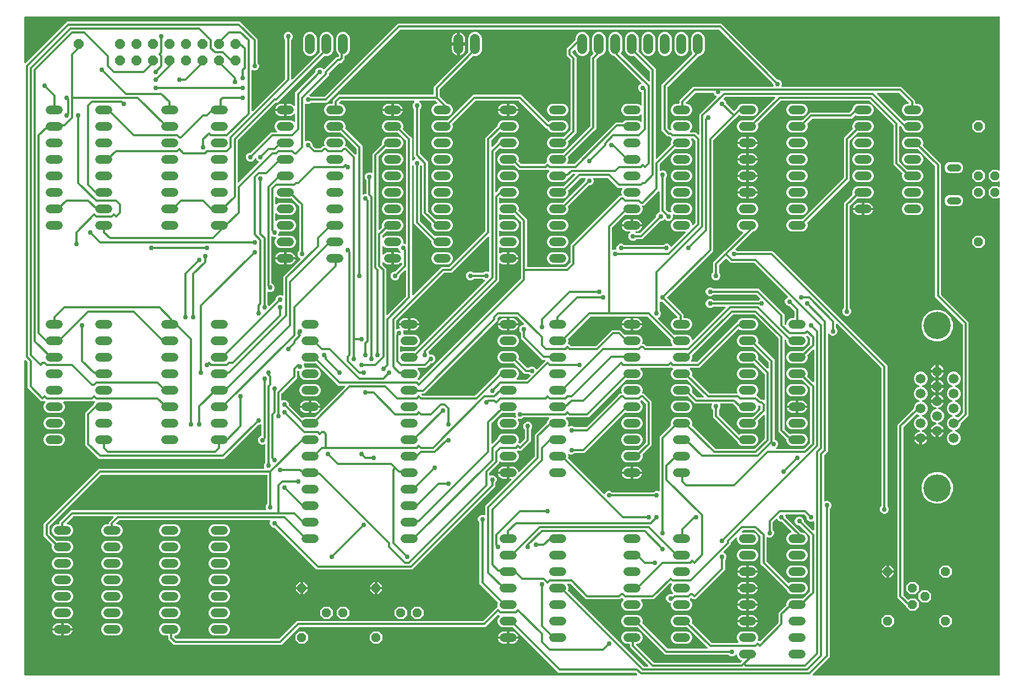
<source format=gbr>
G04 EAGLE Gerber RS-274X export*
G75*
%MOMM*%
%FSLAX34Y34*%
%LPD*%
%INBottom Copper*%
%IPPOS*%
%AMOC8*
5,1,8,0,0,1.08239X$1,22.5*%
G01*
%ADD10P,1.429621X8X292.500000*%
%ADD11C,1.320800*%
%ADD12C,1.508000*%
%ADD13C,4.216000*%
%ADD14C,1.524000*%
%ADD15P,1.649562X8X22.500000*%
%ADD16C,1.117600*%
%ADD17P,1.429621X8X112.500000*%
%ADD18P,1.429621X8X202.500000*%
%ADD19C,0.304800*%
%ADD20C,0.756400*%

G36*
X1593768Y-45704D02*
X1593768Y-45704D01*
X1593887Y-45697D01*
X1593925Y-45684D01*
X1593966Y-45679D01*
X1594076Y-45636D01*
X1594189Y-45599D01*
X1594224Y-45577D01*
X1594261Y-45562D01*
X1594357Y-45493D01*
X1594458Y-45429D01*
X1594486Y-45399D01*
X1594519Y-45376D01*
X1594595Y-45284D01*
X1594676Y-45197D01*
X1594696Y-45162D01*
X1594721Y-45131D01*
X1594772Y-45023D01*
X1594830Y-44919D01*
X1594840Y-44879D01*
X1594857Y-44843D01*
X1594879Y-44726D01*
X1594909Y-44611D01*
X1594913Y-44550D01*
X1594917Y-44530D01*
X1594915Y-44510D01*
X1594919Y-44450D01*
X1594919Y689204D01*
X1594902Y689342D01*
X1594901Y689355D01*
X1594897Y689413D01*
X1594894Y689421D01*
X1594889Y689480D01*
X1594882Y689499D01*
X1594879Y689520D01*
X1594828Y689649D01*
X1594781Y689780D01*
X1594770Y689796D01*
X1594762Y689815D01*
X1594681Y689928D01*
X1594603Y690043D01*
X1594587Y690056D01*
X1594576Y690073D01*
X1594468Y690161D01*
X1594364Y690253D01*
X1594346Y690262D01*
X1594331Y690275D01*
X1594205Y690335D01*
X1594081Y690398D01*
X1594061Y690402D01*
X1594043Y690411D01*
X1593906Y690437D01*
X1593771Y690468D01*
X1593750Y690467D01*
X1593731Y690471D01*
X1593592Y690462D01*
X1593453Y690458D01*
X1593433Y690452D01*
X1593413Y690451D01*
X1593281Y690408D01*
X1593147Y690369D01*
X1593130Y690359D01*
X1593111Y690353D01*
X1592993Y690278D01*
X1592873Y690208D01*
X1592852Y690189D01*
X1592842Y690183D01*
X1592828Y690168D01*
X1592753Y690102D01*
X1591498Y688847D01*
X1583502Y688847D01*
X1577847Y694502D01*
X1577847Y702498D01*
X1583502Y708153D01*
X1591498Y708153D01*
X1592753Y706898D01*
X1592862Y706813D01*
X1592969Y706725D01*
X1592988Y706716D01*
X1593004Y706704D01*
X1593132Y706648D01*
X1593257Y706589D01*
X1593277Y706585D01*
X1593296Y706577D01*
X1593434Y706555D01*
X1593570Y706529D01*
X1593590Y706531D01*
X1593610Y706527D01*
X1593749Y706540D01*
X1593887Y706549D01*
X1593906Y706555D01*
X1593926Y706557D01*
X1594058Y706604D01*
X1594189Y706647D01*
X1594207Y706658D01*
X1594226Y706665D01*
X1594341Y706743D01*
X1594458Y706817D01*
X1594472Y706832D01*
X1594489Y706843D01*
X1594581Y706948D01*
X1594676Y707049D01*
X1594686Y707067D01*
X1594699Y707082D01*
X1594763Y707206D01*
X1594830Y707327D01*
X1594835Y707347D01*
X1594844Y707365D01*
X1594874Y707501D01*
X1594909Y707635D01*
X1594911Y707663D01*
X1594914Y707675D01*
X1594913Y707696D01*
X1594919Y707796D01*
X1594919Y714604D01*
X1594902Y714742D01*
X1594898Y714785D01*
X1594897Y714798D01*
X1594896Y714800D01*
X1594889Y714880D01*
X1594882Y714899D01*
X1594879Y714920D01*
X1594828Y715049D01*
X1594781Y715180D01*
X1594770Y715196D01*
X1594762Y715215D01*
X1594681Y715328D01*
X1594603Y715443D01*
X1594587Y715456D01*
X1594576Y715473D01*
X1594468Y715561D01*
X1594364Y715653D01*
X1594346Y715662D01*
X1594331Y715675D01*
X1594205Y715735D01*
X1594081Y715798D01*
X1594061Y715802D01*
X1594043Y715811D01*
X1593906Y715837D01*
X1593771Y715868D01*
X1593750Y715867D01*
X1593731Y715871D01*
X1593592Y715862D01*
X1593453Y715858D01*
X1593433Y715852D01*
X1593413Y715851D01*
X1593281Y715808D01*
X1593147Y715769D01*
X1593130Y715759D01*
X1593111Y715753D01*
X1592993Y715678D01*
X1592873Y715608D01*
X1592852Y715589D01*
X1592842Y715583D01*
X1592828Y715568D01*
X1592753Y715502D01*
X1591498Y714247D01*
X1583502Y714247D01*
X1577847Y719902D01*
X1577847Y727898D01*
X1583502Y733553D01*
X1591498Y733553D01*
X1592753Y732298D01*
X1592862Y732213D01*
X1592969Y732125D01*
X1592988Y732116D01*
X1593004Y732104D01*
X1593132Y732048D01*
X1593257Y731989D01*
X1593277Y731985D01*
X1593296Y731977D01*
X1593434Y731955D01*
X1593570Y731929D01*
X1593590Y731931D01*
X1593610Y731927D01*
X1593749Y731940D01*
X1593887Y731949D01*
X1593906Y731955D01*
X1593926Y731957D01*
X1594058Y732004D01*
X1594189Y732047D01*
X1594207Y732058D01*
X1594226Y732065D01*
X1594341Y732143D01*
X1594458Y732217D01*
X1594472Y732232D01*
X1594489Y732243D01*
X1594581Y732348D01*
X1594676Y732449D01*
X1594686Y732467D01*
X1594699Y732482D01*
X1594763Y732606D01*
X1594830Y732727D01*
X1594835Y732747D01*
X1594844Y732765D01*
X1594874Y732901D01*
X1594909Y733035D01*
X1594911Y733063D01*
X1594914Y733075D01*
X1594913Y733096D01*
X1594919Y733196D01*
X1594919Y968250D01*
X1594904Y968368D01*
X1594897Y968487D01*
X1594884Y968525D01*
X1594879Y968566D01*
X1594836Y968676D01*
X1594799Y968789D01*
X1594777Y968824D01*
X1594762Y968861D01*
X1594693Y968957D01*
X1594629Y969058D01*
X1594599Y969086D01*
X1594576Y969119D01*
X1594484Y969195D01*
X1594397Y969276D01*
X1594362Y969296D01*
X1594331Y969321D01*
X1594223Y969372D01*
X1594119Y969430D01*
X1594079Y969440D01*
X1594043Y969457D01*
X1593926Y969479D01*
X1593811Y969509D01*
X1593751Y969513D01*
X1593731Y969517D01*
X1593710Y969515D01*
X1593650Y969519D01*
X95250Y969519D01*
X95132Y969504D01*
X95013Y969497D01*
X94975Y969484D01*
X94934Y969479D01*
X94824Y969436D01*
X94711Y969399D01*
X94676Y969377D01*
X94639Y969362D01*
X94543Y969293D01*
X94442Y969229D01*
X94414Y969199D01*
X94381Y969176D01*
X94305Y969084D01*
X94224Y968997D01*
X94204Y968962D01*
X94179Y968931D01*
X94128Y968823D01*
X94070Y968719D01*
X94060Y968679D01*
X94043Y968643D01*
X94021Y968526D01*
X93991Y968411D01*
X93987Y968351D01*
X93983Y968331D01*
X93985Y968310D01*
X93981Y968250D01*
X93981Y899040D01*
X93998Y898902D01*
X94011Y898763D01*
X94018Y898744D01*
X94021Y898724D01*
X94072Y898595D01*
X94119Y898464D01*
X94130Y898447D01*
X94138Y898429D01*
X94219Y898316D01*
X94297Y898201D01*
X94313Y898188D01*
X94324Y898171D01*
X94432Y898083D01*
X94536Y897991D01*
X94554Y897981D01*
X94569Y897968D01*
X94695Y897909D01*
X94819Y897846D01*
X94839Y897841D01*
X94857Y897833D01*
X94993Y897807D01*
X95129Y897776D01*
X95150Y897777D01*
X95169Y897773D01*
X95308Y897782D01*
X95447Y897786D01*
X95467Y897792D01*
X95487Y897793D01*
X95619Y897836D01*
X95753Y897874D01*
X95770Y897885D01*
X95789Y897891D01*
X95907Y897965D01*
X96027Y898036D01*
X96048Y898054D01*
X96058Y898061D01*
X96072Y898076D01*
X96147Y898142D01*
X156600Y958594D01*
X159650Y961645D01*
X425566Y961645D01*
X452629Y934582D01*
X452629Y898677D01*
X452641Y898579D01*
X452644Y898480D01*
X452661Y898422D01*
X452669Y898362D01*
X452705Y898270D01*
X452733Y898174D01*
X452763Y898122D01*
X452786Y898066D01*
X452844Y897986D01*
X452894Y897900D01*
X452960Y897825D01*
X452972Y897809D01*
X452982Y897801D01*
X453001Y897780D01*
X453847Y896933D01*
X454887Y894423D01*
X454887Y891705D01*
X453847Y889195D01*
X451925Y887273D01*
X449415Y886233D01*
X446697Y886233D01*
X445240Y886837D01*
X445192Y886850D01*
X445147Y886871D01*
X445039Y886892D01*
X444933Y886921D01*
X444883Y886922D01*
X444834Y886931D01*
X444725Y886924D01*
X444615Y886926D01*
X444567Y886914D01*
X444517Y886911D01*
X444413Y886878D01*
X444306Y886852D01*
X444262Y886829D01*
X444215Y886813D01*
X444122Y886755D01*
X444025Y886703D01*
X443988Y886670D01*
X443946Y886643D01*
X443871Y886563D01*
X443789Y886489D01*
X443762Y886448D01*
X443728Y886412D01*
X443675Y886315D01*
X443615Y886224D01*
X443598Y886177D01*
X443574Y886133D01*
X443547Y886027D01*
X443511Y885923D01*
X443507Y885873D01*
X443495Y885825D01*
X443485Y885664D01*
X443485Y824872D01*
X443502Y824734D01*
X443515Y824595D01*
X443522Y824576D01*
X443525Y824556D01*
X443576Y824427D01*
X443623Y824296D01*
X443634Y824279D01*
X443642Y824261D01*
X443723Y824148D01*
X443801Y824033D01*
X443817Y824020D01*
X443828Y824003D01*
X443936Y823915D01*
X444040Y823823D01*
X444058Y823813D01*
X444073Y823800D01*
X444199Y823741D01*
X444323Y823678D01*
X444343Y823673D01*
X444361Y823665D01*
X444497Y823639D01*
X444633Y823608D01*
X444654Y823609D01*
X444673Y823605D01*
X444812Y823614D01*
X444951Y823618D01*
X444971Y823624D01*
X444991Y823625D01*
X445123Y823668D01*
X445257Y823706D01*
X445274Y823717D01*
X445293Y823723D01*
X445411Y823797D01*
X445531Y823868D01*
X445552Y823886D01*
X445562Y823893D01*
X445576Y823908D01*
X445651Y823974D01*
X494928Y873250D01*
X494988Y873329D01*
X495056Y873401D01*
X495085Y873454D01*
X495122Y873502D01*
X495162Y873593D01*
X495210Y873679D01*
X495225Y873738D01*
X495249Y873793D01*
X495264Y873891D01*
X495289Y873987D01*
X495295Y874087D01*
X495299Y874108D01*
X495297Y874120D01*
X495299Y874148D01*
X495299Y933171D01*
X495287Y933269D01*
X495284Y933368D01*
X495267Y933426D01*
X495259Y933486D01*
X495223Y933579D01*
X495195Y933674D01*
X495165Y933726D01*
X495142Y933782D01*
X495084Y933862D01*
X495034Y933948D01*
X494968Y934023D01*
X494956Y934039D01*
X494946Y934047D01*
X494928Y934068D01*
X494081Y934915D01*
X493041Y937425D01*
X493041Y940143D01*
X494081Y942653D01*
X496003Y944575D01*
X498513Y945615D01*
X501231Y945615D01*
X503741Y944575D01*
X505663Y942653D01*
X506703Y940143D01*
X506703Y937425D01*
X505663Y934915D01*
X504816Y934068D01*
X504756Y933990D01*
X504688Y933918D01*
X504659Y933865D01*
X504622Y933817D01*
X504582Y933726D01*
X504534Y933640D01*
X504519Y933581D01*
X504495Y933525D01*
X504480Y933427D01*
X504455Y933332D01*
X504449Y933232D01*
X504445Y933211D01*
X504447Y933199D01*
X504445Y933171D01*
X504445Y873640D01*
X504462Y873502D01*
X504475Y873363D01*
X504482Y873344D01*
X504485Y873324D01*
X504536Y873195D01*
X504583Y873064D01*
X504594Y873047D01*
X504602Y873029D01*
X504683Y872916D01*
X504761Y872801D01*
X504777Y872788D01*
X504788Y872771D01*
X504896Y872682D01*
X505000Y872591D01*
X505018Y872581D01*
X505033Y872568D01*
X505159Y872509D01*
X505283Y872446D01*
X505303Y872441D01*
X505321Y872433D01*
X505457Y872407D01*
X505593Y872376D01*
X505614Y872377D01*
X505633Y872373D01*
X505772Y872382D01*
X505911Y872386D01*
X505931Y872392D01*
X505951Y872393D01*
X506083Y872436D01*
X506217Y872474D01*
X506234Y872485D01*
X506253Y872491D01*
X506371Y872565D01*
X506491Y872636D01*
X506512Y872654D01*
X506522Y872661D01*
X506536Y872676D01*
X506611Y872742D01*
X548438Y914569D01*
X548456Y914592D01*
X548479Y914612D01*
X548553Y914718D01*
X548633Y914820D01*
X548645Y914848D01*
X548662Y914872D01*
X548708Y914993D01*
X548760Y915112D01*
X548764Y915141D01*
X548775Y915169D01*
X548789Y915298D01*
X548809Y915426D01*
X548807Y915456D01*
X548810Y915485D01*
X548792Y915614D01*
X548780Y915743D01*
X548770Y915771D01*
X548766Y915800D01*
X548713Y915952D01*
X548131Y917358D01*
X548131Y936842D01*
X549755Y940763D01*
X552757Y943765D01*
X556678Y945389D01*
X560922Y945389D01*
X564843Y943765D01*
X567845Y940763D01*
X569469Y936842D01*
X569469Y917358D01*
X567845Y913437D01*
X564843Y910435D01*
X560922Y908811D01*
X556671Y908811D01*
X556654Y908820D01*
X556528Y908848D01*
X556403Y908882D01*
X556373Y908883D01*
X556344Y908889D01*
X556214Y908885D01*
X556085Y908887D01*
X556056Y908880D01*
X556026Y908880D01*
X555901Y908843D01*
X555775Y908813D01*
X555749Y908799D01*
X555721Y908791D01*
X555609Y908725D01*
X555494Y908664D01*
X555472Y908645D01*
X555447Y908630D01*
X555326Y908523D01*
X486528Y839726D01*
X483478Y836675D01*
X480956Y836675D01*
X480858Y836663D01*
X480759Y836660D01*
X480700Y836643D01*
X480640Y836635D01*
X480548Y836599D01*
X480453Y836571D01*
X480401Y836541D01*
X480345Y836518D01*
X480265Y836460D01*
X480179Y836410D01*
X480104Y836344D01*
X480087Y836332D01*
X480079Y836322D01*
X480058Y836304D01*
X422520Y778766D01*
X422460Y778687D01*
X422392Y778615D01*
X422363Y778562D01*
X422326Y778514D01*
X422286Y778423D01*
X422238Y778337D01*
X422223Y778278D01*
X422199Y778223D01*
X422184Y778125D01*
X422159Y778029D01*
X422153Y777929D01*
X422149Y777908D01*
X422151Y777896D01*
X422149Y777868D01*
X422149Y715144D01*
X422166Y715006D01*
X422179Y714867D01*
X422186Y714848D01*
X422189Y714828D01*
X422240Y714699D01*
X422287Y714568D01*
X422298Y714551D01*
X422306Y714533D01*
X422387Y714420D01*
X422465Y714305D01*
X422481Y714292D01*
X422492Y714275D01*
X422600Y714186D01*
X422704Y714095D01*
X422722Y714085D01*
X422737Y714072D01*
X422863Y714013D01*
X422987Y713950D01*
X423007Y713945D01*
X423025Y713937D01*
X423161Y713911D01*
X423297Y713880D01*
X423318Y713881D01*
X423337Y713877D01*
X423476Y713886D01*
X423615Y713890D01*
X423635Y713896D01*
X423655Y713897D01*
X423787Y713940D01*
X423921Y713978D01*
X423938Y713989D01*
X423957Y713995D01*
X424075Y714069D01*
X424195Y714140D01*
X424216Y714158D01*
X424226Y714165D01*
X424240Y714180D01*
X424315Y714246D01*
X454677Y744608D01*
X454708Y744647D01*
X454744Y744681D01*
X454805Y744772D01*
X454872Y744859D01*
X454892Y744905D01*
X454919Y744946D01*
X454955Y745050D01*
X454998Y745151D01*
X455006Y745200D01*
X455022Y745247D01*
X455031Y745356D01*
X455048Y745465D01*
X455044Y745515D01*
X455048Y745564D01*
X455029Y745672D01*
X455018Y745782D01*
X455002Y745829D01*
X454993Y745877D01*
X454948Y745978D01*
X454911Y746081D01*
X454883Y746122D01*
X454863Y746167D01*
X454794Y746253D01*
X454732Y746344D01*
X454695Y746377D01*
X454664Y746416D01*
X454576Y746482D01*
X454494Y746555D01*
X454450Y746577D01*
X454410Y746607D01*
X454265Y746678D01*
X453331Y747065D01*
X451409Y748987D01*
X450753Y750572D01*
X450684Y750692D01*
X450619Y750815D01*
X450605Y750830D01*
X450595Y750848D01*
X450498Y750948D01*
X450405Y751051D01*
X450388Y751062D01*
X450374Y751076D01*
X450255Y751149D01*
X450139Y751226D01*
X450120Y751232D01*
X450103Y751243D01*
X449970Y751284D01*
X449838Y751329D01*
X449818Y751330D01*
X449799Y751336D01*
X449660Y751343D01*
X449521Y751354D01*
X449501Y751350D01*
X449481Y751351D01*
X449345Y751323D01*
X449208Y751300D01*
X449189Y751291D01*
X449170Y751287D01*
X449044Y751226D01*
X448918Y751169D01*
X448902Y751156D01*
X448884Y751147D01*
X448778Y751057D01*
X448670Y750970D01*
X448657Y750954D01*
X448642Y750941D01*
X448562Y750827D01*
X448478Y750716D01*
X448466Y750691D01*
X448459Y750681D01*
X448452Y750662D01*
X448407Y750572D01*
X447751Y748987D01*
X445829Y747065D01*
X443319Y746025D01*
X440601Y746025D01*
X438091Y747065D01*
X436169Y748987D01*
X435129Y751497D01*
X435129Y754215D01*
X436169Y756725D01*
X438091Y758647D01*
X440601Y759687D01*
X441798Y759687D01*
X441896Y759699D01*
X441995Y759702D01*
X442054Y759719D01*
X442114Y759727D01*
X442206Y759763D01*
X442301Y759791D01*
X442353Y759821D01*
X442409Y759844D01*
X442489Y759902D01*
X442575Y759952D01*
X442650Y760018D01*
X442667Y760030D01*
X442675Y760040D01*
X442696Y760058D01*
X473594Y790957D01*
X481124Y790957D01*
X481261Y790974D01*
X481400Y790987D01*
X481420Y790994D01*
X481440Y790997D01*
X481568Y791048D01*
X481700Y791095D01*
X481716Y791106D01*
X481735Y791114D01*
X481848Y791195D01*
X481963Y791273D01*
X481976Y791289D01*
X481993Y791300D01*
X482081Y791408D01*
X482173Y791512D01*
X482182Y791530D01*
X482195Y791545D01*
X482255Y791671D01*
X482318Y791795D01*
X482322Y791815D01*
X482331Y791833D01*
X482357Y791970D01*
X482388Y792105D01*
X482387Y792126D01*
X482391Y792145D01*
X482382Y792284D01*
X482378Y792423D01*
X482372Y792443D01*
X482371Y792463D01*
X482328Y792595D01*
X482289Y792729D01*
X482279Y792746D01*
X482273Y792765D01*
X482198Y792883D01*
X482128Y793003D01*
X482109Y793024D01*
X482103Y793034D01*
X482088Y793048D01*
X482022Y793123D01*
X480513Y794632D01*
X479043Y798180D01*
X479043Y802020D01*
X480513Y805568D01*
X483228Y808283D01*
X486776Y809753D01*
X503824Y809753D01*
X507372Y808283D01*
X508373Y807283D01*
X508482Y807198D01*
X508589Y807109D01*
X508608Y807100D01*
X508624Y807088D01*
X508751Y807032D01*
X508877Y806973D01*
X508897Y806969D01*
X508916Y806961D01*
X509054Y806939D01*
X509190Y806913D01*
X509210Y806915D01*
X509230Y806911D01*
X509369Y806924D01*
X509507Y806933D01*
X509526Y806939D01*
X509546Y806941D01*
X509678Y806988D01*
X509809Y807031D01*
X509827Y807042D01*
X509846Y807049D01*
X509961Y807127D01*
X510078Y807201D01*
X510092Y807216D01*
X510109Y807227D01*
X510201Y807331D01*
X510296Y807433D01*
X510306Y807451D01*
X510319Y807466D01*
X510382Y807589D01*
X510450Y807711D01*
X510455Y807731D01*
X510464Y807749D01*
X510494Y807885D01*
X510529Y808019D01*
X510531Y808047D01*
X510534Y808059D01*
X510533Y808080D01*
X510539Y808180D01*
X510539Y818138D01*
X510522Y818276D01*
X510509Y818415D01*
X510502Y818434D01*
X510499Y818454D01*
X510448Y818584D01*
X510401Y818714D01*
X510390Y818731D01*
X510382Y818750D01*
X510301Y818862D01*
X510223Y818977D01*
X510207Y818991D01*
X510196Y819007D01*
X510088Y819096D01*
X509984Y819188D01*
X509966Y819197D01*
X509951Y819210D01*
X509825Y819269D01*
X509701Y819332D01*
X509681Y819337D01*
X509663Y819345D01*
X509527Y819371D01*
X509391Y819402D01*
X509370Y819401D01*
X509351Y819405D01*
X509212Y819396D01*
X509073Y819392D01*
X509053Y819387D01*
X509033Y819385D01*
X508901Y819343D01*
X508767Y819304D01*
X508750Y819294D01*
X508731Y819287D01*
X508613Y819213D01*
X508493Y819142D01*
X508472Y819124D01*
X508462Y819117D01*
X508448Y819102D01*
X508372Y819036D01*
X507861Y818525D01*
X506697Y817679D01*
X505414Y817025D01*
X504045Y816580D01*
X502624Y816355D01*
X497331Y816355D01*
X497331Y824738D01*
X497316Y824856D01*
X497309Y824975D01*
X497296Y825013D01*
X497291Y825053D01*
X497248Y825164D01*
X497211Y825277D01*
X497189Y825311D01*
X497174Y825349D01*
X497105Y825445D01*
X497071Y825497D01*
X497088Y825515D01*
X497108Y825550D01*
X497133Y825582D01*
X497184Y825689D01*
X497242Y825794D01*
X497252Y825833D01*
X497269Y825869D01*
X497291Y825986D01*
X497321Y826102D01*
X497325Y826162D01*
X497329Y826182D01*
X497327Y826202D01*
X497331Y826262D01*
X497331Y834645D01*
X502624Y834645D01*
X504045Y834420D01*
X505414Y833975D01*
X506697Y833321D01*
X507861Y832475D01*
X508372Y831964D01*
X508482Y831879D01*
X508589Y831790D01*
X508608Y831782D01*
X508624Y831769D01*
X508752Y831714D01*
X508877Y831655D01*
X508897Y831651D01*
X508916Y831643D01*
X509054Y831621D01*
X509190Y831595D01*
X509210Y831596D01*
X509230Y831593D01*
X509369Y831606D01*
X509507Y831615D01*
X509526Y831621D01*
X509546Y831623D01*
X509677Y831670D01*
X509809Y831713D01*
X509827Y831724D01*
X509846Y831730D01*
X509960Y831808D01*
X510078Y831883D01*
X510092Y831898D01*
X510109Y831909D01*
X510201Y832013D01*
X510296Y832114D01*
X510306Y832132D01*
X510319Y832147D01*
X510382Y832271D01*
X510450Y832393D01*
X510455Y832412D01*
X510464Y832431D01*
X510494Y832567D01*
X510529Y832701D01*
X510531Y832729D01*
X510534Y832741D01*
X510533Y832761D01*
X510539Y832862D01*
X510539Y852286D01*
X541438Y883184D01*
X541498Y883263D01*
X541566Y883335D01*
X541595Y883388D01*
X541632Y883436D01*
X541672Y883527D01*
X541720Y883613D01*
X541735Y883672D01*
X541759Y883727D01*
X541774Y883825D01*
X541799Y883921D01*
X541805Y884021D01*
X541809Y884042D01*
X541807Y884054D01*
X541809Y884082D01*
X541809Y885279D01*
X542849Y887789D01*
X544771Y889711D01*
X547281Y890751D01*
X549999Y890751D01*
X552509Y889711D01*
X553911Y888309D01*
X554005Y888236D01*
X554094Y888157D01*
X554130Y888139D01*
X554162Y888114D01*
X554272Y888067D01*
X554378Y888013D01*
X554417Y888004D01*
X554454Y887988D01*
X554572Y887969D01*
X554688Y887943D01*
X554728Y887944D01*
X554768Y887938D01*
X554887Y887949D01*
X555006Y887953D01*
X555045Y887964D01*
X555085Y887968D01*
X555197Y888008D01*
X555311Y888041D01*
X555346Y888062D01*
X555384Y888075D01*
X555483Y888142D01*
X555585Y888203D01*
X555631Y888242D01*
X555647Y888254D01*
X555661Y888269D01*
X555706Y888309D01*
X556262Y888864D01*
X574178Y906781D01*
X576326Y906781D01*
X576444Y906796D01*
X576563Y906803D01*
X576601Y906816D01*
X576642Y906821D01*
X576752Y906864D01*
X576865Y906901D01*
X576900Y906923D01*
X576937Y906938D01*
X577033Y907007D01*
X577134Y907071D01*
X577162Y907101D01*
X577195Y907124D01*
X577271Y907216D01*
X577352Y907303D01*
X577372Y907338D01*
X577397Y907369D01*
X577448Y907477D01*
X577506Y907581D01*
X577516Y907621D01*
X577533Y907657D01*
X577555Y907774D01*
X577585Y907889D01*
X577589Y907949D01*
X577593Y907969D01*
X577591Y907990D01*
X577595Y908050D01*
X577595Y910471D01*
X577583Y910569D01*
X577580Y910668D01*
X577563Y910727D01*
X577555Y910787D01*
X577519Y910879D01*
X577491Y910974D01*
X577461Y911026D01*
X577438Y911082D01*
X577380Y911163D01*
X577330Y911248D01*
X577264Y911323D01*
X577252Y911340D01*
X577242Y911348D01*
X577224Y911369D01*
X575155Y913437D01*
X573531Y917358D01*
X573531Y936842D01*
X575155Y940763D01*
X578157Y943765D01*
X582078Y945389D01*
X586322Y945389D01*
X590243Y943765D01*
X593245Y940763D01*
X594869Y936842D01*
X594869Y917358D01*
X593245Y913437D01*
X590243Y910435D01*
X587524Y909309D01*
X587499Y909295D01*
X587471Y909285D01*
X587361Y909216D01*
X587248Y909152D01*
X587227Y909131D01*
X587202Y909115D01*
X587113Y909021D01*
X587020Y908930D01*
X587004Y908905D01*
X586984Y908884D01*
X586921Y908770D01*
X586853Y908659D01*
X586845Y908631D01*
X586830Y908605D01*
X586798Y908479D01*
X586760Y908355D01*
X586758Y908326D01*
X586751Y908297D01*
X586741Y908137D01*
X586741Y903362D01*
X583691Y900312D01*
X583690Y900312D01*
X581014Y897635D01*
X578492Y897635D01*
X578394Y897623D01*
X578295Y897620D01*
X578236Y897603D01*
X578176Y897595D01*
X578084Y897559D01*
X577989Y897531D01*
X577937Y897501D01*
X577881Y897478D01*
X577801Y897420D01*
X577715Y897370D01*
X577640Y897304D01*
X577623Y897292D01*
X577615Y897282D01*
X577594Y897264D01*
X562728Y882398D01*
X562668Y882319D01*
X562600Y882247D01*
X562571Y882194D01*
X562534Y882146D01*
X562494Y882055D01*
X562446Y881969D01*
X562431Y881910D01*
X562407Y881855D01*
X562392Y881757D01*
X562367Y881661D01*
X562361Y881561D01*
X562357Y881540D01*
X562359Y881528D01*
X562357Y881500D01*
X562357Y878978D01*
X532875Y849496D01*
X532844Y849457D01*
X532808Y849423D01*
X532747Y849332D01*
X532680Y849245D01*
X532660Y849199D01*
X532633Y849158D01*
X532597Y849054D01*
X532554Y848953D01*
X532546Y848904D01*
X532530Y848857D01*
X532521Y848748D01*
X532504Y848639D01*
X532508Y848589D01*
X532504Y848540D01*
X532523Y848432D01*
X532534Y848322D01*
X532550Y848275D01*
X532559Y848227D01*
X532604Y848126D01*
X532641Y848023D01*
X532669Y847982D01*
X532689Y847937D01*
X532758Y847851D01*
X532820Y847760D01*
X532857Y847727D01*
X532888Y847688D01*
X532976Y847622D01*
X533058Y847549D01*
X533102Y847527D01*
X533142Y847497D01*
X533287Y847426D01*
X534221Y847039D01*
X535068Y846192D01*
X535146Y846132D01*
X535218Y846064D01*
X535271Y846035D01*
X535319Y845998D01*
X535410Y845958D01*
X535496Y845910D01*
X535555Y845895D01*
X535611Y845871D01*
X535709Y845856D01*
X535804Y845831D01*
X535904Y845825D01*
X535925Y845821D01*
X535937Y845823D01*
X535965Y845821D01*
X555364Y845821D01*
X555462Y845833D01*
X555561Y845836D01*
X555620Y845853D01*
X555680Y845861D01*
X555772Y845897D01*
X555867Y845925D01*
X555919Y845955D01*
X555975Y845978D01*
X556055Y846036D01*
X556141Y846086D01*
X556216Y846152D01*
X556233Y846164D01*
X556241Y846174D01*
X556262Y846192D01*
X668666Y958597D01*
X1166230Y958597D01*
X1251992Y872834D01*
X1252071Y872774D01*
X1252143Y872706D01*
X1252196Y872677D01*
X1252244Y872640D01*
X1252335Y872600D01*
X1252421Y872552D01*
X1252480Y872537D01*
X1252535Y872513D01*
X1252633Y872498D01*
X1252729Y872473D01*
X1252829Y872467D01*
X1252850Y872463D01*
X1252862Y872465D01*
X1252890Y872463D01*
X1254087Y872463D01*
X1256597Y871423D01*
X1258519Y869501D01*
X1259559Y866991D01*
X1259559Y864273D01*
X1258955Y862816D01*
X1258942Y862768D01*
X1258921Y862723D01*
X1258900Y862615D01*
X1258871Y862509D01*
X1258870Y862459D01*
X1258861Y862410D01*
X1258868Y862301D01*
X1258866Y862191D01*
X1258878Y862143D01*
X1258881Y862093D01*
X1258914Y861989D01*
X1258940Y861882D01*
X1258963Y861838D01*
X1258979Y861791D01*
X1259037Y861698D01*
X1259089Y861601D01*
X1259122Y861564D01*
X1259149Y861522D01*
X1259229Y861447D01*
X1259303Y861365D01*
X1259344Y861338D01*
X1259380Y861304D01*
X1259477Y861251D01*
X1259568Y861191D01*
X1259616Y861174D01*
X1259659Y861150D01*
X1259765Y861123D01*
X1259869Y861087D01*
X1259919Y861083D01*
X1259967Y861071D01*
X1260128Y861061D01*
X1443598Y861061D01*
X1464565Y840094D01*
X1464565Y836422D01*
X1464580Y836304D01*
X1464587Y836185D01*
X1464600Y836147D01*
X1464605Y836106D01*
X1464648Y835996D01*
X1464685Y835883D01*
X1464707Y835848D01*
X1464722Y835811D01*
X1464791Y835715D01*
X1464855Y835614D01*
X1464885Y835586D01*
X1464908Y835553D01*
X1465000Y835477D01*
X1465087Y835396D01*
X1465122Y835376D01*
X1465153Y835351D01*
X1465261Y835300D01*
X1465365Y835242D01*
X1465405Y835232D01*
X1465441Y835215D01*
X1465558Y835193D01*
X1465673Y835163D01*
X1465733Y835159D01*
X1465753Y835155D01*
X1465774Y835157D01*
X1465834Y835153D01*
X1469024Y835153D01*
X1472572Y833683D01*
X1475287Y830968D01*
X1476757Y827420D01*
X1476757Y823580D01*
X1475287Y820032D01*
X1472572Y817317D01*
X1469024Y815847D01*
X1451976Y815847D01*
X1448428Y817317D01*
X1445713Y820032D01*
X1444243Y823580D01*
X1444243Y827420D01*
X1445713Y830968D01*
X1448428Y833683D01*
X1451976Y835153D01*
X1453508Y835153D01*
X1453646Y835170D01*
X1453785Y835183D01*
X1453804Y835190D01*
X1453824Y835193D01*
X1453953Y835244D01*
X1454084Y835291D01*
X1454101Y835302D01*
X1454119Y835310D01*
X1454232Y835391D01*
X1454347Y835469D01*
X1454360Y835485D01*
X1454377Y835496D01*
X1454465Y835604D01*
X1454557Y835708D01*
X1454567Y835726D01*
X1454580Y835741D01*
X1454639Y835867D01*
X1454702Y835991D01*
X1454707Y836011D01*
X1454715Y836029D01*
X1454741Y836165D01*
X1454772Y836301D01*
X1454771Y836322D01*
X1454775Y836341D01*
X1454766Y836480D01*
X1454762Y836619D01*
X1454756Y836639D01*
X1454755Y836659D01*
X1454712Y836791D01*
X1454674Y836925D01*
X1454663Y836942D01*
X1454657Y836961D01*
X1454583Y837079D01*
X1454512Y837199D01*
X1454494Y837220D01*
X1454487Y837230D01*
X1454472Y837244D01*
X1454406Y837319D01*
X1440182Y851544D01*
X1440103Y851604D01*
X1440031Y851672D01*
X1439978Y851701D01*
X1439930Y851738D01*
X1439839Y851778D01*
X1439753Y851826D01*
X1439694Y851841D01*
X1439639Y851865D01*
X1439541Y851880D01*
X1439445Y851905D01*
X1439345Y851911D01*
X1439324Y851915D01*
X1439312Y851913D01*
X1439284Y851915D01*
X1407040Y851915D01*
X1406902Y851898D01*
X1406763Y851885D01*
X1406744Y851878D01*
X1406724Y851875D01*
X1406595Y851824D01*
X1406464Y851777D01*
X1406447Y851766D01*
X1406429Y851758D01*
X1406316Y851677D01*
X1406201Y851599D01*
X1406188Y851583D01*
X1406171Y851572D01*
X1406082Y851464D01*
X1405991Y851360D01*
X1405981Y851342D01*
X1405968Y851327D01*
X1405909Y851201D01*
X1405846Y851077D01*
X1405841Y851057D01*
X1405833Y851039D01*
X1405807Y850903D01*
X1405776Y850767D01*
X1405777Y850746D01*
X1405773Y850727D01*
X1405782Y850588D01*
X1405786Y850449D01*
X1405792Y850429D01*
X1405793Y850409D01*
X1405836Y850277D01*
X1405874Y850143D01*
X1405885Y850126D01*
X1405891Y850107D01*
X1405965Y849989D01*
X1406036Y849869D01*
X1406054Y849848D01*
X1406061Y849838D01*
X1406076Y849824D01*
X1406142Y849749D01*
X1447248Y808643D01*
X1447272Y808624D01*
X1447291Y808602D01*
X1447397Y808527D01*
X1447500Y808448D01*
X1447527Y808436D01*
X1447551Y808419D01*
X1447672Y808373D01*
X1447791Y808321D01*
X1447821Y808317D01*
X1447848Y808306D01*
X1447977Y808292D01*
X1448105Y808271D01*
X1448135Y808274D01*
X1448164Y808271D01*
X1448293Y808289D01*
X1448422Y808301D01*
X1448450Y808311D01*
X1448479Y808315D01*
X1448631Y808367D01*
X1451976Y809753D01*
X1469024Y809753D01*
X1472572Y808283D01*
X1475287Y805568D01*
X1476757Y802020D01*
X1476757Y798180D01*
X1475287Y794632D01*
X1472572Y791917D01*
X1469024Y790447D01*
X1451976Y790447D01*
X1448428Y791917D01*
X1445713Y794632D01*
X1444243Y798180D01*
X1444243Y798188D01*
X1444231Y798286D01*
X1444228Y798385D01*
X1444211Y798444D01*
X1444203Y798504D01*
X1444167Y798596D01*
X1444139Y798691D01*
X1444109Y798743D01*
X1444086Y798799D01*
X1444028Y798879D01*
X1443978Y798965D01*
X1443912Y799040D01*
X1443900Y799057D01*
X1443890Y799065D01*
X1443872Y799086D01*
X1442856Y800102D01*
X1442348Y800610D01*
X1442238Y800695D01*
X1442131Y800784D01*
X1442112Y800792D01*
X1442096Y800805D01*
X1441968Y800860D01*
X1441843Y800919D01*
X1441823Y800923D01*
X1441804Y800931D01*
X1441666Y800953D01*
X1441530Y800979D01*
X1441510Y800978D01*
X1441490Y800981D01*
X1441351Y800968D01*
X1441213Y800959D01*
X1441194Y800953D01*
X1441174Y800951D01*
X1441043Y800904D01*
X1440911Y800861D01*
X1440893Y800850D01*
X1440874Y800843D01*
X1440760Y800766D01*
X1440642Y800691D01*
X1440628Y800676D01*
X1440611Y800665D01*
X1440519Y800561D01*
X1440424Y800459D01*
X1440414Y800442D01*
X1440401Y800426D01*
X1440338Y800303D01*
X1440270Y800181D01*
X1440265Y800161D01*
X1440256Y800143D01*
X1440226Y800007D01*
X1440191Y799873D01*
X1440189Y799845D01*
X1440186Y799833D01*
X1440187Y799812D01*
X1440181Y799712D01*
X1440181Y746132D01*
X1440193Y746034D01*
X1440196Y745935D01*
X1440213Y745876D01*
X1440221Y745816D01*
X1440257Y745724D01*
X1440285Y745629D01*
X1440315Y745577D01*
X1440338Y745521D01*
X1440396Y745441D01*
X1440446Y745355D01*
X1440512Y745280D01*
X1440524Y745263D01*
X1440534Y745255D01*
X1440552Y745234D01*
X1451862Y733924D01*
X1451941Y733864D01*
X1452013Y733796D01*
X1452066Y733767D01*
X1452114Y733730D01*
X1452205Y733690D01*
X1452291Y733642D01*
X1452350Y733627D01*
X1452405Y733603D01*
X1452503Y733588D01*
X1452599Y733563D01*
X1452699Y733557D01*
X1452720Y733553D01*
X1452732Y733555D01*
X1452760Y733553D01*
X1469024Y733553D01*
X1472572Y732083D01*
X1475287Y729368D01*
X1476757Y725820D01*
X1476757Y721980D01*
X1475287Y718432D01*
X1472572Y715717D01*
X1469024Y714247D01*
X1451976Y714247D01*
X1448428Y715717D01*
X1445713Y718432D01*
X1444243Y721980D01*
X1444243Y725820D01*
X1444736Y727009D01*
X1444744Y727038D01*
X1444757Y727064D01*
X1444786Y727191D01*
X1444820Y727316D01*
X1444820Y727346D01*
X1444827Y727374D01*
X1444823Y727504D01*
X1444825Y727634D01*
X1444818Y727663D01*
X1444817Y727692D01*
X1444781Y727817D01*
X1444751Y727943D01*
X1444737Y727969D01*
X1444729Y727998D01*
X1444663Y728109D01*
X1444602Y728224D01*
X1444582Y728246D01*
X1444567Y728272D01*
X1444461Y728392D01*
X1431035Y741818D01*
X1431035Y802252D01*
X1431023Y802350D01*
X1431020Y802449D01*
X1431003Y802508D01*
X1430995Y802568D01*
X1430959Y802660D01*
X1430931Y802755D01*
X1430901Y802807D01*
X1430878Y802863D01*
X1430820Y802943D01*
X1430770Y803029D01*
X1430704Y803104D01*
X1430692Y803121D01*
X1430682Y803129D01*
X1430664Y803150D01*
X1394462Y839352D01*
X1394383Y839412D01*
X1394311Y839480D01*
X1394258Y839509D01*
X1394210Y839546D01*
X1394119Y839586D01*
X1394033Y839634D01*
X1393974Y839649D01*
X1393919Y839673D01*
X1393821Y839688D01*
X1393725Y839713D01*
X1393625Y839719D01*
X1393604Y839723D01*
X1393592Y839721D01*
X1393564Y839723D01*
X1258196Y839723D01*
X1258098Y839711D01*
X1257999Y839708D01*
X1257940Y839691D01*
X1257880Y839683D01*
X1257788Y839647D01*
X1257693Y839619D01*
X1257641Y839589D01*
X1257585Y839566D01*
X1257505Y839508D01*
X1257419Y839458D01*
X1257344Y839392D01*
X1257327Y839380D01*
X1257319Y839370D01*
X1257298Y839352D01*
X1222539Y804592D01*
X1222521Y804569D01*
X1222499Y804550D01*
X1222424Y804444D01*
X1222344Y804341D01*
X1222333Y804314D01*
X1222316Y804290D01*
X1222270Y804169D01*
X1222218Y804049D01*
X1222213Y804020D01*
X1222203Y803993D01*
X1222189Y803864D01*
X1222168Y803735D01*
X1222171Y803706D01*
X1222168Y803677D01*
X1222186Y803548D01*
X1222198Y803419D01*
X1222208Y803391D01*
X1222212Y803362D01*
X1222264Y803209D01*
X1222757Y802020D01*
X1222757Y798180D01*
X1221287Y794632D01*
X1218572Y791917D01*
X1215024Y790447D01*
X1197976Y790447D01*
X1194428Y791917D01*
X1191713Y794632D01*
X1190243Y798180D01*
X1190243Y802020D01*
X1191713Y805568D01*
X1194428Y808283D01*
X1197976Y809753D01*
X1214240Y809753D01*
X1214338Y809765D01*
X1214437Y809768D01*
X1214496Y809785D01*
X1214556Y809793D01*
X1214648Y809829D01*
X1214743Y809857D01*
X1214795Y809887D01*
X1214851Y809910D01*
X1214931Y809968D01*
X1215017Y810018D01*
X1215092Y810084D01*
X1215109Y810096D01*
X1215110Y810098D01*
X1215111Y810099D01*
X1215118Y810107D01*
X1215138Y810124D01*
X1248666Y843653D01*
X1248751Y843762D01*
X1248840Y843869D01*
X1248848Y843888D01*
X1248861Y843904D01*
X1248916Y844032D01*
X1248975Y844157D01*
X1248979Y844177D01*
X1248987Y844196D01*
X1249009Y844334D01*
X1249035Y844470D01*
X1249034Y844490D01*
X1249037Y844510D01*
X1249024Y844649D01*
X1249015Y844787D01*
X1249009Y844806D01*
X1249007Y844826D01*
X1248960Y844958D01*
X1248917Y845089D01*
X1248906Y845107D01*
X1248899Y845126D01*
X1248821Y845241D01*
X1248747Y845358D01*
X1248732Y845372D01*
X1248721Y845389D01*
X1248617Y845481D01*
X1248515Y845576D01*
X1248498Y845586D01*
X1248482Y845599D01*
X1248359Y845662D01*
X1248237Y845730D01*
X1248217Y845735D01*
X1248199Y845744D01*
X1248063Y845774D01*
X1247929Y845809D01*
X1247901Y845811D01*
X1247889Y845814D01*
X1247868Y845813D01*
X1247768Y845819D01*
X1172852Y845819D01*
X1172754Y845807D01*
X1172655Y845804D01*
X1172596Y845787D01*
X1172536Y845779D01*
X1172444Y845743D01*
X1172349Y845715D01*
X1172297Y845685D01*
X1172241Y845662D01*
X1172161Y845604D01*
X1172075Y845554D01*
X1172000Y845488D01*
X1171983Y845476D01*
X1171975Y845466D01*
X1171954Y845448D01*
X1169907Y843400D01*
X1169876Y843361D01*
X1169840Y843327D01*
X1169779Y843236D01*
X1169712Y843149D01*
X1169692Y843103D01*
X1169665Y843062D01*
X1169629Y842958D01*
X1169586Y842857D01*
X1169578Y842808D01*
X1169562Y842761D01*
X1169553Y842652D01*
X1169536Y842543D01*
X1169540Y842493D01*
X1169536Y842444D01*
X1169555Y842336D01*
X1169566Y842226D01*
X1169582Y842179D01*
X1169591Y842131D01*
X1169636Y842030D01*
X1169673Y841927D01*
X1169701Y841886D01*
X1169721Y841841D01*
X1169790Y841755D01*
X1169852Y841664D01*
X1169889Y841631D01*
X1169920Y841592D01*
X1170008Y841526D01*
X1170090Y841453D01*
X1170134Y841431D01*
X1170174Y841401D01*
X1170319Y841330D01*
X1171253Y840943D01*
X1173175Y839021D01*
X1174215Y836511D01*
X1174215Y835314D01*
X1174227Y835216D01*
X1174230Y835117D01*
X1174247Y835058D01*
X1174255Y834998D01*
X1174291Y834906D01*
X1174319Y834811D01*
X1174349Y834759D01*
X1174372Y834703D01*
X1174430Y834623D01*
X1174480Y834537D01*
X1174546Y834462D01*
X1174558Y834445D01*
X1174568Y834437D01*
X1174586Y834416D01*
X1184774Y824228D01*
X1184869Y824155D01*
X1184958Y824077D01*
X1184994Y824058D01*
X1185026Y824033D01*
X1185135Y823986D01*
X1185241Y823932D01*
X1185280Y823923D01*
X1185318Y823907D01*
X1185435Y823888D01*
X1185551Y823862D01*
X1185592Y823864D01*
X1185632Y823857D01*
X1185750Y823868D01*
X1185869Y823872D01*
X1185908Y823883D01*
X1185948Y823887D01*
X1186061Y823927D01*
X1186175Y823960D01*
X1186209Y823981D01*
X1186248Y823995D01*
X1186346Y824061D01*
X1186449Y824122D01*
X1186494Y824162D01*
X1186511Y824173D01*
X1186524Y824188D01*
X1186569Y824228D01*
X1190406Y828064D01*
X1190411Y828072D01*
X1190419Y828078D01*
X1190509Y828197D01*
X1190601Y828316D01*
X1190604Y828324D01*
X1190610Y828332D01*
X1190681Y828476D01*
X1191713Y830968D01*
X1194428Y833683D01*
X1197976Y835153D01*
X1215024Y835153D01*
X1218572Y833683D01*
X1221287Y830968D01*
X1222757Y827420D01*
X1222757Y823580D01*
X1221287Y820032D01*
X1218572Y817317D01*
X1215024Y815847D01*
X1197976Y815847D01*
X1194428Y817317D01*
X1194407Y817338D01*
X1194313Y817411D01*
X1194224Y817489D01*
X1194188Y817508D01*
X1194156Y817532D01*
X1194047Y817580D01*
X1193941Y817634D01*
X1193901Y817643D01*
X1193864Y817659D01*
X1193747Y817678D01*
X1193631Y817704D01*
X1193590Y817702D01*
X1193550Y817709D01*
X1193432Y817698D01*
X1193313Y817694D01*
X1193274Y817683D01*
X1193234Y817679D01*
X1193122Y817639D01*
X1193007Y817606D01*
X1192972Y817585D01*
X1192934Y817571D01*
X1192836Y817504D01*
X1192733Y817444D01*
X1192688Y817404D01*
X1192671Y817393D01*
X1192658Y817377D01*
X1192612Y817338D01*
X1187194Y811920D01*
X1154040Y778766D01*
X1153980Y778687D01*
X1153912Y778615D01*
X1153883Y778562D01*
X1153846Y778514D01*
X1153806Y778423D01*
X1153758Y778337D01*
X1153743Y778278D01*
X1153719Y778223D01*
X1153704Y778125D01*
X1153679Y778029D01*
X1153673Y777929D01*
X1153669Y777908D01*
X1153671Y777896D01*
X1153669Y777868D01*
X1153669Y607706D01*
X1083308Y537345D01*
X1083235Y537251D01*
X1083157Y537162D01*
X1083138Y537126D01*
X1083113Y537094D01*
X1083066Y536985D01*
X1083012Y536879D01*
X1083003Y536840D01*
X1082987Y536802D01*
X1082968Y536685D01*
X1082942Y536569D01*
X1082944Y536528D01*
X1082937Y536488D01*
X1082948Y536370D01*
X1082952Y536251D01*
X1082963Y536212D01*
X1082967Y536172D01*
X1083007Y536059D01*
X1083040Y535945D01*
X1083061Y535910D01*
X1083075Y535872D01*
X1083141Y535774D01*
X1083202Y535671D01*
X1083242Y535626D01*
X1083253Y535609D01*
X1083268Y535596D01*
X1083308Y535550D01*
X1104898Y513960D01*
X1107949Y510910D01*
X1107949Y506222D01*
X1107964Y506104D01*
X1107971Y505985D01*
X1107984Y505947D01*
X1107989Y505906D01*
X1108032Y505796D01*
X1108069Y505683D01*
X1108091Y505648D01*
X1108106Y505611D01*
X1108175Y505515D01*
X1108239Y505414D01*
X1108269Y505386D01*
X1108292Y505353D01*
X1108384Y505277D01*
X1108471Y505196D01*
X1108506Y505176D01*
X1108537Y505151D01*
X1108645Y505100D01*
X1108749Y505042D01*
X1108789Y505032D01*
X1108825Y505015D01*
X1108942Y504993D01*
X1109057Y504963D01*
X1109117Y504959D01*
X1109137Y504955D01*
X1109158Y504957D01*
X1109218Y504953D01*
X1113424Y504953D01*
X1116972Y503483D01*
X1119687Y500768D01*
X1121157Y497220D01*
X1121157Y493380D01*
X1119687Y489832D01*
X1116972Y487117D01*
X1113424Y485647D01*
X1096376Y485647D01*
X1092828Y487117D01*
X1090113Y489832D01*
X1088643Y493380D01*
X1088643Y497220D01*
X1090113Y500768D01*
X1092828Y503483D01*
X1096376Y504953D01*
X1097534Y504953D01*
X1097652Y504968D01*
X1097771Y504975D01*
X1097809Y504988D01*
X1097850Y504993D01*
X1097960Y505036D01*
X1098073Y505073D01*
X1098108Y505095D01*
X1098145Y505110D01*
X1098241Y505179D01*
X1098342Y505243D01*
X1098370Y505273D01*
X1098403Y505296D01*
X1098479Y505388D01*
X1098560Y505475D01*
X1098580Y505510D01*
X1098605Y505541D01*
X1098656Y505649D01*
X1098714Y505753D01*
X1098724Y505793D01*
X1098741Y505829D01*
X1098763Y505946D01*
X1098793Y506061D01*
X1098797Y506121D01*
X1098801Y506141D01*
X1098799Y506162D01*
X1098803Y506222D01*
X1098803Y506596D01*
X1098791Y506694D01*
X1098788Y506793D01*
X1098771Y506852D01*
X1098763Y506912D01*
X1098727Y507004D01*
X1098699Y507099D01*
X1098669Y507151D01*
X1098646Y507207D01*
X1098588Y507287D01*
X1098538Y507373D01*
X1098472Y507448D01*
X1098460Y507465D01*
X1098450Y507473D01*
X1098432Y507494D01*
X1076680Y529246D01*
X1076601Y529306D01*
X1076529Y529374D01*
X1076476Y529403D01*
X1076428Y529440D01*
X1076337Y529480D01*
X1076251Y529528D01*
X1076192Y529543D01*
X1076137Y529567D01*
X1076039Y529582D01*
X1075943Y529607D01*
X1075843Y529613D01*
X1075822Y529617D01*
X1075810Y529615D01*
X1075782Y529617D01*
X1074585Y529617D01*
X1073128Y530221D01*
X1073080Y530234D01*
X1073035Y530255D01*
X1072927Y530276D01*
X1072821Y530305D01*
X1072771Y530306D01*
X1072722Y530315D01*
X1072613Y530308D01*
X1072503Y530310D01*
X1072455Y530298D01*
X1072405Y530295D01*
X1072301Y530262D01*
X1072194Y530236D01*
X1072150Y530213D01*
X1072103Y530197D01*
X1072010Y530139D01*
X1071913Y530087D01*
X1071876Y530054D01*
X1071834Y530027D01*
X1071759Y529947D01*
X1071677Y529873D01*
X1071650Y529832D01*
X1071616Y529796D01*
X1071563Y529699D01*
X1071503Y529608D01*
X1071486Y529560D01*
X1071462Y529517D01*
X1071435Y529411D01*
X1071399Y529307D01*
X1071395Y529257D01*
X1071383Y529209D01*
X1071373Y529048D01*
X1071373Y517677D01*
X1071385Y517579D01*
X1071388Y517480D01*
X1071405Y517422D01*
X1071413Y517362D01*
X1071449Y517269D01*
X1071477Y517174D01*
X1071507Y517122D01*
X1071530Y517066D01*
X1071588Y516986D01*
X1071638Y516900D01*
X1071704Y516825D01*
X1071716Y516809D01*
X1071726Y516801D01*
X1071744Y516780D01*
X1072591Y515933D01*
X1073631Y513423D01*
X1073631Y510705D01*
X1072591Y508195D01*
X1070669Y506273D01*
X1069735Y505886D01*
X1069692Y505861D01*
X1069645Y505845D01*
X1069554Y505783D01*
X1069458Y505729D01*
X1069423Y505694D01*
X1069382Y505666D01*
X1069309Y505584D01*
X1069230Y505507D01*
X1069204Y505465D01*
X1069171Y505428D01*
X1069121Y505330D01*
X1069064Y505236D01*
X1069049Y505189D01*
X1069027Y505144D01*
X1069002Y505037D01*
X1068970Y504932D01*
X1068968Y504883D01*
X1068957Y504834D01*
X1068960Y504724D01*
X1068955Y504615D01*
X1068965Y504566D01*
X1068967Y504516D01*
X1068997Y504411D01*
X1069019Y504303D01*
X1069041Y504258D01*
X1069055Y504211D01*
X1069111Y504116D01*
X1069159Y504017D01*
X1069191Y503980D01*
X1069216Y503937D01*
X1069323Y503816D01*
X1093804Y479335D01*
X1093827Y479317D01*
X1093846Y479295D01*
X1093952Y479220D01*
X1094055Y479140D01*
X1094082Y479129D01*
X1094106Y479112D01*
X1094227Y479066D01*
X1094347Y479014D01*
X1094376Y479009D01*
X1094403Y478999D01*
X1094532Y478985D01*
X1094661Y478964D01*
X1094690Y478967D01*
X1094719Y478964D01*
X1094848Y478982D01*
X1094977Y478994D01*
X1095005Y479004D01*
X1095034Y479008D01*
X1095187Y479060D01*
X1096376Y479553D01*
X1113424Y479553D01*
X1116972Y478083D01*
X1119687Y475368D01*
X1121181Y471762D01*
X1121206Y471719D01*
X1121222Y471672D01*
X1121284Y471581D01*
X1121338Y471485D01*
X1121373Y471450D01*
X1121401Y471409D01*
X1121483Y471336D01*
X1121560Y471257D01*
X1121602Y471231D01*
X1121639Y471198D01*
X1121737Y471148D01*
X1121831Y471091D01*
X1121878Y471076D01*
X1121923Y471053D01*
X1122030Y471029D01*
X1122135Y470997D01*
X1122184Y470995D01*
X1122233Y470984D01*
X1122343Y470987D01*
X1122452Y470982D01*
X1122501Y470992D01*
X1122551Y470993D01*
X1122656Y471024D01*
X1122764Y471046D01*
X1122809Y471068D01*
X1122856Y471082D01*
X1122951Y471138D01*
X1123050Y471186D01*
X1123087Y471218D01*
X1123130Y471243D01*
X1123251Y471350D01*
X1172466Y520565D01*
X1172551Y520674D01*
X1172640Y520781D01*
X1172648Y520800D01*
X1172661Y520816D01*
X1172716Y520944D01*
X1172775Y521069D01*
X1172779Y521089D01*
X1172787Y521108D01*
X1172809Y521246D01*
X1172835Y521382D01*
X1172834Y521402D01*
X1172837Y521422D01*
X1172824Y521561D01*
X1172815Y521699D01*
X1172809Y521718D01*
X1172807Y521738D01*
X1172760Y521870D01*
X1172717Y522001D01*
X1172706Y522019D01*
X1172699Y522038D01*
X1172621Y522153D01*
X1172547Y522270D01*
X1172532Y522284D01*
X1172521Y522301D01*
X1172417Y522393D01*
X1172315Y522488D01*
X1172298Y522498D01*
X1172282Y522511D01*
X1172159Y522574D01*
X1172037Y522642D01*
X1172017Y522647D01*
X1171999Y522656D01*
X1171863Y522686D01*
X1171729Y522721D01*
X1171701Y522723D01*
X1171689Y522726D01*
X1171668Y522725D01*
X1171568Y522731D01*
X1154709Y522731D01*
X1154611Y522719D01*
X1154512Y522716D01*
X1154454Y522699D01*
X1154394Y522691D01*
X1154301Y522655D01*
X1154206Y522627D01*
X1154154Y522597D01*
X1154098Y522574D01*
X1154018Y522516D01*
X1153932Y522466D01*
X1153857Y522400D01*
X1153841Y522388D01*
X1153833Y522378D01*
X1153812Y522360D01*
X1152965Y521513D01*
X1150455Y520473D01*
X1147737Y520473D01*
X1145227Y521513D01*
X1143305Y523435D01*
X1142265Y525945D01*
X1142265Y528663D01*
X1143305Y531173D01*
X1145227Y533095D01*
X1147737Y534135D01*
X1150455Y534135D01*
X1152965Y533095D01*
X1153812Y532248D01*
X1153890Y532188D01*
X1153962Y532120D01*
X1154015Y532091D01*
X1154063Y532054D01*
X1154154Y532014D01*
X1154240Y531966D01*
X1154299Y531951D01*
X1154355Y531927D01*
X1154453Y531912D01*
X1154548Y531887D01*
X1154648Y531881D01*
X1154669Y531877D01*
X1154681Y531879D01*
X1154709Y531877D01*
X1222731Y531877D01*
X1222829Y531889D01*
X1222928Y531892D01*
X1222986Y531909D01*
X1223046Y531917D01*
X1223139Y531953D01*
X1223234Y531981D01*
X1223286Y532011D01*
X1223342Y532034D01*
X1223422Y532092D01*
X1223508Y532142D01*
X1223583Y532208D01*
X1223599Y532220D01*
X1223607Y532230D01*
X1223628Y532248D01*
X1224475Y533095D01*
X1225409Y533482D01*
X1225452Y533507D01*
X1225499Y533523D01*
X1225590Y533585D01*
X1225686Y533639D01*
X1225721Y533674D01*
X1225762Y533702D01*
X1225835Y533784D01*
X1225914Y533861D01*
X1225940Y533903D01*
X1225973Y533940D01*
X1226023Y534038D01*
X1226080Y534132D01*
X1226095Y534179D01*
X1226117Y534224D01*
X1226142Y534331D01*
X1226174Y534436D01*
X1226176Y534485D01*
X1226187Y534534D01*
X1226184Y534644D01*
X1226189Y534753D01*
X1226179Y534802D01*
X1226177Y534852D01*
X1226147Y534957D01*
X1226125Y535065D01*
X1226103Y535110D01*
X1226089Y535157D01*
X1226033Y535252D01*
X1225985Y535351D01*
X1225953Y535389D01*
X1225928Y535431D01*
X1225821Y535552D01*
X1220726Y540648D01*
X1220647Y540708D01*
X1220575Y540776D01*
X1220522Y540805D01*
X1220474Y540842D01*
X1220383Y540882D01*
X1220297Y540930D01*
X1220238Y540945D01*
X1220183Y540969D01*
X1220085Y540984D01*
X1219989Y541009D01*
X1219889Y541015D01*
X1219868Y541019D01*
X1219856Y541017D01*
X1219828Y541019D01*
X1154709Y541019D01*
X1154611Y541007D01*
X1154512Y541004D01*
X1154454Y540987D01*
X1154394Y540979D01*
X1154301Y540943D01*
X1154206Y540915D01*
X1154154Y540885D01*
X1154098Y540862D01*
X1154018Y540804D01*
X1153932Y540754D01*
X1153857Y540688D01*
X1153841Y540676D01*
X1153833Y540666D01*
X1153812Y540648D01*
X1152965Y539801D01*
X1150455Y538761D01*
X1147737Y538761D01*
X1145227Y539801D01*
X1143305Y541723D01*
X1142265Y544233D01*
X1142265Y546951D01*
X1143305Y549461D01*
X1145227Y551383D01*
X1147737Y552423D01*
X1150455Y552423D01*
X1152965Y551383D01*
X1153812Y550536D01*
X1153890Y550476D01*
X1153962Y550408D01*
X1154015Y550379D01*
X1154063Y550342D01*
X1154154Y550302D01*
X1154240Y550254D01*
X1154299Y550239D01*
X1154355Y550215D01*
X1154453Y550200D01*
X1154548Y550175D01*
X1154648Y550169D01*
X1154669Y550165D01*
X1154681Y550167D01*
X1154709Y550165D01*
X1224142Y550165D01*
X1263397Y510910D01*
X1263397Y496196D01*
X1263409Y496098D01*
X1263412Y495999D01*
X1263429Y495940D01*
X1263437Y495880D01*
X1263473Y495788D01*
X1263501Y495693D01*
X1263531Y495641D01*
X1263554Y495585D01*
X1263612Y495505D01*
X1263662Y495419D01*
X1263728Y495344D01*
X1263740Y495327D01*
X1263750Y495319D01*
X1263768Y495298D01*
X1264276Y494790D01*
X1264386Y494705D01*
X1264493Y494616D01*
X1264512Y494608D01*
X1264528Y494595D01*
X1264656Y494540D01*
X1264781Y494481D01*
X1264801Y494477D01*
X1264820Y494469D01*
X1264958Y494447D01*
X1265094Y494421D01*
X1265114Y494422D01*
X1265134Y494419D01*
X1265273Y494432D01*
X1265411Y494441D01*
X1265430Y494447D01*
X1265450Y494449D01*
X1265581Y494496D01*
X1265713Y494539D01*
X1265731Y494550D01*
X1265750Y494557D01*
X1265864Y494634D01*
X1265982Y494709D01*
X1265996Y494724D01*
X1266013Y494735D01*
X1266105Y494839D01*
X1266200Y494941D01*
X1266210Y494958D01*
X1266223Y494974D01*
X1266286Y495097D01*
X1266354Y495219D01*
X1266359Y495239D01*
X1266368Y495257D01*
X1266398Y495393D01*
X1266433Y495527D01*
X1266435Y495555D01*
X1266438Y495567D01*
X1266437Y495588D01*
X1266443Y495688D01*
X1266443Y497220D01*
X1267913Y500768D01*
X1270628Y503483D01*
X1274176Y504953D01*
X1277366Y504953D01*
X1277484Y504968D01*
X1277603Y504975D01*
X1277641Y504988D01*
X1277682Y504993D01*
X1277792Y505036D01*
X1277905Y505073D01*
X1277940Y505095D01*
X1277977Y505110D01*
X1278073Y505179D01*
X1278174Y505243D01*
X1278202Y505273D01*
X1278235Y505296D01*
X1278311Y505388D01*
X1278392Y505475D01*
X1278412Y505510D01*
X1278437Y505541D01*
X1278488Y505649D01*
X1278546Y505753D01*
X1278556Y505793D01*
X1278573Y505829D01*
X1278595Y505946D01*
X1278625Y506061D01*
X1278629Y506121D01*
X1278633Y506141D01*
X1278631Y506162D01*
X1278635Y506222D01*
X1278635Y515740D01*
X1278623Y515838D01*
X1278620Y515937D01*
X1278603Y515996D01*
X1278595Y516056D01*
X1278559Y516148D01*
X1278531Y516243D01*
X1278501Y516295D01*
X1278478Y516351D01*
X1278420Y516431D01*
X1278370Y516517D01*
X1278304Y516592D01*
X1278292Y516609D01*
X1278282Y516617D01*
X1278264Y516638D01*
X1271752Y523150D01*
X1271673Y523210D01*
X1271601Y523278D01*
X1271548Y523307D01*
X1271500Y523344D01*
X1271409Y523384D01*
X1271323Y523432D01*
X1271264Y523447D01*
X1271209Y523471D01*
X1271111Y523486D01*
X1271015Y523511D01*
X1270915Y523517D01*
X1270894Y523521D01*
X1270882Y523519D01*
X1270854Y523521D01*
X1269657Y523521D01*
X1267147Y524561D01*
X1265225Y526483D01*
X1264185Y528993D01*
X1264185Y531711D01*
X1265225Y534221D01*
X1267147Y536143D01*
X1268081Y536530D01*
X1268124Y536555D01*
X1268171Y536571D01*
X1268262Y536633D01*
X1268358Y536687D01*
X1268393Y536722D01*
X1268434Y536750D01*
X1268507Y536832D01*
X1268586Y536909D01*
X1268612Y536951D01*
X1268645Y536988D01*
X1268695Y537086D01*
X1268752Y537180D01*
X1268767Y537227D01*
X1268789Y537272D01*
X1268814Y537379D01*
X1268846Y537484D01*
X1268848Y537533D01*
X1268859Y537582D01*
X1268856Y537692D01*
X1268861Y537801D01*
X1268851Y537850D01*
X1268849Y537900D01*
X1268819Y538005D01*
X1268797Y538113D01*
X1268775Y538158D01*
X1268761Y538205D01*
X1268705Y538300D01*
X1268657Y538399D01*
X1268625Y538436D01*
X1268600Y538479D01*
X1268493Y538600D01*
X1217678Y589416D01*
X1217599Y589476D01*
X1217527Y589544D01*
X1217474Y589573D01*
X1217426Y589610D01*
X1217335Y589650D01*
X1217249Y589698D01*
X1217190Y589713D01*
X1217135Y589737D01*
X1217037Y589752D01*
X1216941Y589777D01*
X1216841Y589783D01*
X1216820Y589787D01*
X1216808Y589785D01*
X1216780Y589787D01*
X1180730Y589787D01*
X1174377Y596140D01*
X1174283Y596213D01*
X1174194Y596291D01*
X1174158Y596310D01*
X1174126Y596335D01*
X1174017Y596382D01*
X1173911Y596436D01*
X1173872Y596445D01*
X1173834Y596461D01*
X1173717Y596480D01*
X1173601Y596506D01*
X1173560Y596504D01*
X1173520Y596511D01*
X1173402Y596500D01*
X1173283Y596496D01*
X1173244Y596485D01*
X1173204Y596481D01*
X1173091Y596441D01*
X1172977Y596408D01*
X1172942Y596387D01*
X1172904Y596373D01*
X1172806Y596306D01*
X1172703Y596246D01*
X1172658Y596206D01*
X1172641Y596195D01*
X1172628Y596180D01*
X1172582Y596140D01*
X1163184Y586742D01*
X1163124Y586663D01*
X1163056Y586591D01*
X1163027Y586538D01*
X1162990Y586490D01*
X1162950Y586399D01*
X1162902Y586313D01*
X1162887Y586254D01*
X1162863Y586199D01*
X1162848Y586101D01*
X1162823Y586005D01*
X1162817Y585905D01*
X1162813Y585884D01*
X1162815Y585872D01*
X1162813Y585844D01*
X1162813Y575589D01*
X1162825Y575491D01*
X1162828Y575392D01*
X1162845Y575334D01*
X1162853Y575274D01*
X1162889Y575181D01*
X1162917Y575086D01*
X1162947Y575034D01*
X1162970Y574978D01*
X1163028Y574898D01*
X1163078Y574812D01*
X1163144Y574737D01*
X1163156Y574721D01*
X1163166Y574713D01*
X1163184Y574692D01*
X1164031Y573845D01*
X1165071Y571335D01*
X1165071Y568617D01*
X1164031Y566107D01*
X1162109Y564185D01*
X1159599Y563145D01*
X1156881Y563145D01*
X1154371Y564185D01*
X1152449Y566107D01*
X1151409Y568617D01*
X1151409Y571335D01*
X1152449Y573845D01*
X1153296Y574692D01*
X1153356Y574770D01*
X1153424Y574842D01*
X1153453Y574895D01*
X1153490Y574943D01*
X1153530Y575034D01*
X1153578Y575120D01*
X1153593Y575179D01*
X1153617Y575235D01*
X1153632Y575333D01*
X1153657Y575428D01*
X1153663Y575528D01*
X1153667Y575549D01*
X1153665Y575561D01*
X1153667Y575589D01*
X1153667Y590158D01*
X1168536Y605026D01*
X1171957Y608448D01*
X1171958Y608448D01*
X1199390Y635881D01*
X1199475Y635990D01*
X1199564Y636097D01*
X1199572Y636116D01*
X1199585Y636132D01*
X1199640Y636260D01*
X1199699Y636385D01*
X1199703Y636405D01*
X1199711Y636424D01*
X1199733Y636562D01*
X1199759Y636698D01*
X1199758Y636718D01*
X1199761Y636738D01*
X1199748Y636877D01*
X1199739Y637015D01*
X1199733Y637034D01*
X1199731Y637054D01*
X1199684Y637186D01*
X1199641Y637317D01*
X1199630Y637335D01*
X1199623Y637354D01*
X1199545Y637469D01*
X1199471Y637586D01*
X1199456Y637600D01*
X1199445Y637617D01*
X1199341Y637709D01*
X1199239Y637804D01*
X1199222Y637814D01*
X1199206Y637827D01*
X1199083Y637890D01*
X1198961Y637958D01*
X1198941Y637963D01*
X1198923Y637972D01*
X1198787Y638002D01*
X1198653Y638037D01*
X1198625Y638039D01*
X1198613Y638042D01*
X1198592Y638041D01*
X1198492Y638047D01*
X1197976Y638047D01*
X1194428Y639517D01*
X1191713Y642232D01*
X1190243Y645780D01*
X1190243Y649620D01*
X1191713Y653168D01*
X1194428Y655883D01*
X1197976Y657353D01*
X1215024Y657353D01*
X1218572Y655883D01*
X1221287Y653168D01*
X1222757Y649620D01*
X1222757Y645780D01*
X1221287Y642232D01*
X1218572Y639517D01*
X1215024Y638047D01*
X1215016Y638047D01*
X1214918Y638035D01*
X1214819Y638032D01*
X1214760Y638015D01*
X1214700Y638007D01*
X1214608Y637971D01*
X1214513Y637943D01*
X1214461Y637913D01*
X1214405Y637890D01*
X1214324Y637832D01*
X1214239Y637782D01*
X1214164Y637716D01*
X1214147Y637704D01*
X1214139Y637694D01*
X1214118Y637676D01*
X1211578Y635136D01*
X1188195Y611752D01*
X1188164Y611713D01*
X1188128Y611679D01*
X1188067Y611588D01*
X1188000Y611501D01*
X1187980Y611455D01*
X1187953Y611414D01*
X1187917Y611310D01*
X1187874Y611209D01*
X1187866Y611160D01*
X1187850Y611113D01*
X1187841Y611004D01*
X1187824Y610895D01*
X1187828Y610845D01*
X1187824Y610796D01*
X1187843Y610688D01*
X1187854Y610578D01*
X1187870Y610531D01*
X1187879Y610483D01*
X1187924Y610382D01*
X1187961Y610279D01*
X1187989Y610238D01*
X1188009Y610193D01*
X1188078Y610107D01*
X1188140Y610016D01*
X1188177Y609983D01*
X1188208Y609944D01*
X1188296Y609878D01*
X1188378Y609805D01*
X1188422Y609783D01*
X1188462Y609753D01*
X1188607Y609682D01*
X1189541Y609295D01*
X1190388Y608448D01*
X1190466Y608388D01*
X1190538Y608320D01*
X1190591Y608291D01*
X1190639Y608254D01*
X1190730Y608214D01*
X1190816Y608166D01*
X1190875Y608151D01*
X1190931Y608127D01*
X1191029Y608112D01*
X1191124Y608087D01*
X1191224Y608081D01*
X1191245Y608077D01*
X1191257Y608079D01*
X1191285Y608077D01*
X1245478Y608077D01*
X1421893Y431662D01*
X1421893Y215925D01*
X1421905Y215827D01*
X1421908Y215728D01*
X1421925Y215670D01*
X1421933Y215610D01*
X1421969Y215517D01*
X1421997Y215422D01*
X1422027Y215370D01*
X1422050Y215314D01*
X1422108Y215234D01*
X1422158Y215148D01*
X1422224Y215073D01*
X1422236Y215057D01*
X1422246Y215049D01*
X1422264Y215028D01*
X1423111Y214181D01*
X1424151Y211671D01*
X1424151Y208953D01*
X1423111Y206443D01*
X1421189Y204521D01*
X1418679Y203481D01*
X1415961Y203481D01*
X1413451Y204521D01*
X1411529Y206443D01*
X1410489Y208953D01*
X1410489Y211671D01*
X1411529Y214181D01*
X1412376Y215028D01*
X1412436Y215106D01*
X1412504Y215178D01*
X1412533Y215231D01*
X1412570Y215279D01*
X1412610Y215370D01*
X1412658Y215456D01*
X1412673Y215515D01*
X1412697Y215571D01*
X1412712Y215669D01*
X1412737Y215764D01*
X1412743Y215864D01*
X1412747Y215885D01*
X1412745Y215897D01*
X1412747Y215925D01*
X1412747Y427348D01*
X1412735Y427446D01*
X1412732Y427545D01*
X1412715Y427604D01*
X1412707Y427664D01*
X1412671Y427756D01*
X1412643Y427851D01*
X1412613Y427903D01*
X1412590Y427959D01*
X1412532Y428039D01*
X1412482Y428125D01*
X1412416Y428200D01*
X1412404Y428217D01*
X1412394Y428225D01*
X1412376Y428246D01*
X1344811Y495810D01*
X1344702Y495895D01*
X1344595Y495984D01*
X1344576Y495992D01*
X1344560Y496005D01*
X1344432Y496060D01*
X1344307Y496119D01*
X1344287Y496123D01*
X1344268Y496131D01*
X1344130Y496153D01*
X1343994Y496179D01*
X1343974Y496178D01*
X1343954Y496181D01*
X1343815Y496168D01*
X1343677Y496159D01*
X1343658Y496153D01*
X1343638Y496151D01*
X1343506Y496104D01*
X1343375Y496061D01*
X1343357Y496050D01*
X1343338Y496043D01*
X1343223Y495965D01*
X1343106Y495891D01*
X1343092Y495876D01*
X1343075Y495865D01*
X1342983Y495761D01*
X1342888Y495659D01*
X1342878Y495642D01*
X1342865Y495626D01*
X1342801Y495503D01*
X1342734Y495381D01*
X1342729Y495361D01*
X1342720Y495343D01*
X1342690Y495207D01*
X1342655Y495073D01*
X1342653Y495045D01*
X1342650Y495033D01*
X1342651Y495012D01*
X1342645Y494912D01*
X1342645Y490245D01*
X1342657Y490147D01*
X1342660Y490048D01*
X1342677Y489990D01*
X1342685Y489930D01*
X1342721Y489837D01*
X1342749Y489742D01*
X1342779Y489690D01*
X1342802Y489634D01*
X1342860Y489554D01*
X1342910Y489468D01*
X1342976Y489393D01*
X1342988Y489377D01*
X1342998Y489369D01*
X1343016Y489348D01*
X1343863Y488501D01*
X1344903Y485991D01*
X1344903Y483273D01*
X1343863Y480763D01*
X1341941Y478841D01*
X1339431Y477801D01*
X1336713Y477801D01*
X1334203Y478841D01*
X1332619Y480424D01*
X1332510Y480510D01*
X1332403Y480598D01*
X1332384Y480607D01*
X1332368Y480619D01*
X1332240Y480675D01*
X1332115Y480734D01*
X1332095Y480738D01*
X1332076Y480746D01*
X1331938Y480768D01*
X1331802Y480794D01*
X1331782Y480792D01*
X1331762Y480796D01*
X1331623Y480782D01*
X1331485Y480774D01*
X1331466Y480768D01*
X1331446Y480766D01*
X1331314Y480719D01*
X1331183Y480676D01*
X1331165Y480665D01*
X1331146Y480658D01*
X1331031Y480580D01*
X1330914Y480506D01*
X1330900Y480491D01*
X1330883Y480480D01*
X1330791Y480375D01*
X1330696Y480274D01*
X1330686Y480256D01*
X1330673Y480241D01*
X1330609Y480117D01*
X1330542Y479996D01*
X1330537Y479976D01*
X1330528Y479958D01*
X1330498Y479822D01*
X1330463Y479688D01*
X1330461Y479660D01*
X1330458Y479648D01*
X1330459Y479627D01*
X1330453Y479527D01*
X1330453Y299858D01*
X1324728Y294134D01*
X1324668Y294055D01*
X1324600Y293983D01*
X1324571Y293930D01*
X1324534Y293882D01*
X1324494Y293791D01*
X1324446Y293705D01*
X1324431Y293646D01*
X1324407Y293591D01*
X1324392Y293493D01*
X1324367Y293397D01*
X1324361Y293297D01*
X1324357Y293276D01*
X1324359Y293264D01*
X1324357Y293236D01*
X1324357Y223808D01*
X1324363Y223758D01*
X1324361Y223709D01*
X1324383Y223601D01*
X1324397Y223492D01*
X1324415Y223446D01*
X1324425Y223397D01*
X1324473Y223299D01*
X1324514Y223196D01*
X1324543Y223156D01*
X1324565Y223112D01*
X1324636Y223028D01*
X1324700Y222939D01*
X1324739Y222907D01*
X1324771Y222870D01*
X1324861Y222806D01*
X1324945Y222736D01*
X1324990Y222715D01*
X1325031Y222686D01*
X1325134Y222647D01*
X1325233Y222601D01*
X1325282Y222591D01*
X1325328Y222574D01*
X1325438Y222562D01*
X1325545Y222541D01*
X1325595Y222544D01*
X1325644Y222538D01*
X1325753Y222554D01*
X1325863Y222561D01*
X1325910Y222576D01*
X1325959Y222583D01*
X1326112Y222635D01*
X1327569Y223239D01*
X1330287Y223239D01*
X1332797Y222199D01*
X1334719Y220277D01*
X1335759Y217767D01*
X1335759Y215049D01*
X1334719Y212539D01*
X1333873Y211692D01*
X1333812Y211614D01*
X1333744Y211542D01*
X1333715Y211489D01*
X1333678Y211441D01*
X1333638Y211350D01*
X1333590Y211264D01*
X1333575Y211205D01*
X1333551Y211149D01*
X1333536Y211051D01*
X1333511Y210956D01*
X1333505Y210856D01*
X1333501Y210835D01*
X1333503Y210823D01*
X1333501Y210795D01*
X1333501Y-17134D01*
X1330450Y-20184D01*
X1307082Y-43553D01*
X1306997Y-43662D01*
X1306908Y-43769D01*
X1306900Y-43788D01*
X1306887Y-43804D01*
X1306832Y-43932D01*
X1306773Y-44057D01*
X1306769Y-44077D01*
X1306761Y-44096D01*
X1306739Y-44234D01*
X1306713Y-44370D01*
X1306714Y-44390D01*
X1306711Y-44410D01*
X1306724Y-44549D01*
X1306733Y-44687D01*
X1306739Y-44706D01*
X1306741Y-44726D01*
X1306788Y-44858D01*
X1306831Y-44989D01*
X1306842Y-45007D01*
X1306849Y-45026D01*
X1306927Y-45141D01*
X1307001Y-45258D01*
X1307016Y-45272D01*
X1307027Y-45289D01*
X1307131Y-45381D01*
X1307233Y-45476D01*
X1307250Y-45486D01*
X1307266Y-45499D01*
X1307389Y-45563D01*
X1307511Y-45630D01*
X1307531Y-45635D01*
X1307549Y-45644D01*
X1307685Y-45674D01*
X1307819Y-45709D01*
X1307847Y-45711D01*
X1307859Y-45714D01*
X1307880Y-45713D01*
X1307980Y-45719D01*
X1593650Y-45719D01*
X1593768Y-45704D01*
G37*
G36*
X1036070Y-45702D02*
X1036070Y-45702D01*
X1036209Y-45689D01*
X1036228Y-45682D01*
X1036248Y-45679D01*
X1036377Y-45628D01*
X1036508Y-45581D01*
X1036525Y-45570D01*
X1036543Y-45562D01*
X1036656Y-45481D01*
X1036771Y-45403D01*
X1036784Y-45387D01*
X1036801Y-45376D01*
X1036890Y-45268D01*
X1036981Y-45164D01*
X1036991Y-45146D01*
X1037004Y-45131D01*
X1037063Y-45005D01*
X1037126Y-44881D01*
X1037131Y-44861D01*
X1037139Y-44843D01*
X1037165Y-44707D01*
X1037196Y-44571D01*
X1037195Y-44550D01*
X1037199Y-44531D01*
X1037190Y-44392D01*
X1037186Y-44253D01*
X1037180Y-44233D01*
X1037179Y-44213D01*
X1037136Y-44081D01*
X1037098Y-43947D01*
X1037087Y-43930D01*
X1037081Y-43911D01*
X1037007Y-43793D01*
X1036936Y-43673D01*
X1036918Y-43652D01*
X1036911Y-43642D01*
X1036896Y-43628D01*
X1036830Y-43553D01*
X1034798Y-41520D01*
X1034719Y-41460D01*
X1034647Y-41392D01*
X1034594Y-41363D01*
X1034546Y-41326D01*
X1034455Y-41286D01*
X1034369Y-41238D01*
X1034310Y-41223D01*
X1034255Y-41199D01*
X1034157Y-41184D01*
X1034061Y-41159D01*
X1033961Y-41153D01*
X1033940Y-41149D01*
X1033928Y-41151D01*
X1033900Y-41149D01*
X915554Y-41149D01*
X912504Y-38098D01*
X846330Y28076D01*
X846251Y28136D01*
X846179Y28204D01*
X846126Y28233D01*
X846078Y28270D01*
X845987Y28310D01*
X845901Y28358D01*
X845842Y28373D01*
X845787Y28397D01*
X845689Y28412D01*
X845593Y28437D01*
X845493Y28443D01*
X845472Y28447D01*
X845460Y28445D01*
X845432Y28447D01*
X829676Y28447D01*
X826128Y29917D01*
X823413Y32632D01*
X821943Y36180D01*
X821943Y40020D01*
X823413Y43568D01*
X824922Y45077D01*
X825007Y45186D01*
X825095Y45293D01*
X825104Y45312D01*
X825116Y45328D01*
X825172Y45456D01*
X825231Y45581D01*
X825235Y45601D01*
X825243Y45620D01*
X825265Y45758D01*
X825291Y45894D01*
X825289Y45914D01*
X825293Y45934D01*
X825280Y46073D01*
X825271Y46211D01*
X825265Y46230D01*
X825263Y46250D01*
X825216Y46382D01*
X825173Y46513D01*
X825162Y46531D01*
X825155Y46550D01*
X825077Y46665D01*
X825003Y46782D01*
X824988Y46796D01*
X824977Y46813D01*
X824872Y46905D01*
X824771Y47000D01*
X824753Y47010D01*
X824738Y47023D01*
X824614Y47087D01*
X824493Y47154D01*
X824473Y47159D01*
X824455Y47168D01*
X824319Y47198D01*
X824185Y47233D01*
X824157Y47235D01*
X824145Y47238D01*
X824124Y47237D01*
X824120Y47237D01*
X823857Y47500D01*
X823763Y47573D01*
X823674Y47651D01*
X823638Y47670D01*
X823606Y47695D01*
X823497Y47742D01*
X823391Y47796D01*
X823352Y47805D01*
X823314Y47821D01*
X823197Y47840D01*
X823081Y47866D01*
X823040Y47864D01*
X823000Y47871D01*
X822882Y47860D01*
X822763Y47856D01*
X822724Y47845D01*
X822684Y47841D01*
X822571Y47801D01*
X822457Y47768D01*
X822422Y47747D01*
X822384Y47733D01*
X822286Y47667D01*
X822183Y47606D01*
X822138Y47566D01*
X822121Y47555D01*
X822108Y47540D01*
X822062Y47500D01*
X803518Y28955D01*
X517532Y28955D01*
X517434Y28943D01*
X517335Y28940D01*
X517276Y28923D01*
X517216Y28915D01*
X517124Y28879D01*
X517029Y28851D01*
X516977Y28821D01*
X516921Y28798D01*
X516841Y28740D01*
X516755Y28690D01*
X516680Y28624D01*
X516663Y28612D01*
X516655Y28602D01*
X516634Y28584D01*
X489574Y1523D01*
X324242Y1523D01*
X315467Y10298D01*
X315467Y14478D01*
X315452Y14596D01*
X315445Y14715D01*
X315432Y14753D01*
X315427Y14794D01*
X315384Y14904D01*
X315347Y15017D01*
X315325Y15052D01*
X315310Y15089D01*
X315241Y15185D01*
X315177Y15286D01*
X315147Y15314D01*
X315124Y15347D01*
X315032Y15423D01*
X314945Y15504D01*
X314910Y15524D01*
X314879Y15549D01*
X314771Y15600D01*
X314667Y15658D01*
X314627Y15668D01*
X314591Y15685D01*
X314474Y15707D01*
X314359Y15737D01*
X314299Y15741D01*
X314279Y15745D01*
X314258Y15743D01*
X314198Y15747D01*
X308976Y15747D01*
X305428Y17217D01*
X302713Y19932D01*
X301243Y23480D01*
X301243Y27320D01*
X302713Y30868D01*
X305428Y33583D01*
X308976Y35053D01*
X326024Y35053D01*
X329572Y33583D01*
X332287Y30868D01*
X333757Y27320D01*
X333757Y23480D01*
X332287Y19932D01*
X329572Y17217D01*
X326024Y15747D01*
X326016Y15747D01*
X325878Y15730D01*
X325739Y15717D01*
X325720Y15710D01*
X325700Y15707D01*
X325571Y15656D01*
X325440Y15609D01*
X325423Y15598D01*
X325405Y15590D01*
X325292Y15509D01*
X325177Y15431D01*
X325164Y15415D01*
X325147Y15404D01*
X325058Y15296D01*
X324967Y15192D01*
X324957Y15174D01*
X324944Y15159D01*
X324885Y15033D01*
X324822Y14909D01*
X324817Y14889D01*
X324809Y14871D01*
X324783Y14735D01*
X324752Y14599D01*
X324753Y14578D01*
X324749Y14559D01*
X324758Y14420D01*
X324762Y14281D01*
X324768Y14261D01*
X324769Y14241D01*
X324812Y14109D01*
X324850Y13975D01*
X324861Y13958D01*
X324867Y13939D01*
X324941Y13821D01*
X325012Y13701D01*
X325030Y13680D01*
X325037Y13670D01*
X325052Y13656D01*
X325118Y13581D01*
X327658Y11040D01*
X327737Y10980D01*
X327809Y10912D01*
X327862Y10883D01*
X327910Y10846D01*
X328001Y10806D01*
X328087Y10758D01*
X328146Y10743D01*
X328201Y10719D01*
X328299Y10704D01*
X328395Y10679D01*
X328495Y10673D01*
X328516Y10669D01*
X328528Y10671D01*
X328556Y10669D01*
X485260Y10669D01*
X485358Y10681D01*
X485457Y10684D01*
X485516Y10701D01*
X485576Y10709D01*
X485668Y10745D01*
X485763Y10773D01*
X485815Y10803D01*
X485871Y10826D01*
X485951Y10884D01*
X486037Y10934D01*
X486112Y11000D01*
X486129Y11012D01*
X486137Y11022D01*
X486158Y11040D01*
X513218Y38101D01*
X799204Y38101D01*
X799302Y38113D01*
X799401Y38116D01*
X799460Y38133D01*
X799520Y38141D01*
X799612Y38177D01*
X799707Y38205D01*
X799759Y38235D01*
X799815Y38258D01*
X799895Y38316D01*
X799981Y38366D01*
X800056Y38432D01*
X800073Y38444D01*
X800081Y38454D01*
X800102Y38472D01*
X821080Y59451D01*
X821138Y59463D01*
X821247Y59477D01*
X821293Y59495D01*
X821342Y59505D01*
X821441Y59553D01*
X821543Y59594D01*
X821583Y59623D01*
X821628Y59645D01*
X821711Y59716D01*
X821800Y59780D01*
X821832Y59819D01*
X821870Y59851D01*
X821933Y59941D01*
X822003Y60025D01*
X822024Y60070D01*
X822053Y60111D01*
X822092Y60214D01*
X822138Y60313D01*
X822148Y60362D01*
X822165Y60408D01*
X822178Y60518D01*
X822198Y60625D01*
X822195Y60675D01*
X822201Y60724D01*
X822185Y60833D01*
X822178Y60943D01*
X822163Y60990D01*
X822156Y61039D01*
X822104Y61192D01*
X821943Y61580D01*
X821943Y65420D01*
X822287Y66250D01*
X822295Y66279D01*
X822308Y66305D01*
X822337Y66431D01*
X822371Y66557D01*
X822371Y66586D01*
X822378Y66615D01*
X822374Y66745D01*
X822376Y66875D01*
X822369Y66903D01*
X822368Y66933D01*
X822332Y67058D01*
X822302Y67184D01*
X822288Y67210D01*
X822280Y67238D01*
X822214Y67350D01*
X822153Y67465D01*
X822133Y67487D01*
X822118Y67512D01*
X822012Y67633D01*
X797054Y92592D01*
X794003Y95642D01*
X794003Y189459D01*
X793991Y189557D01*
X793988Y189656D01*
X793971Y189714D01*
X793963Y189774D01*
X793927Y189867D01*
X793899Y189962D01*
X793869Y190014D01*
X793846Y190070D01*
X793788Y190150D01*
X793738Y190236D01*
X793672Y190311D01*
X793660Y190327D01*
X793650Y190335D01*
X793632Y190356D01*
X792785Y191203D01*
X791745Y193713D01*
X791745Y196431D01*
X792785Y198941D01*
X794707Y200863D01*
X797217Y201903D01*
X799935Y201903D01*
X801392Y201299D01*
X801440Y201286D01*
X801485Y201265D01*
X801593Y201244D01*
X801699Y201215D01*
X801749Y201214D01*
X801798Y201205D01*
X801907Y201212D01*
X802017Y201210D01*
X802065Y201222D01*
X802115Y201225D01*
X802219Y201258D01*
X802326Y201284D01*
X802370Y201307D01*
X802417Y201323D01*
X802510Y201381D01*
X802607Y201433D01*
X802644Y201466D01*
X802686Y201493D01*
X802761Y201573D01*
X802843Y201647D01*
X802870Y201688D01*
X802904Y201724D01*
X802957Y201821D01*
X803017Y201912D01*
X803034Y201960D01*
X803058Y202003D01*
X803085Y202109D01*
X803121Y202213D01*
X803125Y202263D01*
X803137Y202311D01*
X803147Y202472D01*
X803147Y215254D01*
X843282Y255389D01*
X843367Y255498D01*
X843456Y255605D01*
X843464Y255624D01*
X843477Y255640D01*
X843532Y255768D01*
X843591Y255893D01*
X843595Y255913D01*
X843603Y255932D01*
X843625Y256070D01*
X843651Y256206D01*
X843650Y256226D01*
X843653Y256246D01*
X843640Y256385D01*
X843631Y256523D01*
X843625Y256542D01*
X843623Y256562D01*
X843576Y256694D01*
X843533Y256825D01*
X843522Y256843D01*
X843515Y256862D01*
X843437Y256977D01*
X843363Y257094D01*
X843348Y257108D01*
X843337Y257125D01*
X843233Y257217D01*
X843131Y257312D01*
X843114Y257322D01*
X843098Y257335D01*
X842975Y257398D01*
X842853Y257466D01*
X842833Y257471D01*
X842815Y257480D01*
X842679Y257510D01*
X842545Y257545D01*
X842517Y257547D01*
X842505Y257550D01*
X842484Y257549D01*
X842384Y257555D01*
X840231Y257555D01*
X840231Y265938D01*
X840216Y266056D01*
X840209Y266175D01*
X840196Y266213D01*
X840191Y266253D01*
X840148Y266364D01*
X840111Y266477D01*
X840089Y266511D01*
X840074Y266549D01*
X840005Y266645D01*
X839971Y266697D01*
X839988Y266715D01*
X840008Y266750D01*
X840033Y266782D01*
X840084Y266889D01*
X840142Y266994D01*
X840152Y267033D01*
X840169Y267069D01*
X840191Y267186D01*
X840221Y267302D01*
X840225Y267362D01*
X840229Y267382D01*
X840227Y267402D01*
X840231Y267462D01*
X840231Y275845D01*
X845524Y275845D01*
X846945Y275620D01*
X848314Y275175D01*
X849597Y274521D01*
X850761Y273675D01*
X851779Y272657D01*
X852625Y271493D01*
X853279Y270210D01*
X853724Y268841D01*
X853746Y268703D01*
X853757Y268664D01*
X853760Y268625D01*
X853801Y268512D01*
X853834Y268397D01*
X853854Y268363D01*
X853868Y268325D01*
X853935Y268226D01*
X853996Y268123D01*
X854024Y268095D01*
X854047Y268062D01*
X854136Y267983D01*
X854221Y267898D01*
X854255Y267878D01*
X854285Y267852D01*
X854392Y267797D01*
X854495Y267736D01*
X854533Y267725D01*
X854568Y267707D01*
X854685Y267681D01*
X854800Y267647D01*
X854840Y267646D01*
X854879Y267637D01*
X854998Y267641D01*
X855118Y267637D01*
X855156Y267646D01*
X855196Y267647D01*
X855311Y267680D01*
X855428Y267706D01*
X855464Y267724D01*
X855502Y267736D01*
X855605Y267796D01*
X855712Y267851D01*
X855742Y267877D01*
X855776Y267897D01*
X855897Y268003D01*
X878976Y291082D01*
X879036Y291161D01*
X879104Y291233D01*
X879133Y291286D01*
X879170Y291334D01*
X879210Y291425D01*
X879258Y291511D01*
X879273Y291570D01*
X879297Y291625D01*
X879312Y291723D01*
X879337Y291819D01*
X879343Y291919D01*
X879347Y291940D01*
X879345Y291952D01*
X879347Y291980D01*
X879347Y324982D01*
X897772Y343406D01*
X897832Y343485D01*
X897900Y343557D01*
X897929Y343610D01*
X897966Y343658D01*
X898006Y343749D01*
X898054Y343835D01*
X898069Y343894D01*
X898093Y343949D01*
X898108Y344047D01*
X898133Y344143D01*
X898139Y344243D01*
X898143Y344264D01*
X898141Y344276D01*
X898143Y344304D01*
X898143Y344820D01*
X899613Y348368D01*
X901122Y349877D01*
X901207Y349986D01*
X901295Y350093D01*
X901304Y350112D01*
X901316Y350128D01*
X901372Y350256D01*
X901431Y350381D01*
X901435Y350401D01*
X901443Y350420D01*
X901465Y350558D01*
X901491Y350694D01*
X901489Y350714D01*
X901493Y350734D01*
X901480Y350873D01*
X901471Y351011D01*
X901465Y351030D01*
X901463Y351050D01*
X901416Y351182D01*
X901373Y351313D01*
X901362Y351331D01*
X901355Y351350D01*
X901277Y351465D01*
X901203Y351582D01*
X901188Y351596D01*
X901177Y351613D01*
X901072Y351705D01*
X900971Y351800D01*
X900953Y351810D01*
X900938Y351823D01*
X900814Y351887D01*
X900693Y351954D01*
X900673Y351959D01*
X900655Y351968D01*
X900519Y351998D01*
X900385Y352033D01*
X900357Y352035D01*
X900345Y352038D01*
X900324Y352037D01*
X900224Y352043D01*
X862101Y352043D01*
X862003Y352031D01*
X861904Y352028D01*
X861846Y352011D01*
X861786Y352003D01*
X861694Y351967D01*
X861598Y351939D01*
X861546Y351909D01*
X861490Y351886D01*
X861410Y351828D01*
X861324Y351778D01*
X861249Y351712D01*
X861233Y351700D01*
X861225Y351690D01*
X861204Y351671D01*
X860357Y350825D01*
X857847Y349785D01*
X855129Y349785D01*
X854666Y349977D01*
X854531Y350014D01*
X854399Y350055D01*
X854379Y350056D01*
X854359Y350061D01*
X854220Y350063D01*
X854081Y350070D01*
X854061Y350066D01*
X854041Y350066D01*
X853906Y350034D01*
X853770Y350006D01*
X853751Y349997D01*
X853732Y349992D01*
X853609Y349927D01*
X853484Y349866D01*
X853469Y349853D01*
X853451Y349843D01*
X853348Y349750D01*
X853242Y349660D01*
X853230Y349643D01*
X853215Y349630D01*
X853139Y349513D01*
X853059Y349400D01*
X853052Y349381D01*
X853041Y349364D01*
X852996Y349232D01*
X852946Y349102D01*
X852944Y349082D01*
X852937Y349063D01*
X852926Y348924D01*
X852911Y348786D01*
X852914Y348766D01*
X852912Y348746D01*
X852936Y348609D01*
X852955Y348471D01*
X852964Y348445D01*
X852967Y348433D01*
X852975Y348414D01*
X853007Y348319D01*
X854457Y344820D01*
X854457Y340980D01*
X852987Y337432D01*
X850272Y334717D01*
X846724Y333247D01*
X829676Y333247D01*
X826128Y334717D01*
X823413Y337432D01*
X821943Y340980D01*
X821943Y344820D01*
X823413Y348368D01*
X826128Y351083D01*
X829676Y352553D01*
X846724Y352553D01*
X848786Y351699D01*
X848920Y351662D01*
X849053Y351621D01*
X849073Y351620D01*
X849093Y351615D01*
X849232Y351612D01*
X849371Y351606D01*
X849390Y351610D01*
X849411Y351610D01*
X849547Y351642D01*
X849682Y351670D01*
X849700Y351679D01*
X849720Y351684D01*
X849843Y351749D01*
X849968Y351810D01*
X849983Y351823D01*
X850001Y351832D01*
X850104Y351926D01*
X850210Y352016D01*
X850222Y352033D01*
X850237Y352046D01*
X850313Y352163D01*
X850393Y352276D01*
X850400Y352295D01*
X850411Y352312D01*
X850456Y352444D01*
X850506Y352574D01*
X850508Y352594D01*
X850514Y352613D01*
X850526Y352751D01*
X850541Y352890D01*
X850538Y352910D01*
X850540Y352930D01*
X850516Y353067D01*
X850496Y353205D01*
X850487Y353231D01*
X850485Y353243D01*
X850477Y353262D01*
X850444Y353357D01*
X849657Y355257D01*
X849657Y357963D01*
X849651Y358012D01*
X849653Y358062D01*
X849631Y358169D01*
X849617Y358278D01*
X849599Y358325D01*
X849589Y358373D01*
X849541Y358472D01*
X849500Y358574D01*
X849471Y358614D01*
X849449Y358659D01*
X849378Y358742D01*
X849314Y358831D01*
X849275Y358863D01*
X849243Y358901D01*
X849153Y358964D01*
X849069Y359034D01*
X849024Y359055D01*
X848983Y359084D01*
X848880Y359123D01*
X848781Y359170D01*
X848732Y359179D01*
X848686Y359197D01*
X848576Y359209D01*
X848469Y359229D01*
X848419Y359226D01*
X848370Y359232D01*
X848261Y359216D01*
X848151Y359210D01*
X848104Y359194D01*
X848055Y359187D01*
X847902Y359135D01*
X846724Y358647D01*
X829676Y358647D01*
X829564Y358693D01*
X829536Y358701D01*
X829510Y358715D01*
X829383Y358743D01*
X829258Y358777D01*
X829228Y358778D01*
X829199Y358784D01*
X829070Y358780D01*
X828940Y358782D01*
X828911Y358776D01*
X828881Y358775D01*
X828757Y358739D01*
X828630Y358708D01*
X828604Y358695D01*
X828576Y358686D01*
X828464Y358620D01*
X828349Y358560D01*
X828327Y358540D01*
X828302Y358525D01*
X828181Y358418D01*
X812664Y342902D01*
X812604Y342823D01*
X812536Y342751D01*
X812507Y342698D01*
X812470Y342650D01*
X812430Y342559D01*
X812382Y342473D01*
X812367Y342414D01*
X812343Y342359D01*
X812328Y342261D01*
X812303Y342165D01*
X812297Y342065D01*
X812293Y342044D01*
X812295Y342032D01*
X812293Y342004D01*
X812293Y312808D01*
X812310Y312670D01*
X812323Y312531D01*
X812330Y312512D01*
X812333Y312492D01*
X812384Y312363D01*
X812431Y312232D01*
X812442Y312215D01*
X812450Y312197D01*
X812531Y312084D01*
X812609Y311969D01*
X812625Y311956D01*
X812636Y311939D01*
X812744Y311850D01*
X812848Y311759D01*
X812866Y311749D01*
X812881Y311736D01*
X813007Y311677D01*
X813131Y311614D01*
X813151Y311609D01*
X813169Y311601D01*
X813305Y311575D01*
X813441Y311544D01*
X813462Y311545D01*
X813481Y311541D01*
X813620Y311550D01*
X813759Y311554D01*
X813779Y311560D01*
X813799Y311561D01*
X813931Y311604D01*
X814065Y311642D01*
X814082Y311653D01*
X814101Y311659D01*
X814219Y311733D01*
X814339Y311804D01*
X814360Y311822D01*
X814370Y311829D01*
X814384Y311844D01*
X814459Y311910D01*
X821063Y318514D01*
X821746Y319197D01*
X821752Y319205D01*
X821759Y319210D01*
X821850Y319330D01*
X821941Y319448D01*
X821945Y319457D01*
X821951Y319464D01*
X822022Y319609D01*
X823413Y322968D01*
X826128Y325683D01*
X829676Y327153D01*
X846724Y327153D01*
X850272Y325683D01*
X852987Y322968D01*
X854457Y319420D01*
X854457Y315580D01*
X853875Y314176D01*
X853862Y314128D01*
X853841Y314083D01*
X853820Y313975D01*
X853791Y313869D01*
X853790Y313819D01*
X853781Y313770D01*
X853788Y313661D01*
X853786Y313551D01*
X853798Y313503D01*
X853801Y313453D01*
X853835Y313349D01*
X853860Y313242D01*
X853883Y313198D01*
X853899Y313151D01*
X853958Y313058D01*
X854009Y312961D01*
X854042Y312924D01*
X854069Y312882D01*
X854149Y312807D01*
X854223Y312725D01*
X854264Y312698D01*
X854301Y312664D01*
X854397Y312611D01*
X854489Y312551D01*
X854536Y312534D01*
X854579Y312510D01*
X854685Y312483D01*
X854789Y312447D01*
X854839Y312443D01*
X854887Y312431D01*
X855048Y312421D01*
X855334Y312421D01*
X855590Y312164D01*
X855685Y312091D01*
X855774Y312013D01*
X855810Y311994D01*
X855842Y311969D01*
X855951Y311922D01*
X856057Y311868D01*
X856096Y311859D01*
X856134Y311843D01*
X856251Y311824D01*
X856367Y311798D01*
X856408Y311800D01*
X856448Y311793D01*
X856566Y311804D01*
X856685Y311808D01*
X856724Y311819D01*
X856764Y311823D01*
X856876Y311863D01*
X856991Y311896D01*
X857026Y311917D01*
X857064Y311931D01*
X857162Y311997D01*
X857265Y312058D01*
X857310Y312098D01*
X857327Y312109D01*
X857340Y312124D01*
X857385Y312164D01*
X863736Y318514D01*
X863796Y318593D01*
X863864Y318665D01*
X863893Y318718D01*
X863930Y318766D01*
X863970Y318857D01*
X864018Y318943D01*
X864033Y319002D01*
X864057Y319057D01*
X864072Y319155D01*
X864097Y319251D01*
X864103Y319351D01*
X864107Y319372D01*
X864105Y319384D01*
X864107Y319412D01*
X864107Y332715D01*
X864095Y332813D01*
X864092Y332912D01*
X864075Y332970D01*
X864067Y333030D01*
X864031Y333123D01*
X864003Y333218D01*
X863973Y333270D01*
X863950Y333326D01*
X863892Y333406D01*
X863842Y333492D01*
X863776Y333567D01*
X863764Y333583D01*
X863754Y333591D01*
X863736Y333612D01*
X862889Y334459D01*
X861849Y336969D01*
X861849Y339687D01*
X862889Y342197D01*
X864811Y344119D01*
X867321Y345159D01*
X870039Y345159D01*
X872549Y344119D01*
X874471Y342197D01*
X875511Y339687D01*
X875511Y336969D01*
X874471Y334459D01*
X873624Y333612D01*
X873564Y333534D01*
X873496Y333462D01*
X873467Y333409D01*
X873430Y333361D01*
X873390Y333270D01*
X873342Y333184D01*
X873327Y333125D01*
X873303Y333069D01*
X873288Y332971D01*
X873263Y332876D01*
X873257Y332776D01*
X873253Y332755D01*
X873255Y332743D01*
X873253Y332715D01*
X873253Y315098D01*
X858382Y300227D01*
X854594Y300227D01*
X854337Y300484D01*
X854243Y300557D01*
X854154Y300635D01*
X854118Y300654D01*
X854086Y300679D01*
X853977Y300726D01*
X853871Y300780D01*
X853832Y300789D01*
X853794Y300805D01*
X853677Y300824D01*
X853561Y300850D01*
X853520Y300848D01*
X853480Y300855D01*
X853362Y300844D01*
X853243Y300840D01*
X853204Y300829D01*
X853164Y300825D01*
X853051Y300785D01*
X852937Y300752D01*
X852902Y300731D01*
X852864Y300717D01*
X852766Y300651D01*
X852663Y300590D01*
X852618Y300550D01*
X852601Y300539D01*
X852588Y300524D01*
X852542Y300484D01*
X852204Y300146D01*
X852131Y300051D01*
X852053Y299962D01*
X852034Y299926D01*
X852009Y299894D01*
X851962Y299785D01*
X851908Y299679D01*
X851899Y299640D01*
X851883Y299602D01*
X851864Y299485D01*
X851838Y299369D01*
X851840Y299328D01*
X851833Y299288D01*
X851844Y299170D01*
X851848Y299051D01*
X851859Y299012D01*
X851863Y298972D01*
X851903Y298860D01*
X851936Y298745D01*
X851957Y298711D01*
X851971Y298672D01*
X852038Y298574D01*
X852098Y298471D01*
X852138Y298426D01*
X852149Y298409D01*
X852165Y298396D01*
X852204Y298351D01*
X852987Y297568D01*
X854457Y294020D01*
X854457Y290180D01*
X852987Y286632D01*
X850272Y283917D01*
X846724Y282447D01*
X829676Y282447D01*
X826240Y283871D01*
X826192Y283884D01*
X826147Y283905D01*
X826039Y283926D01*
X825933Y283955D01*
X825883Y283955D01*
X825834Y283965D01*
X825725Y283958D01*
X825615Y283960D01*
X825567Y283948D01*
X825517Y283945D01*
X825413Y283911D01*
X825306Y283885D01*
X825262Y283862D01*
X825215Y283847D01*
X825122Y283788D01*
X825025Y283737D01*
X824988Y283703D01*
X824946Y283677D01*
X824871Y283597D01*
X824789Y283523D01*
X824762Y283481D01*
X824728Y283445D01*
X824675Y283349D01*
X824615Y283257D01*
X824598Y283210D01*
X824574Y283167D01*
X824547Y283060D01*
X824511Y282956D01*
X824507Y282907D01*
X824495Y282859D01*
X824485Y282698D01*
X824485Y281570D01*
X809616Y266702D01*
X809556Y266623D01*
X809488Y266551D01*
X809459Y266498D01*
X809422Y266450D01*
X809382Y266359D01*
X809334Y266273D01*
X809319Y266214D01*
X809295Y266159D01*
X809280Y266061D01*
X809255Y265965D01*
X809249Y265865D01*
X809245Y265844D01*
X809247Y265832D01*
X809245Y265804D01*
X809245Y263432D01*
X809251Y263382D01*
X809249Y263333D01*
X809271Y263225D01*
X809285Y263116D01*
X809303Y263070D01*
X809313Y263021D01*
X809361Y262923D01*
X809402Y262820D01*
X809431Y262780D01*
X809453Y262736D01*
X809524Y262652D01*
X809588Y262563D01*
X809627Y262531D01*
X809659Y262494D01*
X809749Y262430D01*
X809833Y262360D01*
X809878Y262339D01*
X809919Y262310D01*
X810022Y262271D01*
X810121Y262225D01*
X810170Y262215D01*
X810216Y262198D01*
X810326Y262186D01*
X810433Y262165D01*
X810483Y262168D01*
X810532Y262162D01*
X810641Y262178D01*
X810751Y262185D01*
X810798Y262200D01*
X810847Y262207D01*
X811000Y262259D01*
X812457Y262863D01*
X815175Y262863D01*
X817685Y261823D01*
X819607Y259901D01*
X820647Y257391D01*
X820647Y254673D01*
X819607Y252163D01*
X818760Y251316D01*
X818700Y251238D01*
X818632Y251166D01*
X818603Y251113D01*
X818566Y251065D01*
X818526Y250974D01*
X818478Y250888D01*
X818463Y250829D01*
X818439Y250773D01*
X818424Y250675D01*
X818399Y250580D01*
X818393Y250480D01*
X818389Y250459D01*
X818391Y250447D01*
X818389Y250419D01*
X818389Y244994D01*
X690742Y117347D01*
X543698Y117347D01*
X479272Y181774D01*
X479193Y181834D01*
X479121Y181902D01*
X479068Y181931D01*
X479020Y181968D01*
X478929Y182008D01*
X478843Y182056D01*
X478784Y182071D01*
X478729Y182095D01*
X478631Y182110D01*
X478535Y182135D01*
X478435Y182141D01*
X478414Y182145D01*
X478402Y182143D01*
X478374Y182145D01*
X477177Y182145D01*
X474667Y183185D01*
X472745Y185107D01*
X471705Y187617D01*
X471705Y190335D01*
X472309Y191792D01*
X472322Y191840D01*
X472343Y191885D01*
X472364Y191993D01*
X472393Y192099D01*
X472394Y192149D01*
X472403Y192198D01*
X472396Y192307D01*
X472398Y192417D01*
X472386Y192465D01*
X472383Y192515D01*
X472350Y192619D01*
X472324Y192726D01*
X472301Y192770D01*
X472285Y192817D01*
X472227Y192910D01*
X472175Y193007D01*
X472142Y193044D01*
X472115Y193086D01*
X472035Y193161D01*
X471961Y193243D01*
X471920Y193270D01*
X471884Y193304D01*
X471787Y193357D01*
X471696Y193417D01*
X471648Y193434D01*
X471605Y193458D01*
X471499Y193485D01*
X471395Y193521D01*
X471345Y193525D01*
X471297Y193537D01*
X471136Y193547D01*
X240164Y193547D01*
X240066Y193535D01*
X239967Y193532D01*
X239908Y193515D01*
X239848Y193507D01*
X239756Y193471D01*
X239661Y193443D01*
X239609Y193413D01*
X239553Y193390D01*
X239473Y193332D01*
X239387Y193282D01*
X239312Y193216D01*
X239295Y193204D01*
X239287Y193194D01*
X239266Y193176D01*
X235710Y189619D01*
X235625Y189510D01*
X235536Y189403D01*
X235528Y189384D01*
X235515Y189368D01*
X235460Y189240D01*
X235401Y189115D01*
X235397Y189095D01*
X235389Y189076D01*
X235367Y188938D01*
X235341Y188802D01*
X235342Y188782D01*
X235339Y188762D01*
X235352Y188623D01*
X235361Y188485D01*
X235367Y188466D01*
X235369Y188446D01*
X235416Y188314D01*
X235459Y188183D01*
X235470Y188165D01*
X235477Y188146D01*
X235555Y188031D01*
X235629Y187914D01*
X235644Y187900D01*
X235655Y187883D01*
X235759Y187791D01*
X235861Y187696D01*
X235878Y187686D01*
X235894Y187673D01*
X236018Y187609D01*
X236139Y187542D01*
X236159Y187537D01*
X236177Y187528D01*
X236313Y187498D01*
X236447Y187463D01*
X236475Y187461D01*
X236487Y187458D01*
X236508Y187459D01*
X236608Y187453D01*
X237124Y187453D01*
X240672Y185983D01*
X243387Y183268D01*
X244857Y179720D01*
X244857Y175880D01*
X243387Y172332D01*
X240672Y169617D01*
X237124Y168147D01*
X220076Y168147D01*
X216528Y169617D01*
X213813Y172332D01*
X212343Y175880D01*
X212343Y179720D01*
X213813Y183268D01*
X216528Y185983D01*
X220076Y187453D01*
X222758Y187453D01*
X222876Y187468D01*
X222995Y187475D01*
X223033Y187488D01*
X223074Y187493D01*
X223184Y187536D01*
X223297Y187573D01*
X223332Y187595D01*
X223369Y187610D01*
X223465Y187679D01*
X223566Y187743D01*
X223594Y187773D01*
X223627Y187796D01*
X223703Y187888D01*
X223784Y187975D01*
X223804Y188010D01*
X223829Y188041D01*
X223880Y188149D01*
X223938Y188253D01*
X223948Y188293D01*
X223965Y188329D01*
X223987Y188446D01*
X224017Y188561D01*
X224021Y188621D01*
X224025Y188641D01*
X224023Y188662D01*
X224027Y188722D01*
X224027Y190870D01*
X230634Y197477D01*
X230719Y197586D01*
X230808Y197693D01*
X230816Y197712D01*
X230829Y197728D01*
X230884Y197856D01*
X230943Y197981D01*
X230947Y198001D01*
X230955Y198020D01*
X230977Y198158D01*
X231003Y198294D01*
X231002Y198314D01*
X231005Y198334D01*
X230992Y198473D01*
X230983Y198611D01*
X230977Y198630D01*
X230975Y198650D01*
X230928Y198782D01*
X230885Y198913D01*
X230874Y198931D01*
X230867Y198950D01*
X230789Y199065D01*
X230715Y199182D01*
X230700Y199196D01*
X230689Y199213D01*
X230585Y199305D01*
X230483Y199400D01*
X230466Y199410D01*
X230450Y199423D01*
X230326Y199487D01*
X230205Y199554D01*
X230185Y199559D01*
X230167Y199568D01*
X230031Y199598D01*
X229897Y199633D01*
X229869Y199635D01*
X229857Y199638D01*
X229836Y199637D01*
X229736Y199643D01*
X170060Y199643D01*
X169962Y199631D01*
X169863Y199628D01*
X169804Y199611D01*
X169744Y199603D01*
X169652Y199567D01*
X169557Y199539D01*
X169505Y199509D01*
X169449Y199486D01*
X169369Y199428D01*
X169283Y199378D01*
X169208Y199312D01*
X169191Y199300D01*
X169183Y199290D01*
X169162Y199272D01*
X159510Y189619D01*
X159425Y189510D01*
X159336Y189403D01*
X159328Y189384D01*
X159315Y189368D01*
X159260Y189240D01*
X159201Y189115D01*
X159197Y189095D01*
X159189Y189076D01*
X159167Y188938D01*
X159141Y188802D01*
X159142Y188782D01*
X159139Y188762D01*
X159152Y188623D01*
X159161Y188485D01*
X159167Y188466D01*
X159169Y188446D01*
X159216Y188314D01*
X159259Y188183D01*
X159270Y188165D01*
X159277Y188146D01*
X159355Y188031D01*
X159429Y187914D01*
X159444Y187900D01*
X159455Y187883D01*
X159559Y187791D01*
X159661Y187696D01*
X159678Y187686D01*
X159694Y187673D01*
X159818Y187609D01*
X159939Y187542D01*
X159959Y187537D01*
X159977Y187528D01*
X160113Y187498D01*
X160247Y187463D01*
X160275Y187461D01*
X160287Y187458D01*
X160308Y187459D01*
X160408Y187453D01*
X160924Y187453D01*
X164472Y185983D01*
X167187Y183268D01*
X168657Y179720D01*
X168657Y175880D01*
X167187Y172332D01*
X164472Y169617D01*
X160924Y168147D01*
X143876Y168147D01*
X140328Y169617D01*
X137613Y172332D01*
X136143Y175880D01*
X136143Y179720D01*
X137613Y183268D01*
X140328Y185983D01*
X143876Y187453D01*
X146558Y187453D01*
X146676Y187468D01*
X146795Y187475D01*
X146833Y187488D01*
X146874Y187493D01*
X146984Y187536D01*
X147097Y187573D01*
X147132Y187595D01*
X147169Y187610D01*
X147265Y187679D01*
X147366Y187743D01*
X147394Y187773D01*
X147427Y187796D01*
X147503Y187888D01*
X147584Y187975D01*
X147604Y188010D01*
X147629Y188041D01*
X147680Y188149D01*
X147738Y188253D01*
X147748Y188293D01*
X147765Y188329D01*
X147787Y188446D01*
X147817Y188561D01*
X147821Y188621D01*
X147825Y188641D01*
X147823Y188662D01*
X147827Y188722D01*
X147827Y190870D01*
X165746Y208789D01*
X465040Y208789D01*
X465090Y208795D01*
X465139Y208793D01*
X465247Y208815D01*
X465356Y208829D01*
X465402Y208847D01*
X465451Y208857D01*
X465549Y208905D01*
X465652Y208946D01*
X465692Y208975D01*
X465736Y208997D01*
X465820Y209068D01*
X465909Y209132D01*
X465941Y209171D01*
X465978Y209203D01*
X466042Y209293D01*
X466112Y209377D01*
X466133Y209422D01*
X466162Y209463D01*
X466201Y209566D01*
X466247Y209665D01*
X466257Y209714D01*
X466274Y209760D01*
X466286Y209870D01*
X466307Y209977D01*
X466304Y210027D01*
X466310Y210076D01*
X466294Y210185D01*
X466287Y210295D01*
X466272Y210342D01*
X466265Y210391D01*
X466213Y210544D01*
X465609Y212001D01*
X465609Y214719D01*
X466649Y217229D01*
X467496Y218076D01*
X467556Y218154D01*
X467624Y218226D01*
X467653Y218279D01*
X467690Y218327D01*
X467730Y218418D01*
X467778Y218504D01*
X467793Y218563D01*
X467817Y218619D01*
X467832Y218717D01*
X467857Y218812D01*
X467863Y218912D01*
X467867Y218933D01*
X467865Y218945D01*
X467867Y218973D01*
X467867Y262382D01*
X467852Y262500D01*
X467845Y262619D01*
X467832Y262657D01*
X467827Y262698D01*
X467784Y262808D01*
X467747Y262921D01*
X467725Y262956D01*
X467710Y262993D01*
X467641Y263089D01*
X467577Y263190D01*
X467547Y263218D01*
X467524Y263251D01*
X467432Y263327D01*
X467345Y263408D01*
X467310Y263428D01*
X467279Y263453D01*
X467171Y263504D01*
X467067Y263562D01*
X467027Y263572D01*
X466991Y263589D01*
X466874Y263611D01*
X466759Y263641D01*
X466699Y263645D01*
X466679Y263649D01*
X466658Y263647D01*
X466598Y263651D01*
X212732Y263651D01*
X212634Y263639D01*
X212535Y263636D01*
X212476Y263619D01*
X212416Y263611D01*
X212324Y263575D01*
X212229Y263547D01*
X212177Y263517D01*
X212121Y263494D01*
X212041Y263436D01*
X211955Y263386D01*
X211880Y263320D01*
X211863Y263308D01*
X211855Y263298D01*
X211834Y263280D01*
X132960Y184406D01*
X132900Y184327D01*
X132832Y184255D01*
X132803Y184202D01*
X132766Y184154D01*
X132726Y184063D01*
X132678Y183977D01*
X132663Y183918D01*
X132639Y183863D01*
X132624Y183765D01*
X132599Y183669D01*
X132593Y183569D01*
X132589Y183548D01*
X132591Y183536D01*
X132589Y183508D01*
X132589Y173108D01*
X132601Y173010D01*
X132604Y172911D01*
X132621Y172852D01*
X132629Y172792D01*
X132665Y172700D01*
X132693Y172605D01*
X132723Y172553D01*
X132746Y172497D01*
X132804Y172417D01*
X132854Y172331D01*
X132920Y172256D01*
X132932Y172239D01*
X132942Y172231D01*
X132960Y172210D01*
X142746Y162424D01*
X142825Y162364D01*
X142897Y162296D01*
X142950Y162267D01*
X142998Y162230D01*
X143089Y162190D01*
X143175Y162142D01*
X143234Y162127D01*
X143289Y162103D01*
X143387Y162088D01*
X143483Y162063D01*
X143583Y162057D01*
X143604Y162053D01*
X143616Y162055D01*
X143644Y162053D01*
X160924Y162053D01*
X164472Y160583D01*
X167187Y157868D01*
X168657Y154320D01*
X168657Y150480D01*
X167187Y146932D01*
X164472Y144217D01*
X160924Y142747D01*
X143876Y142747D01*
X140328Y144217D01*
X137613Y146932D01*
X136143Y150480D01*
X136143Y154320D01*
X136338Y154791D01*
X136346Y154819D01*
X136360Y154846D01*
X136388Y154972D01*
X136422Y155098D01*
X136423Y155127D01*
X136429Y155156D01*
X136425Y155286D01*
X136427Y155416D01*
X136420Y155444D01*
X136420Y155474D01*
X136383Y155599D01*
X136353Y155725D01*
X136339Y155751D01*
X136331Y155779D01*
X136265Y155891D01*
X136204Y156006D01*
X136185Y156028D01*
X136170Y156053D01*
X136063Y156174D01*
X126494Y165744D01*
X123443Y168794D01*
X123443Y187822D01*
X208418Y272797D01*
X461992Y272797D01*
X462042Y272803D01*
X462091Y272801D01*
X462199Y272823D01*
X462308Y272837D01*
X462354Y272855D01*
X462403Y272865D01*
X462502Y272913D01*
X462604Y272954D01*
X462644Y272983D01*
X462689Y273005D01*
X462772Y273076D01*
X462861Y273140D01*
X462893Y273179D01*
X462930Y273211D01*
X462994Y273301D01*
X463064Y273385D01*
X463085Y273430D01*
X463114Y273471D01*
X463153Y273574D01*
X463199Y273673D01*
X463209Y273722D01*
X463226Y273768D01*
X463238Y273878D01*
X463259Y273985D01*
X463256Y274035D01*
X463262Y274084D01*
X463246Y274193D01*
X463239Y274303D01*
X463224Y274350D01*
X463217Y274399D01*
X463165Y274552D01*
X462561Y276009D01*
X462561Y278727D01*
X463601Y281237D01*
X464447Y282084D01*
X464508Y282162D01*
X464576Y282234D01*
X464605Y282287D01*
X464642Y282335D01*
X464682Y282426D01*
X464730Y282512D01*
X464745Y282571D01*
X464769Y282627D01*
X464784Y282725D01*
X464809Y282820D01*
X464815Y282920D01*
X464819Y282941D01*
X464817Y282953D01*
X464819Y282981D01*
X464819Y309592D01*
X464813Y309642D01*
X464815Y309691D01*
X464793Y309799D01*
X464779Y309908D01*
X464761Y309954D01*
X464751Y310003D01*
X464703Y310101D01*
X464662Y310204D01*
X464633Y310244D01*
X464611Y310288D01*
X464540Y310372D01*
X464476Y310461D01*
X464437Y310493D01*
X464405Y310530D01*
X464315Y310594D01*
X464231Y310664D01*
X464186Y310685D01*
X464145Y310714D01*
X464042Y310753D01*
X463943Y310799D01*
X463894Y310809D01*
X463848Y310826D01*
X463738Y310838D01*
X463631Y310859D01*
X463581Y310856D01*
X463532Y310862D01*
X463423Y310846D01*
X463313Y310839D01*
X463266Y310824D01*
X463217Y310817D01*
X463064Y310765D01*
X461607Y310161D01*
X458889Y310161D01*
X456379Y311201D01*
X454457Y313123D01*
X453417Y315633D01*
X453417Y318351D01*
X454457Y320861D01*
X456379Y322783D01*
X457940Y323429D01*
X457965Y323444D01*
X457993Y323453D01*
X458103Y323523D01*
X458216Y323587D01*
X458237Y323607D01*
X458262Y323623D01*
X458351Y323718D01*
X458444Y323808D01*
X458460Y323833D01*
X458480Y323855D01*
X458543Y323969D01*
X458611Y324079D01*
X458619Y324108D01*
X458634Y324133D01*
X458666Y324259D01*
X458704Y324383D01*
X458706Y324413D01*
X458713Y324441D01*
X458723Y324602D01*
X458723Y340072D01*
X458717Y340122D01*
X458719Y340171D01*
X458697Y340279D01*
X458683Y340388D01*
X458665Y340434D01*
X458655Y340483D01*
X458607Y340582D01*
X458566Y340684D01*
X458537Y340724D01*
X458515Y340769D01*
X458444Y340852D01*
X458380Y340941D01*
X458341Y340973D01*
X458309Y341010D01*
X458219Y341074D01*
X458135Y341144D01*
X458090Y341165D01*
X458049Y341194D01*
X457946Y341233D01*
X457847Y341279D01*
X457798Y341289D01*
X457752Y341306D01*
X457642Y341318D01*
X457535Y341339D01*
X457485Y341336D01*
X457436Y341342D01*
X457327Y341326D01*
X457217Y341319D01*
X457170Y341304D01*
X457121Y341297D01*
X456968Y341245D01*
X455511Y340641D01*
X454314Y340641D01*
X454216Y340629D01*
X454117Y340626D01*
X454058Y340609D01*
X453998Y340601D01*
X453906Y340565D01*
X453811Y340537D01*
X453759Y340507D01*
X453703Y340484D01*
X453623Y340426D01*
X453537Y340376D01*
X453462Y340310D01*
X453445Y340298D01*
X453437Y340288D01*
X453416Y340270D01*
X401182Y288035D01*
X208418Y288035D01*
X187451Y309002D01*
X187451Y358510D01*
X199806Y370864D01*
X199811Y370872D01*
X199819Y370878D01*
X199909Y370997D01*
X200001Y371116D01*
X200004Y371124D01*
X200010Y371132D01*
X200081Y371276D01*
X201113Y373768D01*
X202150Y374805D01*
X202222Y374899D01*
X202301Y374988D01*
X202320Y375024D01*
X202345Y375056D01*
X202392Y375165D01*
X202446Y375271D01*
X202455Y375311D01*
X202471Y375348D01*
X202490Y375465D01*
X202516Y375581D01*
X202514Y375622D01*
X202521Y375662D01*
X202510Y375780D01*
X202506Y375899D01*
X202495Y375938D01*
X202491Y375978D01*
X202451Y376091D01*
X202418Y376205D01*
X202397Y376240D01*
X202383Y376278D01*
X202316Y376376D01*
X202256Y376479D01*
X202216Y376524D01*
X202205Y376541D01*
X202189Y376554D01*
X202150Y376600D01*
X202066Y376684D01*
X201971Y376757D01*
X201882Y376835D01*
X201846Y376854D01*
X201814Y376879D01*
X201705Y376926D01*
X201599Y376980D01*
X201560Y376989D01*
X201522Y377005D01*
X201405Y377024D01*
X201289Y377050D01*
X201248Y377048D01*
X201208Y377055D01*
X201090Y377044D01*
X200971Y377040D01*
X200932Y377029D01*
X200892Y377025D01*
X200779Y376985D01*
X200665Y376952D01*
X200631Y376931D01*
X200592Y376917D01*
X200494Y376851D01*
X200391Y376790D01*
X200346Y376750D01*
X200329Y376739D01*
X200316Y376724D01*
X200271Y376684D01*
X200014Y376427D01*
X154892Y376427D01*
X154754Y376410D01*
X154616Y376397D01*
X154597Y376390D01*
X154576Y376387D01*
X154447Y376336D01*
X154316Y376289D01*
X154300Y376278D01*
X154281Y376270D01*
X154168Y376189D01*
X154053Y376111D01*
X154040Y376095D01*
X154023Y376084D01*
X153935Y375976D01*
X153843Y375872D01*
X153834Y375854D01*
X153821Y375839D01*
X153761Y375712D01*
X153698Y375589D01*
X153694Y375569D01*
X153685Y375551D01*
X153659Y375414D01*
X153628Y375279D01*
X153629Y375258D01*
X153625Y375239D01*
X153634Y375100D01*
X153638Y374961D01*
X153644Y374941D01*
X153645Y374921D01*
X153688Y374789D01*
X153727Y374655D01*
X153737Y374638D01*
X153743Y374619D01*
X153817Y374501D01*
X153888Y374381D01*
X153907Y374360D01*
X153913Y374350D01*
X153928Y374336D01*
X153995Y374260D01*
X154487Y373768D01*
X155957Y370220D01*
X155957Y366380D01*
X154487Y362832D01*
X151772Y360117D01*
X148224Y358647D01*
X131176Y358647D01*
X127628Y360117D01*
X124913Y362832D01*
X123443Y366380D01*
X123443Y370220D01*
X124913Y373768D01*
X125950Y374805D01*
X126022Y374899D01*
X126101Y374988D01*
X126120Y375024D01*
X126145Y375056D01*
X126192Y375165D01*
X126246Y375271D01*
X126255Y375311D01*
X126271Y375348D01*
X126290Y375465D01*
X126316Y375581D01*
X126314Y375622D01*
X126321Y375662D01*
X126310Y375780D01*
X126306Y375899D01*
X126295Y375938D01*
X126291Y375978D01*
X126251Y376091D01*
X126218Y376205D01*
X126197Y376240D01*
X126183Y376278D01*
X126116Y376376D01*
X126056Y376479D01*
X126016Y376524D01*
X126005Y376541D01*
X125989Y376554D01*
X125950Y376600D01*
X125866Y376684D01*
X125771Y376757D01*
X125682Y376835D01*
X125646Y376854D01*
X125614Y376879D01*
X125505Y376926D01*
X125399Y376980D01*
X125360Y376989D01*
X125322Y377005D01*
X125205Y377024D01*
X125089Y377050D01*
X125048Y377048D01*
X125008Y377055D01*
X124890Y377044D01*
X124771Y377040D01*
X124732Y377029D01*
X124692Y377025D01*
X124579Y376985D01*
X124465Y376952D01*
X124431Y376931D01*
X124392Y376917D01*
X124294Y376851D01*
X124191Y376790D01*
X124146Y376750D01*
X124129Y376739D01*
X124116Y376724D01*
X124071Y376684D01*
X123814Y376427D01*
X120026Y376427D01*
X99059Y397394D01*
X99059Y436492D01*
X99047Y436590D01*
X99044Y436689D01*
X99027Y436748D01*
X99019Y436808D01*
X98983Y436900D01*
X98955Y436995D01*
X98925Y437047D01*
X98902Y437103D01*
X98844Y437183D01*
X98794Y437269D01*
X98728Y437344D01*
X98716Y437361D01*
X98706Y437369D01*
X98688Y437390D01*
X96147Y439930D01*
X96038Y440015D01*
X95931Y440104D01*
X95912Y440112D01*
X95896Y440125D01*
X95768Y440180D01*
X95643Y440239D01*
X95623Y440243D01*
X95604Y440251D01*
X95466Y440273D01*
X95330Y440299D01*
X95310Y440298D01*
X95290Y440301D01*
X95151Y440288D01*
X95013Y440279D01*
X94994Y440273D01*
X94974Y440271D01*
X94842Y440224D01*
X94711Y440181D01*
X94693Y440170D01*
X94674Y440163D01*
X94559Y440085D01*
X94442Y440011D01*
X94428Y439996D01*
X94411Y439985D01*
X94319Y439881D01*
X94224Y439779D01*
X94214Y439762D01*
X94201Y439746D01*
X94137Y439622D01*
X94070Y439501D01*
X94065Y439481D01*
X94056Y439463D01*
X94026Y439327D01*
X93991Y439193D01*
X93989Y439165D01*
X93986Y439153D01*
X93987Y439132D01*
X93981Y439032D01*
X93981Y-44450D01*
X93996Y-44568D01*
X94003Y-44687D01*
X94015Y-44725D01*
X94021Y-44766D01*
X94064Y-44876D01*
X94101Y-44989D01*
X94123Y-45024D01*
X94138Y-45061D01*
X94207Y-45157D01*
X94271Y-45258D01*
X94301Y-45286D01*
X94324Y-45319D01*
X94416Y-45395D01*
X94503Y-45476D01*
X94538Y-45496D01*
X94569Y-45521D01*
X94677Y-45572D01*
X94781Y-45630D01*
X94821Y-45640D01*
X94857Y-45657D01*
X94974Y-45679D01*
X95089Y-45709D01*
X95149Y-45713D01*
X95169Y-45717D01*
X95190Y-45715D01*
X95250Y-45719D01*
X1035932Y-45719D01*
X1036070Y-45702D01*
G37*
G36*
X691700Y540150D02*
X691700Y540150D01*
X691839Y540154D01*
X691859Y540160D01*
X691879Y540161D01*
X692011Y540204D01*
X692145Y540242D01*
X692162Y540253D01*
X692181Y540259D01*
X692299Y540333D01*
X692419Y540404D01*
X692440Y540422D01*
X692450Y540429D01*
X692464Y540444D01*
X692539Y540510D01*
X732672Y580642D01*
X735722Y583693D01*
X747388Y583693D01*
X747486Y583705D01*
X747585Y583708D01*
X747644Y583725D01*
X747704Y583733D01*
X747796Y583769D01*
X747891Y583797D01*
X747943Y583827D01*
X747999Y583850D01*
X748079Y583908D01*
X748165Y583958D01*
X748240Y584024D01*
X748257Y584036D01*
X748265Y584046D01*
X748286Y584064D01*
X802776Y638554D01*
X802836Y638633D01*
X802904Y638705D01*
X802933Y638758D01*
X802970Y638806D01*
X803010Y638897D01*
X803058Y638983D01*
X803073Y639042D01*
X803097Y639097D01*
X803112Y639195D01*
X803137Y639291D01*
X803143Y639391D01*
X803147Y639412D01*
X803145Y639424D01*
X803147Y639452D01*
X803147Y782182D01*
X821572Y800606D01*
X821632Y800685D01*
X821700Y800757D01*
X821729Y800810D01*
X821766Y800858D01*
X821806Y800949D01*
X821854Y801035D01*
X821869Y801094D01*
X821893Y801149D01*
X821908Y801247D01*
X821933Y801343D01*
X821939Y801443D01*
X821943Y801464D01*
X821941Y801476D01*
X821943Y801504D01*
X821943Y802020D01*
X823413Y805568D01*
X826128Y808283D01*
X829676Y809753D01*
X846724Y809753D01*
X850272Y808283D01*
X852987Y805568D01*
X854457Y802020D01*
X854457Y798180D01*
X852987Y794632D01*
X850272Y791917D01*
X846724Y790447D01*
X829676Y790447D01*
X826691Y791684D01*
X826662Y791692D01*
X826636Y791705D01*
X826509Y791733D01*
X826384Y791768D01*
X826354Y791768D01*
X826326Y791775D01*
X826196Y791771D01*
X826066Y791773D01*
X826037Y791766D01*
X826008Y791765D01*
X825883Y791729D01*
X825757Y791699D01*
X825731Y791685D01*
X825702Y791677D01*
X825591Y791611D01*
X825476Y791550D01*
X825454Y791530D01*
X825428Y791515D01*
X825307Y791409D01*
X812664Y778766D01*
X812604Y778687D01*
X812536Y778615D01*
X812507Y778562D01*
X812470Y778514D01*
X812430Y778423D01*
X812382Y778337D01*
X812367Y778278D01*
X812343Y778223D01*
X812328Y778125D01*
X812303Y778029D01*
X812297Y777929D01*
X812293Y777908D01*
X812295Y777896D01*
X812293Y777868D01*
X812293Y770008D01*
X812310Y769870D01*
X812323Y769731D01*
X812330Y769712D01*
X812333Y769692D01*
X812384Y769563D01*
X812431Y769432D01*
X812442Y769415D01*
X812450Y769397D01*
X812531Y769284D01*
X812609Y769169D01*
X812625Y769156D01*
X812636Y769139D01*
X812744Y769050D01*
X812848Y768959D01*
X812866Y768949D01*
X812881Y768936D01*
X813007Y768877D01*
X813131Y768814D01*
X813151Y768809D01*
X813169Y768801D01*
X813305Y768775D01*
X813441Y768744D01*
X813462Y768745D01*
X813481Y768741D01*
X813620Y768750D01*
X813759Y768754D01*
X813779Y768760D01*
X813799Y768761D01*
X813931Y768804D01*
X814065Y768842D01*
X814082Y768853D01*
X814101Y768859D01*
X814219Y768933D01*
X814339Y769004D01*
X814360Y769022D01*
X814370Y769029D01*
X814384Y769044D01*
X814459Y769110D01*
X821063Y775714D01*
X821746Y776397D01*
X821752Y776405D01*
X821759Y776410D01*
X821850Y776530D01*
X821941Y776648D01*
X821945Y776657D01*
X821951Y776664D01*
X822022Y776809D01*
X823413Y780168D01*
X826128Y782883D01*
X829676Y784353D01*
X846724Y784353D01*
X850272Y782883D01*
X852987Y780168D01*
X854457Y776620D01*
X854457Y772780D01*
X852987Y769232D01*
X850272Y766517D01*
X846724Y765047D01*
X829676Y765047D01*
X825972Y766581D01*
X825944Y766589D01*
X825917Y766603D01*
X825791Y766631D01*
X825666Y766665D01*
X825636Y766666D01*
X825607Y766672D01*
X825477Y766668D01*
X825348Y766670D01*
X825319Y766664D01*
X825289Y766663D01*
X825165Y766627D01*
X825038Y766596D01*
X825012Y766582D01*
X824984Y766574D01*
X824872Y766508D01*
X824757Y766448D01*
X824735Y766428D01*
X824710Y766413D01*
X824589Y766306D01*
X818760Y760478D01*
X818700Y760399D01*
X818632Y760327D01*
X818603Y760274D01*
X818566Y760226D01*
X818526Y760135D01*
X818478Y760049D01*
X818463Y759990D01*
X818439Y759935D01*
X818424Y759837D01*
X818399Y759741D01*
X818393Y759641D01*
X818389Y759620D01*
X818391Y759608D01*
X818389Y759580D01*
X818389Y699904D01*
X818406Y699766D01*
X818419Y699627D01*
X818426Y699608D01*
X818429Y699588D01*
X818480Y699459D01*
X818527Y699328D01*
X818538Y699311D01*
X818546Y699293D01*
X818627Y699180D01*
X818705Y699065D01*
X818721Y699052D01*
X818732Y699035D01*
X818840Y698946D01*
X818944Y698855D01*
X818962Y698845D01*
X818977Y698832D01*
X819103Y698773D01*
X819227Y698710D01*
X819247Y698705D01*
X819265Y698697D01*
X819401Y698671D01*
X819537Y698640D01*
X819558Y698641D01*
X819577Y698637D01*
X819716Y698646D01*
X819855Y698650D01*
X819875Y698656D01*
X819895Y698657D01*
X820027Y698700D01*
X820161Y698738D01*
X820178Y698749D01*
X820197Y698755D01*
X820315Y698829D01*
X820435Y698900D01*
X820456Y698918D01*
X820466Y698925D01*
X820480Y698940D01*
X820556Y699006D01*
X821064Y699514D01*
X821746Y700197D01*
X821752Y700205D01*
X821759Y700210D01*
X821849Y700330D01*
X821941Y700448D01*
X821945Y700457D01*
X821951Y700464D01*
X822022Y700609D01*
X823413Y703968D01*
X826128Y706683D01*
X829676Y708153D01*
X846724Y708153D01*
X850272Y706683D01*
X852987Y703968D01*
X854457Y700420D01*
X854457Y696580D01*
X852987Y693032D01*
X850272Y690317D01*
X846724Y688847D01*
X829676Y688847D01*
X826240Y690271D01*
X826192Y690284D01*
X826147Y690305D01*
X826039Y690326D01*
X825933Y690355D01*
X825883Y690355D01*
X825834Y690365D01*
X825725Y690358D01*
X825615Y690360D01*
X825567Y690348D01*
X825517Y690345D01*
X825413Y690311D01*
X825306Y690285D01*
X825262Y690262D01*
X825215Y690247D01*
X825122Y690188D01*
X825025Y690137D01*
X824988Y690103D01*
X824946Y690077D01*
X824871Y689997D01*
X824789Y689923D01*
X824762Y689881D01*
X824728Y689845D01*
X824675Y689749D01*
X824615Y689657D01*
X824598Y689610D01*
X824574Y689567D01*
X824547Y689460D01*
X824511Y689356D01*
X824507Y689307D01*
X824495Y689259D01*
X824485Y689098D01*
X824485Y682502D01*
X824491Y682453D01*
X824489Y682403D01*
X824511Y682296D01*
X824525Y682186D01*
X824543Y682140D01*
X824553Y682092D01*
X824601Y681993D01*
X824642Y681891D01*
X824671Y681851D01*
X824693Y681806D01*
X824764Y681722D01*
X824828Y681633D01*
X824867Y681602D01*
X824899Y681564D01*
X824989Y681501D01*
X825073Y681431D01*
X825118Y681409D01*
X825159Y681381D01*
X825262Y681342D01*
X825361Y681295D01*
X825410Y681286D01*
X825456Y681268D01*
X825566Y681256D01*
X825673Y681235D01*
X825723Y681238D01*
X825772Y681233D01*
X825881Y681248D01*
X825991Y681255D01*
X826038Y681270D01*
X826087Y681277D01*
X826240Y681329D01*
X829676Y682753D01*
X846724Y682753D01*
X850272Y681283D01*
X852987Y678568D01*
X854457Y675020D01*
X854457Y671180D01*
X854411Y671068D01*
X854403Y671040D01*
X854389Y671014D01*
X854361Y670887D01*
X854327Y670762D01*
X854326Y670732D01*
X854320Y670703D01*
X854324Y670574D01*
X854322Y670444D01*
X854328Y670415D01*
X854329Y670385D01*
X854365Y670261D01*
X854396Y670134D01*
X854409Y670108D01*
X854418Y670080D01*
X854484Y669968D01*
X854544Y669853D01*
X854564Y669831D01*
X854579Y669806D01*
X854686Y669685D01*
X867157Y657214D01*
X867157Y584962D01*
X867172Y584844D01*
X867179Y584725D01*
X867192Y584687D01*
X867197Y584646D01*
X867240Y584536D01*
X867277Y584423D01*
X867299Y584388D01*
X867314Y584351D01*
X867383Y584255D01*
X867447Y584154D01*
X867477Y584126D01*
X867500Y584093D01*
X867592Y584017D01*
X867679Y583936D01*
X867714Y583916D01*
X867745Y583891D01*
X867853Y583840D01*
X867957Y583782D01*
X867997Y583772D01*
X868033Y583755D01*
X868150Y583733D01*
X868265Y583703D01*
X868325Y583699D01*
X868345Y583695D01*
X868366Y583697D01*
X868426Y583693D01*
X927220Y583693D01*
X927318Y583705D01*
X927417Y583708D01*
X927476Y583725D01*
X927536Y583733D01*
X927628Y583769D01*
X927723Y583797D01*
X927775Y583827D01*
X927831Y583850D01*
X927911Y583908D01*
X927997Y583958D01*
X928072Y584024D01*
X928089Y584036D01*
X928097Y584046D01*
X928118Y584064D01*
X933840Y589786D01*
X933900Y589865D01*
X933968Y589937D01*
X933997Y589990D01*
X934034Y590038D01*
X934074Y590129D01*
X934122Y590215D01*
X934137Y590274D01*
X934161Y590329D01*
X934176Y590427D01*
X934201Y590523D01*
X934207Y590623D01*
X934211Y590644D01*
X934209Y590656D01*
X934211Y590684D01*
X934211Y617590D01*
X1010042Y693421D01*
X1011852Y693421D01*
X1011902Y693427D01*
X1011951Y693425D01*
X1012059Y693447D01*
X1012168Y693461D01*
X1012214Y693479D01*
X1012263Y693489D01*
X1012362Y693537D01*
X1012464Y693578D01*
X1012504Y693607D01*
X1012548Y693629D01*
X1012632Y693700D01*
X1012721Y693764D01*
X1012753Y693803D01*
X1012790Y693835D01*
X1012854Y693925D01*
X1012924Y694009D01*
X1012945Y694054D01*
X1012973Y694095D01*
X1013012Y694198D01*
X1013059Y694297D01*
X1013069Y694346D01*
X1013086Y694392D01*
X1013098Y694502D01*
X1013119Y694609D01*
X1013116Y694659D01*
X1013121Y694708D01*
X1013106Y694817D01*
X1013099Y694927D01*
X1013084Y694974D01*
X1013077Y695023D01*
X1013025Y695176D01*
X1012443Y696580D01*
X1012443Y700420D01*
X1013867Y703856D01*
X1013880Y703904D01*
X1013901Y703949D01*
X1013922Y704057D01*
X1013951Y704163D01*
X1013951Y704213D01*
X1013961Y704262D01*
X1013954Y704371D01*
X1013956Y704481D01*
X1013944Y704529D01*
X1013941Y704579D01*
X1013907Y704683D01*
X1013881Y704790D01*
X1013858Y704834D01*
X1013843Y704881D01*
X1013784Y704974D01*
X1013733Y705071D01*
X1013699Y705108D01*
X1013673Y705150D01*
X1013593Y705225D01*
X1013519Y705307D01*
X1013477Y705334D01*
X1013441Y705368D01*
X1013345Y705421D01*
X1013253Y705481D01*
X1013206Y705498D01*
X1013163Y705522D01*
X1013056Y705549D01*
X1012952Y705585D01*
X1012903Y705589D01*
X1012855Y705601D01*
X1012694Y705611D01*
X1006994Y705611D01*
X992126Y720480D01*
X992047Y720540D01*
X991975Y720608D01*
X991922Y720637D01*
X991874Y720674D01*
X991783Y720714D01*
X991697Y720762D01*
X991638Y720777D01*
X991583Y720801D01*
X991485Y720816D01*
X991389Y720841D01*
X991289Y720847D01*
X991268Y720851D01*
X991256Y720849D01*
X991228Y720851D01*
X970568Y720851D01*
X970518Y720845D01*
X970469Y720847D01*
X970361Y720825D01*
X970252Y720811D01*
X970206Y720793D01*
X970157Y720783D01*
X970059Y720735D01*
X969956Y720694D01*
X969916Y720665D01*
X969872Y720643D01*
X969788Y720572D01*
X969699Y720508D01*
X969667Y720469D01*
X969630Y720437D01*
X969566Y720347D01*
X969496Y720263D01*
X969475Y720218D01*
X969446Y720177D01*
X969407Y720074D01*
X969361Y719975D01*
X969351Y719926D01*
X969334Y719880D01*
X969322Y719770D01*
X969301Y719663D01*
X969304Y719613D01*
X969298Y719564D01*
X969314Y719455D01*
X969321Y719345D01*
X969336Y719298D01*
X969343Y719249D01*
X969395Y719096D01*
X969999Y717639D01*
X969999Y714921D01*
X968959Y712411D01*
X967037Y710489D01*
X964527Y709449D01*
X963330Y709449D01*
X963232Y709437D01*
X963133Y709434D01*
X963074Y709417D01*
X963014Y709409D01*
X962922Y709373D01*
X962827Y709345D01*
X962775Y709315D01*
X962719Y709292D01*
X962639Y709234D01*
X962553Y709184D01*
X962478Y709118D01*
X962461Y709106D01*
X962453Y709096D01*
X962432Y709078D01*
X930588Y677233D01*
X930570Y677210D01*
X930547Y677191D01*
X930473Y677085D01*
X930393Y676982D01*
X930381Y676955D01*
X930364Y676931D01*
X930318Y676809D01*
X930267Y676690D01*
X930262Y676661D01*
X930252Y676633D01*
X930237Y676504D01*
X930217Y676376D01*
X930220Y676347D01*
X930216Y676317D01*
X930235Y676189D01*
X930247Y676059D01*
X930257Y676032D01*
X930261Y676002D01*
X930313Y675850D01*
X930657Y675020D01*
X930657Y671180D01*
X929187Y667632D01*
X926472Y664917D01*
X922924Y663447D01*
X905876Y663447D01*
X902328Y664917D01*
X899613Y667632D01*
X898143Y671180D01*
X898143Y675020D01*
X899613Y678568D01*
X902328Y681283D01*
X905876Y682753D01*
X922648Y682753D01*
X922746Y682765D01*
X922845Y682768D01*
X922904Y682785D01*
X922964Y682793D01*
X923056Y682829D01*
X923151Y682857D01*
X923203Y682887D01*
X923259Y682910D01*
X923339Y682968D01*
X923425Y683018D01*
X923500Y683084D01*
X923517Y683096D01*
X923525Y683106D01*
X923546Y683124D01*
X955966Y715544D01*
X956026Y715623D01*
X956094Y715695D01*
X956123Y715748D01*
X956160Y715796D01*
X956200Y715887D01*
X956248Y715973D01*
X956263Y716032D01*
X956287Y716087D01*
X956302Y716185D01*
X956327Y716281D01*
X956333Y716381D01*
X956337Y716402D01*
X956335Y716414D01*
X956337Y716442D01*
X956337Y717639D01*
X956941Y719096D01*
X956954Y719144D01*
X956975Y719189D01*
X956996Y719297D01*
X957025Y719403D01*
X957026Y719453D01*
X957035Y719502D01*
X957028Y719611D01*
X957030Y719721D01*
X957018Y719769D01*
X957015Y719819D01*
X956982Y719923D01*
X956956Y720030D01*
X956933Y720074D01*
X956917Y720121D01*
X956859Y720214D01*
X956807Y720311D01*
X956774Y720348D01*
X956747Y720390D01*
X956667Y720465D01*
X956593Y720547D01*
X956552Y720574D01*
X956516Y720608D01*
X956419Y720661D01*
X956328Y720721D01*
X956280Y720738D01*
X956237Y720762D01*
X956131Y720789D01*
X956027Y720825D01*
X955977Y720829D01*
X955929Y720841D01*
X955768Y720851D01*
X950348Y720851D01*
X950250Y720839D01*
X950151Y720836D01*
X950092Y720819D01*
X950032Y720811D01*
X949940Y720775D01*
X949845Y720747D01*
X949793Y720717D01*
X949737Y720694D01*
X949657Y720636D01*
X949571Y720586D01*
X949496Y720520D01*
X949479Y720508D01*
X949471Y720498D01*
X949450Y720480D01*
X930886Y701915D01*
X930868Y701891D01*
X930845Y701872D01*
X930770Y701766D01*
X930691Y701664D01*
X930679Y701636D01*
X930662Y701612D01*
X930616Y701491D01*
X930564Y701372D01*
X930560Y701343D01*
X930549Y701315D01*
X930535Y701186D01*
X930515Y701058D01*
X930517Y701028D01*
X930514Y700999D01*
X930532Y700870D01*
X930544Y700741D01*
X930554Y700713D01*
X930558Y700684D01*
X930611Y700532D01*
X930657Y700420D01*
X930657Y696580D01*
X929187Y693032D01*
X926472Y690317D01*
X922924Y688847D01*
X905876Y688847D01*
X902328Y690317D01*
X899613Y693032D01*
X898143Y696580D01*
X898143Y700420D01*
X899613Y703968D01*
X902328Y706683D01*
X905876Y708153D01*
X922924Y708153D01*
X923036Y708107D01*
X923064Y708099D01*
X923090Y708085D01*
X923217Y708057D01*
X923342Y708023D01*
X923372Y708022D01*
X923401Y708016D01*
X923530Y708020D01*
X923660Y708018D01*
X923689Y708024D01*
X923719Y708025D01*
X923843Y708061D01*
X923970Y708092D01*
X923996Y708106D01*
X924024Y708114D01*
X924136Y708180D01*
X924251Y708240D01*
X924273Y708260D01*
X924298Y708275D01*
X924419Y708382D01*
X940818Y724781D01*
X940903Y724890D01*
X940992Y724997D01*
X941000Y725016D01*
X941013Y725032D01*
X941068Y725160D01*
X941127Y725285D01*
X941131Y725305D01*
X941139Y725324D01*
X941161Y725462D01*
X941187Y725598D01*
X941186Y725618D01*
X941189Y725638D01*
X941176Y725777D01*
X941167Y725915D01*
X941161Y725934D01*
X941159Y725954D01*
X941112Y726086D01*
X941069Y726217D01*
X941058Y726235D01*
X941051Y726254D01*
X940973Y726369D01*
X940899Y726486D01*
X940884Y726500D01*
X940873Y726517D01*
X940769Y726609D01*
X940667Y726704D01*
X940650Y726714D01*
X940634Y726727D01*
X940511Y726790D01*
X940389Y726858D01*
X940369Y726863D01*
X940351Y726872D01*
X940215Y726902D01*
X940081Y726937D01*
X940053Y726939D01*
X940041Y726942D01*
X940020Y726941D01*
X939920Y726947D01*
X938156Y726947D01*
X938058Y726935D01*
X937959Y726932D01*
X937900Y726915D01*
X937840Y726907D01*
X937748Y726871D01*
X937653Y726843D01*
X937601Y726813D01*
X937545Y726790D01*
X937465Y726732D01*
X937379Y726682D01*
X937304Y726616D01*
X937287Y726604D01*
X937279Y726594D01*
X937258Y726576D01*
X931534Y720851D01*
X931037Y720851D01*
X931008Y720848D01*
X930979Y720850D01*
X930850Y720828D01*
X930722Y720811D01*
X930694Y720801D01*
X930665Y720796D01*
X930547Y720742D01*
X930426Y720694D01*
X930402Y720677D01*
X930375Y720665D01*
X930274Y720584D01*
X930169Y720508D01*
X930150Y720485D01*
X930127Y720466D01*
X930049Y720363D01*
X929966Y720263D01*
X929953Y720236D01*
X929936Y720212D01*
X929865Y720068D01*
X929187Y718432D01*
X926472Y715717D01*
X922924Y714247D01*
X905876Y714247D01*
X902328Y715717D01*
X899613Y718432D01*
X898143Y721980D01*
X898143Y725820D01*
X899613Y729368D01*
X901122Y730877D01*
X901207Y730986D01*
X901295Y731093D01*
X901304Y731112D01*
X901316Y731128D01*
X901372Y731256D01*
X901431Y731381D01*
X901435Y731401D01*
X901443Y731420D01*
X901465Y731558D01*
X901491Y731694D01*
X901489Y731714D01*
X901493Y731734D01*
X901480Y731873D01*
X901471Y732011D01*
X901465Y732030D01*
X901463Y732050D01*
X901416Y732182D01*
X901373Y732313D01*
X901362Y732331D01*
X901355Y732350D01*
X901277Y732465D01*
X901203Y732582D01*
X901188Y732596D01*
X901177Y732613D01*
X901072Y732705D01*
X900971Y732800D01*
X900953Y732810D01*
X900938Y732823D01*
X900814Y732887D01*
X900693Y732954D01*
X900673Y732959D01*
X900655Y732968D01*
X900519Y732998D01*
X900385Y733033D01*
X900357Y733035D01*
X900345Y733038D01*
X900324Y733037D01*
X900320Y733037D01*
X900058Y733300D01*
X899963Y733373D01*
X899874Y733451D01*
X899838Y733470D01*
X899806Y733495D01*
X899697Y733542D01*
X899591Y733596D01*
X899552Y733605D01*
X899514Y733621D01*
X899397Y733640D01*
X899281Y733666D01*
X899240Y733664D01*
X899200Y733671D01*
X899082Y733660D01*
X898963Y733656D01*
X898924Y733645D01*
X898884Y733641D01*
X898772Y733601D01*
X898657Y733568D01*
X898622Y733547D01*
X898584Y733533D01*
X898486Y733467D01*
X898383Y733406D01*
X898338Y733366D01*
X898321Y733355D01*
X898308Y733340D01*
X898263Y733300D01*
X898006Y733043D01*
X854594Y733043D01*
X848219Y739418D01*
X848195Y739436D01*
X848176Y739459D01*
X848070Y739534D01*
X847968Y739613D01*
X847940Y739625D01*
X847916Y739642D01*
X847795Y739688D01*
X847676Y739740D01*
X847646Y739744D01*
X847619Y739755D01*
X847490Y739769D01*
X847362Y739789D01*
X847332Y739787D01*
X847303Y739790D01*
X847174Y739772D01*
X847045Y739760D01*
X847017Y739750D01*
X846988Y739746D01*
X846836Y739693D01*
X846724Y739647D01*
X829676Y739647D01*
X826128Y741117D01*
X823413Y743832D01*
X821943Y747380D01*
X821943Y751220D01*
X823413Y754768D01*
X826128Y757483D01*
X829676Y758953D01*
X846724Y758953D01*
X850272Y757483D01*
X852987Y754768D01*
X854457Y751220D01*
X854457Y747380D01*
X854411Y747268D01*
X854403Y747240D01*
X854389Y747214D01*
X854361Y747087D01*
X854327Y746962D01*
X854326Y746932D01*
X854320Y746903D01*
X854324Y746774D01*
X854322Y746644D01*
X854328Y746615D01*
X854329Y746585D01*
X854365Y746461D01*
X854396Y746334D01*
X854409Y746308D01*
X854418Y746280D01*
X854484Y746168D01*
X854544Y746053D01*
X854564Y746031D01*
X854579Y746006D01*
X854686Y745885D01*
X858010Y742560D01*
X858089Y742500D01*
X858161Y742432D01*
X858214Y742403D01*
X858262Y742366D01*
X858353Y742326D01*
X858439Y742278D01*
X858498Y742263D01*
X858553Y742239D01*
X858651Y742224D01*
X858747Y742199D01*
X858847Y742193D01*
X858868Y742189D01*
X858880Y742191D01*
X858908Y742189D01*
X893692Y742189D01*
X893790Y742201D01*
X893889Y742204D01*
X893948Y742221D01*
X894008Y742229D01*
X894100Y742265D01*
X894195Y742293D01*
X894247Y742323D01*
X894303Y742346D01*
X894383Y742404D01*
X894469Y742454D01*
X894544Y742520D01*
X894561Y742532D01*
X894569Y742542D01*
X894590Y742560D01*
X897280Y745251D01*
X897338Y745263D01*
X897447Y745277D01*
X897493Y745295D01*
X897542Y745305D01*
X897641Y745353D01*
X897743Y745394D01*
X897783Y745423D01*
X897828Y745445D01*
X897911Y745516D01*
X898000Y745580D01*
X898032Y745619D01*
X898070Y745651D01*
X898133Y745741D01*
X898203Y745825D01*
X898224Y745870D01*
X898253Y745911D01*
X898292Y746014D01*
X898338Y746113D01*
X898348Y746162D01*
X898365Y746208D01*
X898378Y746318D01*
X898398Y746425D01*
X898395Y746475D01*
X898401Y746524D01*
X898385Y746633D01*
X898378Y746743D01*
X898363Y746790D01*
X898356Y746839D01*
X898304Y746992D01*
X898143Y747380D01*
X898143Y751220D01*
X899613Y754768D01*
X902328Y757483D01*
X905876Y758953D01*
X922648Y758953D01*
X922746Y758965D01*
X922845Y758968D01*
X922904Y758985D01*
X922964Y758993D01*
X923056Y759029D01*
X923151Y759057D01*
X923203Y759087D01*
X923259Y759110D01*
X923339Y759168D01*
X923425Y759218D01*
X923500Y759284D01*
X923517Y759296D01*
X923525Y759306D01*
X923546Y759324D01*
X964320Y800098D01*
X964380Y800177D01*
X964448Y800249D01*
X964477Y800302D01*
X964514Y800350D01*
X964554Y800441D01*
X964602Y800527D01*
X964617Y800586D01*
X964641Y800641D01*
X964656Y800739D01*
X964681Y800835D01*
X964687Y800935D01*
X964691Y800956D01*
X964689Y800968D01*
X964691Y800996D01*
X964691Y907150D01*
X969019Y911478D01*
X969092Y911572D01*
X969171Y911661D01*
X969189Y911697D01*
X969214Y911729D01*
X969261Y911839D01*
X969316Y911945D01*
X969324Y911984D01*
X969340Y912021D01*
X969359Y912139D01*
X969385Y912255D01*
X969384Y912295D01*
X969390Y912335D01*
X969379Y912454D01*
X969375Y912573D01*
X969364Y912611D01*
X969360Y912652D01*
X969320Y912764D01*
X969287Y912878D01*
X969267Y912913D01*
X969253Y912951D01*
X969186Y913050D01*
X969126Y913152D01*
X969086Y913197D01*
X969074Y913214D01*
X969059Y913228D01*
X969019Y913273D01*
X968855Y913437D01*
X967231Y917358D01*
X967231Y936842D01*
X968855Y940763D01*
X971857Y943765D01*
X975778Y945389D01*
X980022Y945389D01*
X983943Y943765D01*
X986945Y940763D01*
X988569Y936842D01*
X988569Y917358D01*
X986945Y913437D01*
X983943Y910435D01*
X980022Y908811D01*
X979812Y908811D01*
X979714Y908799D01*
X979615Y908796D01*
X979556Y908779D01*
X979496Y908771D01*
X979404Y908735D01*
X979309Y908707D01*
X979257Y908677D01*
X979201Y908654D01*
X979121Y908596D01*
X979035Y908546D01*
X978960Y908480D01*
X978943Y908468D01*
X978935Y908458D01*
X978914Y908440D01*
X974208Y903734D01*
X974148Y903655D01*
X974080Y903583D01*
X974051Y903530D01*
X974014Y903482D01*
X973974Y903391D01*
X973926Y903305D01*
X973911Y903246D01*
X973887Y903191D01*
X973872Y903093D01*
X973847Y902997D01*
X973841Y902897D01*
X973837Y902876D01*
X973839Y902864D01*
X973837Y902836D01*
X973837Y796682D01*
X970786Y793632D01*
X930588Y753433D01*
X930570Y753410D01*
X930547Y753391D01*
X930473Y753285D01*
X930393Y753182D01*
X930381Y753155D01*
X930364Y753131D01*
X930318Y753009D01*
X930267Y752890D01*
X930262Y752861D01*
X930252Y752833D01*
X930237Y752704D01*
X930217Y752576D01*
X930220Y752547D01*
X930216Y752517D01*
X930235Y752389D01*
X930247Y752259D01*
X930257Y752232D01*
X930261Y752202D01*
X930313Y752050D01*
X930657Y751220D01*
X930657Y747380D01*
X929233Y743944D01*
X929220Y743896D01*
X929199Y743851D01*
X929178Y743743D01*
X929149Y743637D01*
X929149Y743587D01*
X929139Y743538D01*
X929146Y743429D01*
X929144Y743319D01*
X929156Y743271D01*
X929159Y743221D01*
X929193Y743117D01*
X929219Y743010D01*
X929242Y742966D01*
X929257Y742919D01*
X929316Y742826D01*
X929367Y742729D01*
X929401Y742692D01*
X929427Y742650D01*
X929507Y742575D01*
X929581Y742493D01*
X929623Y742466D01*
X929659Y742432D01*
X929755Y742379D01*
X929847Y742319D01*
X929894Y742302D01*
X929937Y742278D01*
X930044Y742251D01*
X930148Y742215D01*
X930197Y742211D01*
X930245Y742199D01*
X930406Y742189D01*
X939412Y742189D01*
X939510Y742201D01*
X939609Y742204D01*
X939668Y742221D01*
X939728Y742229D01*
X939820Y742265D01*
X939915Y742293D01*
X939967Y742323D01*
X940023Y742346D01*
X940103Y742404D01*
X940189Y742454D01*
X940264Y742520D01*
X940281Y742532D01*
X940289Y742542D01*
X940310Y742560D01*
X1003946Y806197D01*
X1014016Y806197D01*
X1014114Y806209D01*
X1014213Y806212D01*
X1014271Y806229D01*
X1014331Y806237D01*
X1014424Y806273D01*
X1014519Y806301D01*
X1014571Y806331D01*
X1014627Y806354D01*
X1014707Y806412D01*
X1014793Y806462D01*
X1014868Y806528D01*
X1014885Y806540D01*
X1014892Y806550D01*
X1014913Y806568D01*
X1016628Y808283D01*
X1020176Y809753D01*
X1037224Y809753D01*
X1040772Y808283D01*
X1041773Y807283D01*
X1041882Y807198D01*
X1041989Y807109D01*
X1042008Y807100D01*
X1042024Y807088D01*
X1042151Y807032D01*
X1042277Y806973D01*
X1042297Y806969D01*
X1042316Y806961D01*
X1042454Y806939D01*
X1042590Y806913D01*
X1042610Y806915D01*
X1042630Y806911D01*
X1042769Y806924D01*
X1042907Y806933D01*
X1042926Y806939D01*
X1042946Y806941D01*
X1043078Y806988D01*
X1043209Y807031D01*
X1043227Y807042D01*
X1043246Y807049D01*
X1043361Y807127D01*
X1043478Y807201D01*
X1043492Y807216D01*
X1043509Y807227D01*
X1043601Y807331D01*
X1043696Y807433D01*
X1043706Y807451D01*
X1043719Y807466D01*
X1043782Y807589D01*
X1043850Y807711D01*
X1043855Y807731D01*
X1043864Y807749D01*
X1043894Y807885D01*
X1043929Y808019D01*
X1043931Y808047D01*
X1043934Y808059D01*
X1043933Y808080D01*
X1043939Y808180D01*
X1043939Y817420D01*
X1043922Y817558D01*
X1043909Y817696D01*
X1043902Y817715D01*
X1043899Y817736D01*
X1043848Y817865D01*
X1043801Y817996D01*
X1043790Y818013D01*
X1043782Y818031D01*
X1043701Y818144D01*
X1043623Y818259D01*
X1043607Y818272D01*
X1043596Y818289D01*
X1043488Y818377D01*
X1043384Y818469D01*
X1043366Y818478D01*
X1043351Y818491D01*
X1043225Y818551D01*
X1043101Y818614D01*
X1043081Y818618D01*
X1043063Y818627D01*
X1042926Y818653D01*
X1042791Y818684D01*
X1042770Y818683D01*
X1042751Y818687D01*
X1042612Y818678D01*
X1042473Y818674D01*
X1042453Y818668D01*
X1042433Y818667D01*
X1042301Y818624D01*
X1042167Y818585D01*
X1042150Y818575D01*
X1042131Y818569D01*
X1042013Y818494D01*
X1041893Y818424D01*
X1041872Y818405D01*
X1041862Y818399D01*
X1041848Y818384D01*
X1041773Y818317D01*
X1040772Y817317D01*
X1037224Y815847D01*
X1020176Y815847D01*
X1016628Y817317D01*
X1013913Y820032D01*
X1012443Y823580D01*
X1012443Y827420D01*
X1013913Y830968D01*
X1016628Y833683D01*
X1020176Y835153D01*
X1037224Y835153D01*
X1040772Y833683D01*
X1041773Y832683D01*
X1041882Y832598D01*
X1041989Y832509D01*
X1042008Y832500D01*
X1042024Y832488D01*
X1042151Y832432D01*
X1042277Y832373D01*
X1042297Y832369D01*
X1042316Y832361D01*
X1042454Y832339D01*
X1042590Y832313D01*
X1042610Y832315D01*
X1042630Y832311D01*
X1042769Y832324D01*
X1042907Y832333D01*
X1042926Y832339D01*
X1042946Y832341D01*
X1043078Y832388D01*
X1043209Y832431D01*
X1043227Y832442D01*
X1043246Y832449D01*
X1043361Y832527D01*
X1043478Y832601D01*
X1043492Y832616D01*
X1043509Y832627D01*
X1043601Y832731D01*
X1043696Y832833D01*
X1043706Y832851D01*
X1043719Y832866D01*
X1043782Y832989D01*
X1043850Y833111D01*
X1043855Y833131D01*
X1043864Y833149D01*
X1043894Y833285D01*
X1043929Y833419D01*
X1043931Y833447D01*
X1043934Y833459D01*
X1043933Y833480D01*
X1043939Y833580D01*
X1043939Y851926D01*
X1043936Y851955D01*
X1043938Y851985D01*
X1043916Y852113D01*
X1043899Y852241D01*
X1043889Y852269D01*
X1043884Y852298D01*
X1043830Y852417D01*
X1043782Y852537D01*
X1043765Y852561D01*
X1043753Y852588D01*
X1043672Y852689D01*
X1043596Y852795D01*
X1043573Y852813D01*
X1043554Y852836D01*
X1043451Y852914D01*
X1043351Y852997D01*
X1043324Y853010D01*
X1043300Y853028D01*
X1043156Y853099D01*
X1041595Y853745D01*
X1039673Y855667D01*
X1038633Y858177D01*
X1038633Y860895D01*
X1039673Y863405D01*
X1041595Y865327D01*
X1042529Y865714D01*
X1042572Y865739D01*
X1042619Y865755D01*
X1042710Y865817D01*
X1042806Y865871D01*
X1042841Y865906D01*
X1042882Y865934D01*
X1042955Y866016D01*
X1043034Y866093D01*
X1043060Y866135D01*
X1043093Y866172D01*
X1043143Y866270D01*
X1043200Y866364D01*
X1043215Y866411D01*
X1043237Y866456D01*
X1043262Y866563D01*
X1043294Y866668D01*
X1043296Y866717D01*
X1043307Y866766D01*
X1043304Y866876D01*
X1043309Y866985D01*
X1043299Y867034D01*
X1043297Y867084D01*
X1043267Y867189D01*
X1043245Y867297D01*
X1043223Y867342D01*
X1043209Y867389D01*
X1043153Y867484D01*
X1043105Y867583D01*
X1043073Y867620D01*
X1043048Y867663D01*
X1042941Y867784D01*
X1002286Y908440D01*
X1002207Y908500D01*
X1002135Y908568D01*
X1002082Y908597D01*
X1002034Y908634D01*
X1001943Y908674D01*
X1001857Y908722D01*
X1001798Y908737D01*
X1001743Y908761D01*
X1001645Y908776D01*
X1001549Y908801D01*
X1001449Y908807D01*
X1001428Y908811D01*
X1001416Y908809D01*
X1001388Y908811D01*
X1001178Y908811D01*
X997257Y910435D01*
X994255Y913437D01*
X992631Y917358D01*
X992631Y936842D01*
X994255Y940763D01*
X997257Y943765D01*
X1001178Y945389D01*
X1005422Y945389D01*
X1009343Y943765D01*
X1012345Y940763D01*
X1013969Y936842D01*
X1013969Y917358D01*
X1012345Y913437D01*
X1012181Y913273D01*
X1012108Y913179D01*
X1012029Y913090D01*
X1012011Y913054D01*
X1011986Y913022D01*
X1011939Y912912D01*
X1011884Y912806D01*
X1011876Y912767D01*
X1011860Y912730D01*
X1011841Y912612D01*
X1011815Y912496D01*
X1011816Y912456D01*
X1011810Y912416D01*
X1011821Y912298D01*
X1011824Y912178D01*
X1011836Y912139D01*
X1011840Y912099D01*
X1011880Y911987D01*
X1011913Y911873D01*
X1011933Y911838D01*
X1011947Y911800D01*
X1012014Y911701D01*
X1012074Y911599D01*
X1012114Y911554D01*
X1012126Y911537D01*
X1012141Y911523D01*
X1012181Y911478D01*
X1053965Y869694D01*
X1054074Y869609D01*
X1054181Y869520D01*
X1054200Y869512D01*
X1054216Y869499D01*
X1054344Y869444D01*
X1054469Y869385D01*
X1054489Y869381D01*
X1054508Y869373D01*
X1054646Y869351D01*
X1054782Y869325D01*
X1054802Y869326D01*
X1054822Y869323D01*
X1054961Y869336D01*
X1055099Y869345D01*
X1055118Y869351D01*
X1055138Y869353D01*
X1055270Y869400D01*
X1055401Y869443D01*
X1055419Y869454D01*
X1055438Y869461D01*
X1055553Y869539D01*
X1055670Y869613D01*
X1055684Y869628D01*
X1055701Y869639D01*
X1055793Y869743D01*
X1055888Y869845D01*
X1055898Y869862D01*
X1055911Y869878D01*
X1055975Y870001D01*
X1056042Y870123D01*
X1056047Y870143D01*
X1056056Y870161D01*
X1056086Y870297D01*
X1056121Y870431D01*
X1056123Y870459D01*
X1056126Y870471D01*
X1056125Y870492D01*
X1056131Y870592D01*
X1056131Y884548D01*
X1056119Y884646D01*
X1056116Y884745D01*
X1056099Y884804D01*
X1056091Y884864D01*
X1056055Y884956D01*
X1056027Y885051D01*
X1055997Y885103D01*
X1055974Y885159D01*
X1055916Y885239D01*
X1055866Y885325D01*
X1055800Y885400D01*
X1055788Y885417D01*
X1055778Y885425D01*
X1055760Y885446D01*
X1032533Y908672D01*
X1032510Y908690D01*
X1032491Y908713D01*
X1032385Y908787D01*
X1032282Y908867D01*
X1032255Y908879D01*
X1032231Y908896D01*
X1032109Y908942D01*
X1031990Y908993D01*
X1031961Y908998D01*
X1031933Y909008D01*
X1031804Y909023D01*
X1031676Y909043D01*
X1031647Y909040D01*
X1031617Y909044D01*
X1031489Y909025D01*
X1031359Y909013D01*
X1031332Y909003D01*
X1031302Y908999D01*
X1031150Y908947D01*
X1030822Y908811D01*
X1026578Y908811D01*
X1022657Y910435D01*
X1019655Y913437D01*
X1018031Y917358D01*
X1018031Y936842D01*
X1019655Y940763D01*
X1022657Y943765D01*
X1026578Y945389D01*
X1030822Y945389D01*
X1034743Y943765D01*
X1037745Y940763D01*
X1039369Y936842D01*
X1039369Y917358D01*
X1038935Y916312D01*
X1038928Y916283D01*
X1038914Y916257D01*
X1038886Y916130D01*
X1038851Y916005D01*
X1038851Y915975D01*
X1038844Y915946D01*
X1038848Y915817D01*
X1038846Y915687D01*
X1038853Y915658D01*
X1038854Y915629D01*
X1038890Y915504D01*
X1038920Y915378D01*
X1038934Y915351D01*
X1038943Y915323D01*
X1039008Y915211D01*
X1039069Y915096D01*
X1039089Y915075D01*
X1039104Y915049D01*
X1039210Y914928D01*
X1065277Y888862D01*
X1065277Y751720D01*
X1065294Y751582D01*
X1065307Y751443D01*
X1065314Y751424D01*
X1065317Y751404D01*
X1065368Y751275D01*
X1065415Y751144D01*
X1065426Y751127D01*
X1065434Y751109D01*
X1065515Y750996D01*
X1065593Y750881D01*
X1065609Y750868D01*
X1065620Y750851D01*
X1065728Y750763D01*
X1065832Y750671D01*
X1065850Y750661D01*
X1065865Y750648D01*
X1065991Y750589D01*
X1066115Y750526D01*
X1066135Y750521D01*
X1066153Y750513D01*
X1066289Y750487D01*
X1066425Y750456D01*
X1066446Y750457D01*
X1066465Y750453D01*
X1066604Y750462D01*
X1066743Y750466D01*
X1066763Y750472D01*
X1066783Y750473D01*
X1066915Y750516D01*
X1067049Y750554D01*
X1067066Y750565D01*
X1067085Y750571D01*
X1067203Y750645D01*
X1067323Y750716D01*
X1067344Y750734D01*
X1067354Y750741D01*
X1067368Y750756D01*
X1067443Y750822D01*
X1088272Y771650D01*
X1088332Y771729D01*
X1088400Y771801D01*
X1088429Y771854D01*
X1088466Y771902D01*
X1088506Y771993D01*
X1088554Y772079D01*
X1088569Y772138D01*
X1088593Y772193D01*
X1088608Y772291D01*
X1088633Y772387D01*
X1088639Y772487D01*
X1088643Y772508D01*
X1088641Y772520D01*
X1088643Y772548D01*
X1088643Y776620D01*
X1090067Y780056D01*
X1090080Y780104D01*
X1090101Y780149D01*
X1090122Y780257D01*
X1090151Y780363D01*
X1090151Y780413D01*
X1090161Y780462D01*
X1090154Y780571D01*
X1090156Y780681D01*
X1090144Y780729D01*
X1090141Y780779D01*
X1090107Y780883D01*
X1090081Y780990D01*
X1090058Y781034D01*
X1090043Y781081D01*
X1089984Y781174D01*
X1089933Y781271D01*
X1089899Y781308D01*
X1089873Y781350D01*
X1089793Y781425D01*
X1089719Y781507D01*
X1089677Y781534D01*
X1089641Y781568D01*
X1089545Y781621D01*
X1089453Y781681D01*
X1089406Y781698D01*
X1089400Y781701D01*
X1086614Y784488D01*
X1086535Y784548D01*
X1086463Y784616D01*
X1086410Y784645D01*
X1086362Y784682D01*
X1086271Y784722D01*
X1086185Y784770D01*
X1086126Y784785D01*
X1086071Y784809D01*
X1085973Y784824D01*
X1085877Y784849D01*
X1085777Y784855D01*
X1085756Y784859D01*
X1085744Y784857D01*
X1085716Y784859D01*
X1083194Y784859D01*
X1074419Y793634D01*
X1074419Y864478D01*
X1121419Y911478D01*
X1121492Y911572D01*
X1121571Y911661D01*
X1121589Y911697D01*
X1121614Y911729D01*
X1121661Y911839D01*
X1121716Y911945D01*
X1121724Y911984D01*
X1121740Y912021D01*
X1121759Y912139D01*
X1121785Y912255D01*
X1121784Y912295D01*
X1121790Y912335D01*
X1121779Y912454D01*
X1121775Y912573D01*
X1121764Y912611D01*
X1121760Y912652D01*
X1121720Y912764D01*
X1121687Y912878D01*
X1121667Y912913D01*
X1121653Y912951D01*
X1121586Y913050D01*
X1121526Y913152D01*
X1121486Y913197D01*
X1121474Y913214D01*
X1121459Y913228D01*
X1121419Y913273D01*
X1121255Y913437D01*
X1119631Y917358D01*
X1119631Y936842D01*
X1121255Y940763D01*
X1124257Y943765D01*
X1128178Y945389D01*
X1132422Y945389D01*
X1136343Y943765D01*
X1139345Y940763D01*
X1140969Y936842D01*
X1140969Y917358D01*
X1139345Y913437D01*
X1136343Y910435D01*
X1132422Y908811D01*
X1132212Y908811D01*
X1132114Y908799D01*
X1132015Y908796D01*
X1131956Y908779D01*
X1131896Y908771D01*
X1131804Y908735D01*
X1131709Y908707D01*
X1131657Y908677D01*
X1131601Y908654D01*
X1131521Y908596D01*
X1131435Y908546D01*
X1131360Y908480D01*
X1131343Y908468D01*
X1131335Y908458D01*
X1131314Y908440D01*
X1083936Y861062D01*
X1083876Y860983D01*
X1083808Y860911D01*
X1083779Y860858D01*
X1083742Y860810D01*
X1083702Y860719D01*
X1083654Y860633D01*
X1083639Y860574D01*
X1083615Y860519D01*
X1083600Y860421D01*
X1083575Y860325D01*
X1083569Y860225D01*
X1083565Y860204D01*
X1083567Y860192D01*
X1083565Y860164D01*
X1083565Y797948D01*
X1083577Y797850D01*
X1083580Y797751D01*
X1083597Y797692D01*
X1083605Y797632D01*
X1083641Y797540D01*
X1083669Y797445D01*
X1083699Y797393D01*
X1083722Y797337D01*
X1083780Y797257D01*
X1083830Y797171D01*
X1083896Y797096D01*
X1083908Y797079D01*
X1083918Y797071D01*
X1083936Y797050D01*
X1086610Y794376D01*
X1086689Y794316D01*
X1086761Y794248D01*
X1086814Y794219D01*
X1086862Y794182D01*
X1086953Y794142D01*
X1087039Y794094D01*
X1087098Y794079D01*
X1087153Y794055D01*
X1087251Y794040D01*
X1087347Y794015D01*
X1087447Y794009D01*
X1087468Y794005D01*
X1087480Y794007D01*
X1087508Y794005D01*
X1088473Y794005D01*
X1088523Y794011D01*
X1088572Y794009D01*
X1088680Y794031D01*
X1088789Y794045D01*
X1088835Y794063D01*
X1088884Y794073D01*
X1088982Y794121D01*
X1089084Y794162D01*
X1089124Y794191D01*
X1089169Y794213D01*
X1089253Y794284D01*
X1089342Y794348D01*
X1089373Y794387D01*
X1089411Y794419D01*
X1089474Y794509D01*
X1089545Y794593D01*
X1089566Y794638D01*
X1089594Y794679D01*
X1089633Y794782D01*
X1089680Y794881D01*
X1089689Y794930D01*
X1089707Y794976D01*
X1089719Y795086D01*
X1089740Y795193D01*
X1089737Y795243D01*
X1089742Y795292D01*
X1089727Y795401D01*
X1089720Y795511D01*
X1089705Y795558D01*
X1089698Y795607D01*
X1089646Y795760D01*
X1088643Y798180D01*
X1088643Y802020D01*
X1090113Y805568D01*
X1092828Y808283D01*
X1096376Y809753D01*
X1113424Y809753D01*
X1116972Y808283D01*
X1119687Y805568D01*
X1121157Y802020D01*
X1121157Y798180D01*
X1119687Y794632D01*
X1118178Y793123D01*
X1118093Y793014D01*
X1118005Y792907D01*
X1117996Y792888D01*
X1117984Y792872D01*
X1117928Y792744D01*
X1117869Y792619D01*
X1117865Y792599D01*
X1117857Y792580D01*
X1117835Y792442D01*
X1117809Y792306D01*
X1117811Y792286D01*
X1117807Y792266D01*
X1117820Y792127D01*
X1117829Y791989D01*
X1117835Y791970D01*
X1117837Y791950D01*
X1117884Y791818D01*
X1117927Y791687D01*
X1117938Y791669D01*
X1117945Y791650D01*
X1118023Y791535D01*
X1118097Y791418D01*
X1118112Y791404D01*
X1118123Y791387D01*
X1118228Y791295D01*
X1118329Y791200D01*
X1118347Y791190D01*
X1118362Y791177D01*
X1118486Y791113D01*
X1118607Y791046D01*
X1118627Y791041D01*
X1118645Y791032D01*
X1118781Y791002D01*
X1118915Y790967D01*
X1118943Y790965D01*
X1118955Y790962D01*
X1118976Y790963D01*
X1119076Y790957D01*
X1126606Y790957D01*
X1129656Y787906D01*
X1130164Y787398D01*
X1130274Y787313D01*
X1130381Y787224D01*
X1130400Y787216D01*
X1130416Y787203D01*
X1130544Y787148D01*
X1130669Y787089D01*
X1130689Y787085D01*
X1130708Y787077D01*
X1130846Y787055D01*
X1130982Y787029D01*
X1131002Y787030D01*
X1131022Y787027D01*
X1131161Y787040D01*
X1131299Y787049D01*
X1131318Y787055D01*
X1131338Y787057D01*
X1131469Y787104D01*
X1131601Y787147D01*
X1131619Y787158D01*
X1131638Y787165D01*
X1131752Y787242D01*
X1131870Y787317D01*
X1131884Y787332D01*
X1131901Y787343D01*
X1131993Y787447D01*
X1132088Y787549D01*
X1132098Y787566D01*
X1132111Y787582D01*
X1132174Y787705D01*
X1132242Y787827D01*
X1132247Y787847D01*
X1132256Y787865D01*
X1132286Y788001D01*
X1132321Y788135D01*
X1132323Y788163D01*
X1132326Y788175D01*
X1132325Y788196D01*
X1132331Y788296D01*
X1132331Y818758D01*
X1158765Y845192D01*
X1158796Y845231D01*
X1158832Y845265D01*
X1158893Y845356D01*
X1158960Y845443D01*
X1158980Y845489D01*
X1159007Y845530D01*
X1159043Y845634D01*
X1159086Y845735D01*
X1159094Y845784D01*
X1159110Y845831D01*
X1159119Y845940D01*
X1159136Y846049D01*
X1159132Y846099D01*
X1159136Y846148D01*
X1159117Y846256D01*
X1159106Y846366D01*
X1159090Y846413D01*
X1159081Y846461D01*
X1159036Y846562D01*
X1158999Y846665D01*
X1158971Y846706D01*
X1158951Y846751D01*
X1158882Y846837D01*
X1158820Y846928D01*
X1158783Y846961D01*
X1158752Y847000D01*
X1158664Y847066D01*
X1158582Y847139D01*
X1158538Y847161D01*
X1158498Y847191D01*
X1158353Y847262D01*
X1157419Y847649D01*
X1155497Y849571D01*
X1154851Y851132D01*
X1154836Y851157D01*
X1154827Y851185D01*
X1154757Y851295D01*
X1154693Y851408D01*
X1154673Y851429D01*
X1154657Y851454D01*
X1154562Y851543D01*
X1154472Y851636D01*
X1154447Y851652D01*
X1154425Y851672D01*
X1154311Y851735D01*
X1154201Y851803D01*
X1154172Y851811D01*
X1154147Y851826D01*
X1154021Y851858D01*
X1153897Y851896D01*
X1153867Y851898D01*
X1153839Y851905D01*
X1153678Y851915D01*
X1127132Y851915D01*
X1127034Y851903D01*
X1126935Y851900D01*
X1126876Y851883D01*
X1126816Y851875D01*
X1126724Y851839D01*
X1126629Y851811D01*
X1126577Y851781D01*
X1126521Y851758D01*
X1126441Y851700D01*
X1126355Y851650D01*
X1126280Y851584D01*
X1126263Y851572D01*
X1126255Y851562D01*
X1126234Y851544D01*
X1112010Y837319D01*
X1111925Y837210D01*
X1111836Y837103D01*
X1111828Y837084D01*
X1111815Y837068D01*
X1111760Y836940D01*
X1111701Y836815D01*
X1111697Y836795D01*
X1111689Y836776D01*
X1111667Y836638D01*
X1111641Y836502D01*
X1111642Y836482D01*
X1111639Y836462D01*
X1111652Y836323D01*
X1111661Y836185D01*
X1111667Y836166D01*
X1111669Y836146D01*
X1111716Y836014D01*
X1111759Y835883D01*
X1111770Y835865D01*
X1111777Y835846D01*
X1111855Y835731D01*
X1111929Y835614D01*
X1111944Y835600D01*
X1111955Y835583D01*
X1112059Y835491D01*
X1112161Y835396D01*
X1112178Y835386D01*
X1112194Y835373D01*
X1112317Y835309D01*
X1112439Y835242D01*
X1112459Y835237D01*
X1112477Y835228D01*
X1112613Y835198D01*
X1112747Y835163D01*
X1112775Y835161D01*
X1112787Y835158D01*
X1112808Y835159D01*
X1112908Y835153D01*
X1113424Y835153D01*
X1116972Y833683D01*
X1119687Y830968D01*
X1121157Y827420D01*
X1121157Y823580D01*
X1119687Y820032D01*
X1116972Y817317D01*
X1113424Y815847D01*
X1096376Y815847D01*
X1092828Y817317D01*
X1090113Y820032D01*
X1088643Y823580D01*
X1088643Y827420D01*
X1090113Y830968D01*
X1092828Y833683D01*
X1096376Y835153D01*
X1100582Y835153D01*
X1100700Y835168D01*
X1100819Y835175D01*
X1100857Y835188D01*
X1100898Y835193D01*
X1101008Y835236D01*
X1101121Y835273D01*
X1101156Y835295D01*
X1101193Y835310D01*
X1101289Y835379D01*
X1101390Y835443D01*
X1101418Y835473D01*
X1101451Y835496D01*
X1101527Y835588D01*
X1101608Y835675D01*
X1101628Y835710D01*
X1101653Y835741D01*
X1101704Y835849D01*
X1101762Y835953D01*
X1101772Y835993D01*
X1101789Y836029D01*
X1101811Y836146D01*
X1101841Y836261D01*
X1101845Y836321D01*
X1101849Y836341D01*
X1101847Y836362D01*
X1101851Y836422D01*
X1101851Y840094D01*
X1122818Y861061D01*
X1245328Y861061D01*
X1245378Y861067D01*
X1245427Y861065D01*
X1245535Y861087D01*
X1245644Y861101D01*
X1245690Y861119D01*
X1245739Y861129D01*
X1245837Y861177D01*
X1245940Y861218D01*
X1245980Y861247D01*
X1246024Y861269D01*
X1246108Y861340D01*
X1246197Y861404D01*
X1246229Y861443D01*
X1246266Y861475D01*
X1246330Y861565D01*
X1246400Y861649D01*
X1246421Y861694D01*
X1246450Y861735D01*
X1246489Y861838D01*
X1246535Y861937D01*
X1246545Y861986D01*
X1246562Y862032D01*
X1246574Y862142D01*
X1246595Y862249D01*
X1246592Y862299D01*
X1246598Y862348D01*
X1246582Y862457D01*
X1246575Y862567D01*
X1246560Y862614D01*
X1246553Y862663D01*
X1246501Y862816D01*
X1245897Y864273D01*
X1245897Y865470D01*
X1245885Y865568D01*
X1245882Y865667D01*
X1245865Y865726D01*
X1245857Y865786D01*
X1245821Y865878D01*
X1245793Y865973D01*
X1245763Y866025D01*
X1245740Y866081D01*
X1245682Y866161D01*
X1245632Y866247D01*
X1245566Y866322D01*
X1245554Y866339D01*
X1245544Y866347D01*
X1245526Y866368D01*
X1162814Y949080D01*
X1162735Y949140D01*
X1162663Y949208D01*
X1162610Y949237D01*
X1162562Y949274D01*
X1162471Y949314D01*
X1162385Y949362D01*
X1162326Y949377D01*
X1162271Y949401D01*
X1162173Y949416D01*
X1162077Y949441D01*
X1161977Y949447D01*
X1161956Y949451D01*
X1161944Y949449D01*
X1161916Y949451D01*
X672980Y949451D01*
X672882Y949439D01*
X672783Y949436D01*
X672724Y949419D01*
X672664Y949411D01*
X672572Y949375D01*
X672477Y949347D01*
X672425Y949317D01*
X672369Y949294D01*
X672289Y949236D01*
X672203Y949186D01*
X672128Y949120D01*
X672111Y949108D01*
X672103Y949098D01*
X672082Y949080D01*
X559678Y836675D01*
X535965Y836675D01*
X535867Y836663D01*
X535768Y836660D01*
X535710Y836643D01*
X535650Y836635D01*
X535557Y836599D01*
X535462Y836571D01*
X535410Y836541D01*
X535354Y836518D01*
X535274Y836460D01*
X535188Y836410D01*
X535113Y836344D01*
X535097Y836332D01*
X535089Y836322D01*
X535068Y836304D01*
X534221Y835457D01*
X531711Y834417D01*
X528993Y834417D01*
X527536Y835021D01*
X527488Y835034D01*
X527443Y835055D01*
X527335Y835076D01*
X527229Y835105D01*
X527179Y835106D01*
X527130Y835115D01*
X527021Y835108D01*
X526911Y835110D01*
X526863Y835098D01*
X526813Y835095D01*
X526709Y835062D01*
X526602Y835036D01*
X526558Y835013D01*
X526511Y834997D01*
X526418Y834939D01*
X526321Y834887D01*
X526284Y834854D01*
X526242Y834827D01*
X526167Y834747D01*
X526085Y834673D01*
X526058Y834632D01*
X526024Y834596D01*
X525971Y834499D01*
X525911Y834408D01*
X525894Y834360D01*
X525870Y834317D01*
X525843Y834211D01*
X525807Y834107D01*
X525803Y834057D01*
X525791Y834009D01*
X525781Y833848D01*
X525781Y778544D01*
X525787Y778494D01*
X525785Y778445D01*
X525807Y778337D01*
X525821Y778228D01*
X525839Y778182D01*
X525849Y778133D01*
X525897Y778035D01*
X525938Y777932D01*
X525967Y777892D01*
X525989Y777848D01*
X526060Y777764D01*
X526124Y777675D01*
X526163Y777643D01*
X526195Y777606D01*
X526285Y777542D01*
X526369Y777472D01*
X526414Y777451D01*
X526455Y777422D01*
X526558Y777383D01*
X526657Y777337D01*
X526706Y777327D01*
X526752Y777310D01*
X526862Y777298D01*
X526969Y777277D01*
X527019Y777280D01*
X527068Y777274D01*
X527177Y777290D01*
X527287Y777297D01*
X527334Y777312D01*
X527383Y777319D01*
X527536Y777371D01*
X528993Y777975D01*
X531711Y777975D01*
X534221Y776935D01*
X536143Y775013D01*
X537183Y772503D01*
X537183Y771306D01*
X537195Y771208D01*
X537198Y771109D01*
X537215Y771050D01*
X537223Y770990D01*
X537259Y770898D01*
X537287Y770803D01*
X537317Y770751D01*
X537340Y770695D01*
X537398Y770614D01*
X537448Y770529D01*
X537514Y770454D01*
X537526Y770437D01*
X537536Y770429D01*
X537554Y770408D01*
X541018Y766944D01*
X541097Y766884D01*
X541169Y766816D01*
X541222Y766787D01*
X541270Y766750D01*
X541361Y766710D01*
X541447Y766662D01*
X541506Y766647D01*
X541561Y766623D01*
X541659Y766608D01*
X541755Y766583D01*
X541855Y766577D01*
X541876Y766573D01*
X541888Y766575D01*
X541916Y766573D01*
X549268Y766573D01*
X549366Y766585D01*
X549465Y766588D01*
X549524Y766605D01*
X549584Y766613D01*
X549676Y766649D01*
X549771Y766677D01*
X549823Y766707D01*
X549879Y766730D01*
X549959Y766788D01*
X550045Y766838D01*
X550120Y766904D01*
X550137Y766916D01*
X550145Y766926D01*
X550166Y766944D01*
X552842Y769621D01*
X554652Y769621D01*
X554702Y769627D01*
X554751Y769625D01*
X554859Y769647D01*
X554968Y769661D01*
X555014Y769679D01*
X555063Y769689D01*
X555162Y769737D01*
X555264Y769778D01*
X555304Y769807D01*
X555348Y769829D01*
X555432Y769900D01*
X555521Y769964D01*
X555553Y770003D01*
X555590Y770035D01*
X555654Y770125D01*
X555724Y770209D01*
X555745Y770254D01*
X555773Y770295D01*
X555812Y770398D01*
X555859Y770497D01*
X555869Y770546D01*
X555886Y770592D01*
X555898Y770702D01*
X555919Y770809D01*
X555916Y770859D01*
X555921Y770908D01*
X555906Y771017D01*
X555899Y771127D01*
X555884Y771174D01*
X555877Y771223D01*
X555825Y771376D01*
X555243Y772780D01*
X555243Y776620D01*
X556713Y780168D01*
X559428Y782883D01*
X562976Y784353D01*
X580024Y784353D01*
X583572Y782883D01*
X586287Y780168D01*
X587757Y776620D01*
X587757Y772780D01*
X587175Y771376D01*
X587162Y771328D01*
X587141Y771283D01*
X587120Y771175D01*
X587091Y771069D01*
X587090Y771019D01*
X587081Y770970D01*
X587088Y770861D01*
X587086Y770751D01*
X587098Y770703D01*
X587101Y770653D01*
X587135Y770549D01*
X587160Y770442D01*
X587183Y770398D01*
X587199Y770351D01*
X587258Y770258D01*
X587309Y770161D01*
X587342Y770124D01*
X587369Y770082D01*
X587449Y770007D01*
X587523Y769925D01*
X587564Y769898D01*
X587601Y769864D01*
X587697Y769811D01*
X587789Y769751D01*
X587836Y769734D01*
X587879Y769710D01*
X587985Y769683D01*
X588089Y769647D01*
X588139Y769643D01*
X588187Y769631D01*
X588348Y769621D01*
X590158Y769621D01*
X593208Y766570D01*
X602861Y756918D01*
X602970Y756833D01*
X603077Y756744D01*
X603096Y756736D01*
X603112Y756723D01*
X603240Y756668D01*
X603365Y756609D01*
X603385Y756605D01*
X603404Y756597D01*
X603542Y756575D01*
X603678Y756549D01*
X603698Y756550D01*
X603718Y756547D01*
X603857Y756560D01*
X603995Y756569D01*
X604014Y756575D01*
X604034Y756577D01*
X604166Y756624D01*
X604297Y756667D01*
X604315Y756678D01*
X604334Y756685D01*
X604449Y756763D01*
X604566Y756837D01*
X604580Y756852D01*
X604597Y756863D01*
X604689Y756967D01*
X604784Y757069D01*
X604794Y757086D01*
X604807Y757102D01*
X604871Y757226D01*
X604938Y757347D01*
X604943Y757367D01*
X604952Y757385D01*
X604982Y757520D01*
X605017Y757655D01*
X605019Y757683D01*
X605022Y757695D01*
X605021Y757716D01*
X605027Y757816D01*
X605027Y765676D01*
X605015Y765774D01*
X605012Y765873D01*
X604995Y765932D01*
X604987Y765992D01*
X604951Y766084D01*
X604923Y766179D01*
X604893Y766231D01*
X604870Y766287D01*
X604812Y766367D01*
X604762Y766453D01*
X604696Y766528D01*
X604684Y766545D01*
X604674Y766553D01*
X604656Y766574D01*
X581154Y790076D01*
X581075Y790136D01*
X581003Y790204D01*
X580950Y790233D01*
X580902Y790270D01*
X580811Y790310D01*
X580725Y790358D01*
X580666Y790373D01*
X580611Y790397D01*
X580513Y790412D01*
X580417Y790437D01*
X580317Y790443D01*
X580296Y790447D01*
X580284Y790445D01*
X580256Y790447D01*
X562976Y790447D01*
X559428Y791917D01*
X556713Y794632D01*
X555243Y798180D01*
X555243Y802020D01*
X556713Y805568D01*
X559428Y808283D01*
X562976Y809753D01*
X580024Y809753D01*
X583572Y808283D01*
X586287Y805568D01*
X587757Y802020D01*
X587757Y798180D01*
X587562Y797709D01*
X587554Y797681D01*
X587540Y797654D01*
X587512Y797528D01*
X587478Y797402D01*
X587477Y797373D01*
X587471Y797344D01*
X587475Y797214D01*
X587473Y797084D01*
X587480Y797056D01*
X587480Y797026D01*
X587517Y796901D01*
X587547Y796775D01*
X587561Y796749D01*
X587569Y796721D01*
X587635Y796609D01*
X587696Y796494D01*
X587715Y796472D01*
X587730Y796447D01*
X587837Y796326D01*
X614173Y769990D01*
X614173Y696248D01*
X614179Y696198D01*
X614177Y696149D01*
X614199Y696041D01*
X614213Y695932D01*
X614231Y695886D01*
X614241Y695837D01*
X614289Y695739D01*
X614330Y695636D01*
X614359Y695596D01*
X614381Y695552D01*
X614452Y695468D01*
X614516Y695379D01*
X614555Y695347D01*
X614587Y695310D01*
X614677Y695246D01*
X614761Y695176D01*
X614806Y695155D01*
X614847Y695126D01*
X614950Y695087D01*
X615049Y695041D01*
X615098Y695031D01*
X615144Y695014D01*
X615254Y695002D01*
X615361Y694981D01*
X615411Y694984D01*
X615460Y694978D01*
X615569Y694994D01*
X615679Y695001D01*
X615726Y695016D01*
X615775Y695023D01*
X615928Y695075D01*
X617385Y695679D01*
X618998Y695679D01*
X619116Y695694D01*
X619235Y695701D01*
X619273Y695714D01*
X619314Y695719D01*
X619424Y695762D01*
X619537Y695799D01*
X619572Y695821D01*
X619609Y695836D01*
X619705Y695905D01*
X619806Y695969D01*
X619834Y695999D01*
X619867Y696022D01*
X619943Y696114D01*
X620024Y696201D01*
X620044Y696236D01*
X620069Y696267D01*
X620120Y696375D01*
X620178Y696479D01*
X620188Y696519D01*
X620205Y696555D01*
X620227Y696672D01*
X620257Y696787D01*
X620261Y696847D01*
X620265Y696867D01*
X620263Y696888D01*
X620267Y696948D01*
X620267Y716763D01*
X620255Y716861D01*
X620252Y716960D01*
X620235Y717018D01*
X620227Y717078D01*
X620191Y717171D01*
X620163Y717266D01*
X620133Y717318D01*
X620110Y717374D01*
X620052Y717454D01*
X620002Y717540D01*
X619936Y717615D01*
X619924Y717631D01*
X619914Y717639D01*
X619896Y717660D01*
X619049Y718507D01*
X618009Y721017D01*
X618009Y723735D01*
X619049Y726245D01*
X620971Y728167D01*
X623481Y729207D01*
X626199Y729207D01*
X627656Y728603D01*
X627704Y728590D01*
X627749Y728569D01*
X627857Y728548D01*
X627963Y728519D01*
X628013Y728518D01*
X628062Y728509D01*
X628171Y728516D01*
X628281Y728514D01*
X628329Y728526D01*
X628379Y728529D01*
X628483Y728562D01*
X628590Y728588D01*
X628634Y728611D01*
X628681Y728627D01*
X628774Y728685D01*
X628871Y728737D01*
X628908Y728770D01*
X628950Y728797D01*
X629025Y728877D01*
X629107Y728951D01*
X629134Y728992D01*
X629168Y729028D01*
X629221Y729125D01*
X629281Y729216D01*
X629298Y729264D01*
X629322Y729307D01*
X629341Y729384D01*
X629349Y729400D01*
X629355Y729430D01*
X629385Y729517D01*
X629389Y729567D01*
X629401Y729615D01*
X629406Y729700D01*
X629409Y729712D01*
X629408Y729724D01*
X629411Y729776D01*
X629411Y757798D01*
X643772Y772158D01*
X643832Y772237D01*
X643900Y772309D01*
X643929Y772362D01*
X643966Y772410D01*
X644006Y772501D01*
X644054Y772587D01*
X644069Y772646D01*
X644093Y772701D01*
X644108Y772799D01*
X644133Y772895D01*
X644139Y772995D01*
X644143Y773016D01*
X644141Y773028D01*
X644143Y773056D01*
X644143Y776620D01*
X645613Y780168D01*
X648328Y782883D01*
X651876Y784353D01*
X668924Y784353D01*
X672472Y782883D01*
X675187Y780168D01*
X676657Y776620D01*
X676657Y772780D01*
X675187Y769232D01*
X672472Y766517D01*
X668924Y765047D01*
X651876Y765047D01*
X651046Y765391D01*
X651017Y765399D01*
X650991Y765412D01*
X650865Y765441D01*
X650739Y765475D01*
X650710Y765475D01*
X650681Y765482D01*
X650551Y765478D01*
X650421Y765480D01*
X650393Y765473D01*
X650363Y765472D01*
X650238Y765436D01*
X650112Y765406D01*
X650086Y765392D01*
X650058Y765384D01*
X649946Y765318D01*
X649831Y765257D01*
X649809Y765237D01*
X649784Y765222D01*
X649663Y765116D01*
X638928Y754382D01*
X638868Y754303D01*
X638800Y754231D01*
X638771Y754178D01*
X638734Y754130D01*
X638694Y754039D01*
X638646Y753953D01*
X638631Y753894D01*
X638607Y753839D01*
X638592Y753741D01*
X638567Y753645D01*
X638561Y753545D01*
X638557Y753524D01*
X638559Y753512D01*
X638557Y753484D01*
X638557Y641992D01*
X638574Y641854D01*
X638587Y641715D01*
X638594Y641696D01*
X638597Y641676D01*
X638648Y641547D01*
X638695Y641416D01*
X638706Y641399D01*
X638714Y641381D01*
X638795Y641268D01*
X638873Y641153D01*
X638889Y641140D01*
X638900Y641123D01*
X639008Y641034D01*
X639112Y640943D01*
X639130Y640933D01*
X639145Y640920D01*
X639271Y640861D01*
X639395Y640798D01*
X639415Y640793D01*
X639433Y640785D01*
X639569Y640759D01*
X639705Y640728D01*
X639726Y640729D01*
X639745Y640725D01*
X639884Y640734D01*
X640023Y640738D01*
X640043Y640744D01*
X640063Y640745D01*
X640195Y640788D01*
X640329Y640826D01*
X640346Y640837D01*
X640365Y640843D01*
X640483Y640917D01*
X640603Y640988D01*
X640624Y641006D01*
X640634Y641013D01*
X640648Y641028D01*
X640723Y641094D01*
X643914Y644285D01*
X643932Y644309D01*
X643955Y644328D01*
X644030Y644434D01*
X644109Y644536D01*
X644121Y644564D01*
X644138Y644588D01*
X644184Y644709D01*
X644236Y644828D01*
X644240Y644857D01*
X644251Y644885D01*
X644265Y645014D01*
X644285Y645142D01*
X644283Y645172D01*
X644286Y645201D01*
X644268Y645330D01*
X644256Y645459D01*
X644246Y645487D01*
X644242Y645516D01*
X644189Y645668D01*
X644143Y645780D01*
X644143Y649620D01*
X645613Y653168D01*
X648328Y655883D01*
X651876Y657353D01*
X668924Y657353D01*
X672472Y655883D01*
X675187Y653168D01*
X676657Y649620D01*
X676657Y645780D01*
X675187Y642232D01*
X672472Y639517D01*
X668924Y638047D01*
X651876Y638047D01*
X651764Y638093D01*
X651736Y638101D01*
X651710Y638115D01*
X651583Y638143D01*
X651458Y638177D01*
X651428Y638178D01*
X651399Y638184D01*
X651270Y638180D01*
X651140Y638182D01*
X651111Y638176D01*
X651081Y638175D01*
X650957Y638139D01*
X650830Y638108D01*
X650804Y638094D01*
X650776Y638086D01*
X650664Y638020D01*
X650549Y637960D01*
X650527Y637940D01*
X650502Y637925D01*
X650381Y637818D01*
X645024Y632462D01*
X644964Y632383D01*
X644896Y632311D01*
X644867Y632258D01*
X644830Y632210D01*
X644790Y632119D01*
X644742Y632033D01*
X644727Y631974D01*
X644703Y631919D01*
X644688Y631821D01*
X644663Y631725D01*
X644657Y631625D01*
X644653Y631604D01*
X644655Y631592D01*
X644653Y631564D01*
X644653Y629872D01*
X644670Y629735D01*
X644683Y629596D01*
X644690Y629576D01*
X644693Y629556D01*
X644744Y629428D01*
X644791Y629296D01*
X644802Y629280D01*
X644810Y629261D01*
X644891Y629148D01*
X644969Y629033D01*
X644985Y629020D01*
X644996Y629003D01*
X645104Y628915D01*
X645208Y628823D01*
X645226Y628814D01*
X645241Y628801D01*
X645367Y628741D01*
X645491Y628678D01*
X645511Y628674D01*
X645529Y628665D01*
X645666Y628639D01*
X645801Y628608D01*
X645822Y628609D01*
X645841Y628605D01*
X645980Y628614D01*
X646119Y628618D01*
X646139Y628624D01*
X646159Y628625D01*
X646291Y628668D01*
X646425Y628707D01*
X646442Y628717D01*
X646461Y628723D01*
X646579Y628798D01*
X646699Y628868D01*
X646720Y628887D01*
X646730Y628893D01*
X646744Y628908D01*
X646819Y628974D01*
X648328Y630483D01*
X651876Y631953D01*
X668924Y631953D01*
X672472Y630483D01*
X675187Y627768D01*
X676657Y624220D01*
X676657Y620748D01*
X676672Y620630D01*
X676679Y620511D01*
X676692Y620473D01*
X676697Y620432D01*
X676740Y620322D01*
X676777Y620209D01*
X676799Y620174D01*
X676814Y620137D01*
X676883Y620041D01*
X676947Y619940D01*
X676977Y619912D01*
X677000Y619879D01*
X677092Y619803D01*
X677179Y619722D01*
X677214Y619702D01*
X677245Y619677D01*
X677353Y619626D01*
X677457Y619568D01*
X677497Y619558D01*
X677533Y619541D01*
X677650Y619519D01*
X677765Y619489D01*
X677825Y619485D01*
X677845Y619481D01*
X677866Y619483D01*
X677926Y619479D01*
X678015Y619479D01*
X679472Y618875D01*
X679520Y618862D01*
X679565Y618841D01*
X679673Y618820D01*
X679779Y618791D01*
X679829Y618790D01*
X679878Y618781D01*
X679987Y618788D01*
X680097Y618786D01*
X680145Y618798D01*
X680195Y618801D01*
X680299Y618834D01*
X680406Y618860D01*
X680450Y618883D01*
X680497Y618899D01*
X680590Y618957D01*
X680687Y619009D01*
X680724Y619042D01*
X680766Y619069D01*
X680841Y619149D01*
X680923Y619223D01*
X680950Y619264D01*
X680984Y619300D01*
X681037Y619397D01*
X681097Y619488D01*
X681114Y619535D01*
X681138Y619579D01*
X681165Y619685D01*
X681201Y619789D01*
X681205Y619839D01*
X681217Y619887D01*
X681227Y620048D01*
X681227Y777868D01*
X681215Y777966D01*
X681212Y778065D01*
X681195Y778124D01*
X681187Y778184D01*
X681151Y778276D01*
X681123Y778371D01*
X681093Y778423D01*
X681070Y778479D01*
X681012Y778559D01*
X680962Y778645D01*
X680896Y778720D01*
X680884Y778737D01*
X680874Y778745D01*
X680856Y778766D01*
X669546Y790076D01*
X669467Y790136D01*
X669395Y790204D01*
X669342Y790233D01*
X669294Y790270D01*
X669203Y790310D01*
X669117Y790358D01*
X669058Y790373D01*
X669003Y790397D01*
X668905Y790412D01*
X668809Y790437D01*
X668709Y790443D01*
X668688Y790447D01*
X668676Y790445D01*
X668648Y790447D01*
X651876Y790447D01*
X648328Y791917D01*
X645613Y794632D01*
X644143Y798180D01*
X644143Y802020D01*
X645613Y805568D01*
X648328Y808283D01*
X651876Y809753D01*
X668924Y809753D01*
X672472Y808283D01*
X675187Y805568D01*
X676657Y802020D01*
X676657Y798180D01*
X676313Y797350D01*
X676305Y797321D01*
X676292Y797295D01*
X676263Y797169D01*
X676229Y797043D01*
X676229Y797014D01*
X676222Y796985D01*
X676226Y796855D01*
X676224Y796725D01*
X676231Y796697D01*
X676232Y796667D01*
X676268Y796542D01*
X676298Y796416D01*
X676312Y796390D01*
X676320Y796362D01*
X676386Y796250D01*
X676447Y796135D01*
X676467Y796113D01*
X676482Y796088D01*
X676588Y795967D01*
X687322Y785232D01*
X690373Y782182D01*
X690373Y748817D01*
X690389Y748685D01*
X690395Y748594D01*
X690399Y748581D01*
X690403Y748541D01*
X690410Y748522D01*
X690413Y748502D01*
X690464Y748373D01*
X690511Y748241D01*
X690522Y748225D01*
X690530Y748206D01*
X690611Y748093D01*
X690689Y747978D01*
X690705Y747965D01*
X690716Y747948D01*
X690824Y747860D01*
X690928Y747768D01*
X690946Y747759D01*
X690961Y747746D01*
X691087Y747686D01*
X691211Y747623D01*
X691231Y747619D01*
X691249Y747610D01*
X691386Y747584D01*
X691521Y747554D01*
X691542Y747554D01*
X691561Y747550D01*
X691700Y747559D01*
X691839Y747563D01*
X691859Y747569D01*
X691879Y747570D01*
X692011Y747613D01*
X692145Y747652D01*
X692162Y747662D01*
X692181Y747668D01*
X692252Y747713D01*
X692267Y747719D01*
X692305Y747746D01*
X692419Y747813D01*
X692440Y747832D01*
X692450Y747838D01*
X692464Y747853D01*
X692519Y747902D01*
X692525Y747906D01*
X692527Y747909D01*
X692539Y747920D01*
X694123Y749503D01*
X695057Y749890D01*
X695100Y749915D01*
X695147Y749931D01*
X695238Y749993D01*
X695334Y750047D01*
X695369Y750082D01*
X695410Y750110D01*
X695483Y750192D01*
X695562Y750269D01*
X695588Y750311D01*
X695621Y750348D01*
X695671Y750446D01*
X695728Y750540D01*
X695743Y750587D01*
X695765Y750632D01*
X695790Y750739D01*
X695822Y750844D01*
X695824Y750893D01*
X695835Y750942D01*
X695832Y751052D01*
X695837Y751161D01*
X695827Y751210D01*
X695825Y751260D01*
X695795Y751365D01*
X695773Y751473D01*
X695751Y751518D01*
X695737Y751565D01*
X695681Y751660D01*
X695633Y751759D01*
X695601Y751797D01*
X695576Y751839D01*
X695469Y751960D01*
X693419Y754010D01*
X693419Y826491D01*
X693407Y826589D01*
X693404Y826688D01*
X693387Y826746D01*
X693379Y826806D01*
X693343Y826898D01*
X693315Y826994D01*
X693285Y827046D01*
X693262Y827102D01*
X693204Y827182D01*
X693154Y827268D01*
X693088Y827343D01*
X693076Y827359D01*
X693066Y827367D01*
X693047Y827388D01*
X692201Y828235D01*
X691161Y830745D01*
X691161Y833463D01*
X692201Y835973D01*
X693784Y837557D01*
X693870Y837666D01*
X693958Y837773D01*
X693967Y837792D01*
X693979Y837808D01*
X694035Y837936D01*
X694094Y838061D01*
X694098Y838081D01*
X694106Y838100D01*
X694128Y838238D01*
X694154Y838374D01*
X694152Y838394D01*
X694156Y838414D01*
X694142Y838553D01*
X694134Y838691D01*
X694128Y838710D01*
X694126Y838730D01*
X694079Y838862D01*
X694036Y838993D01*
X694025Y839011D01*
X694018Y839030D01*
X693940Y839145D01*
X693866Y839262D01*
X693851Y839276D01*
X693840Y839293D01*
X693735Y839385D01*
X693634Y839480D01*
X693616Y839490D01*
X693601Y839503D01*
X693477Y839567D01*
X693356Y839634D01*
X693336Y839639D01*
X693318Y839648D01*
X693182Y839678D01*
X693048Y839713D01*
X693020Y839715D01*
X693008Y839718D01*
X692987Y839717D01*
X692887Y839723D01*
X581540Y839723D01*
X581442Y839711D01*
X581343Y839708D01*
X581284Y839691D01*
X581224Y839683D01*
X581132Y839647D01*
X581037Y839619D01*
X580985Y839589D01*
X580929Y839566D01*
X580849Y839508D01*
X580763Y839458D01*
X580688Y839392D01*
X580671Y839380D01*
X580663Y839370D01*
X580642Y839352D01*
X578610Y837319D01*
X578525Y837210D01*
X578436Y837103D01*
X578428Y837084D01*
X578415Y837068D01*
X578360Y836940D01*
X578301Y836815D01*
X578297Y836795D01*
X578289Y836776D01*
X578267Y836638D01*
X578241Y836502D01*
X578242Y836482D01*
X578239Y836462D01*
X578252Y836323D01*
X578261Y836185D01*
X578267Y836166D01*
X578269Y836146D01*
X578316Y836014D01*
X578359Y835883D01*
X578370Y835865D01*
X578377Y835846D01*
X578455Y835731D01*
X578529Y835614D01*
X578544Y835600D01*
X578555Y835583D01*
X578659Y835491D01*
X578761Y835396D01*
X578778Y835386D01*
X578794Y835373D01*
X578918Y835309D01*
X579039Y835242D01*
X579059Y835237D01*
X579077Y835228D01*
X579213Y835198D01*
X579347Y835163D01*
X579375Y835161D01*
X579387Y835158D01*
X579408Y835159D01*
X579508Y835153D01*
X580024Y835153D01*
X583572Y833683D01*
X586287Y830968D01*
X587757Y827420D01*
X587757Y823580D01*
X586287Y820032D01*
X583572Y817317D01*
X580024Y815847D01*
X562976Y815847D01*
X559428Y817317D01*
X556713Y820032D01*
X555243Y823580D01*
X555243Y827420D01*
X556713Y830968D01*
X559428Y833683D01*
X562976Y835153D01*
X567182Y835153D01*
X567300Y835168D01*
X567419Y835175D01*
X567457Y835188D01*
X567498Y835193D01*
X567608Y835236D01*
X567721Y835273D01*
X567756Y835295D01*
X567793Y835310D01*
X567889Y835379D01*
X567990Y835443D01*
X568018Y835473D01*
X568051Y835496D01*
X568127Y835588D01*
X568208Y835675D01*
X568228Y835710D01*
X568253Y835741D01*
X568304Y835849D01*
X568362Y835953D01*
X568372Y835993D01*
X568389Y836029D01*
X568411Y836146D01*
X568441Y836261D01*
X568445Y836321D01*
X568449Y836341D01*
X568447Y836362D01*
X568451Y836422D01*
X568451Y840094D01*
X577226Y848869D01*
X722630Y848869D01*
X722748Y848884D01*
X722867Y848891D01*
X722905Y848904D01*
X722946Y848909D01*
X723056Y848952D01*
X723169Y848989D01*
X723204Y849011D01*
X723241Y849026D01*
X723337Y849095D01*
X723438Y849159D01*
X723466Y849189D01*
X723499Y849212D01*
X723575Y849304D01*
X723656Y849391D01*
X723676Y849426D01*
X723701Y849457D01*
X723752Y849565D01*
X723810Y849669D01*
X723820Y849709D01*
X723837Y849745D01*
X723859Y849862D01*
X723889Y849977D01*
X723893Y850037D01*
X723897Y850057D01*
X723895Y850078D01*
X723899Y850138D01*
X723899Y861430D01*
X777038Y914569D01*
X777056Y914592D01*
X777079Y914612D01*
X777153Y914718D01*
X777233Y914820D01*
X777245Y914848D01*
X777262Y914872D01*
X777308Y914993D01*
X777360Y915112D01*
X777364Y915141D01*
X777375Y915169D01*
X777389Y915298D01*
X777409Y915426D01*
X777407Y915456D01*
X777410Y915485D01*
X777392Y915614D01*
X777380Y915743D01*
X777370Y915771D01*
X777366Y915800D01*
X777313Y915952D01*
X776731Y917358D01*
X776731Y936842D01*
X778355Y940763D01*
X781357Y943765D01*
X785278Y945389D01*
X789522Y945389D01*
X793443Y943765D01*
X796445Y940763D01*
X798069Y936842D01*
X798069Y917358D01*
X796445Y913437D01*
X793443Y910435D01*
X789522Y908811D01*
X785271Y908811D01*
X785254Y908820D01*
X785128Y908848D01*
X785003Y908882D01*
X784973Y908883D01*
X784944Y908889D01*
X784814Y908885D01*
X784685Y908887D01*
X784656Y908880D01*
X784626Y908880D01*
X784501Y908843D01*
X784375Y908813D01*
X784349Y908799D01*
X784321Y908791D01*
X784209Y908725D01*
X784094Y908664D01*
X784072Y908645D01*
X784047Y908630D01*
X783926Y908523D01*
X733416Y858014D01*
X733356Y857935D01*
X733288Y857863D01*
X733259Y857810D01*
X733222Y857762D01*
X733182Y857671D01*
X733134Y857585D01*
X733119Y857526D01*
X733095Y857471D01*
X733080Y857373D01*
X733055Y857277D01*
X733049Y857177D01*
X733045Y857156D01*
X733047Y857144D01*
X733045Y857116D01*
X733045Y846716D01*
X733057Y846618D01*
X733060Y846519D01*
X733077Y846460D01*
X733085Y846400D01*
X733121Y846308D01*
X733149Y846213D01*
X733179Y846161D01*
X733202Y846105D01*
X733260Y846025D01*
X733310Y845939D01*
X733376Y845864D01*
X733388Y845847D01*
X733398Y845839D01*
X733416Y845818D01*
X743710Y835524D01*
X743789Y835464D01*
X743861Y835396D01*
X743914Y835367D01*
X743962Y835330D01*
X744053Y835290D01*
X744139Y835242D01*
X744198Y835227D01*
X744253Y835203D01*
X744351Y835188D01*
X744447Y835163D01*
X744547Y835157D01*
X744568Y835153D01*
X744580Y835155D01*
X744608Y835153D01*
X745124Y835153D01*
X748672Y833683D01*
X751387Y830968D01*
X752857Y827420D01*
X752857Y823580D01*
X751387Y820032D01*
X748672Y817317D01*
X745124Y815847D01*
X728076Y815847D01*
X724528Y817317D01*
X721813Y820032D01*
X720343Y823580D01*
X720343Y827420D01*
X721813Y830968D01*
X724528Y833683D01*
X728076Y835153D01*
X728084Y835153D01*
X728222Y835170D01*
X728361Y835183D01*
X728380Y835190D01*
X728400Y835193D01*
X728529Y835244D01*
X728660Y835291D01*
X728677Y835302D01*
X728695Y835310D01*
X728808Y835391D01*
X728923Y835469D01*
X728936Y835485D01*
X728953Y835496D01*
X729042Y835604D01*
X729133Y835708D01*
X729143Y835726D01*
X729156Y835741D01*
X729215Y835867D01*
X729278Y835991D01*
X729283Y836011D01*
X729291Y836029D01*
X729317Y836165D01*
X729348Y836301D01*
X729347Y836322D01*
X729351Y836341D01*
X729342Y836480D01*
X729338Y836619D01*
X729332Y836639D01*
X729331Y836659D01*
X729288Y836791D01*
X729250Y836925D01*
X729239Y836942D01*
X729233Y836961D01*
X729159Y837079D01*
X729088Y837199D01*
X729070Y837220D01*
X729063Y837230D01*
X729048Y837244D01*
X728982Y837319D01*
X726950Y839352D01*
X726871Y839412D01*
X726799Y839480D01*
X726746Y839509D01*
X726698Y839546D01*
X726607Y839586D01*
X726521Y839634D01*
X726462Y839649D01*
X726407Y839673D01*
X726309Y839688D01*
X726213Y839713D01*
X726113Y839719D01*
X726092Y839723D01*
X726080Y839721D01*
X726052Y839723D01*
X703097Y839723D01*
X702960Y839706D01*
X702821Y839693D01*
X702802Y839686D01*
X702782Y839683D01*
X702653Y839632D01*
X702521Y839585D01*
X702505Y839574D01*
X702486Y839566D01*
X702373Y839485D01*
X702258Y839407D01*
X702245Y839391D01*
X702228Y839380D01*
X702140Y839272D01*
X702048Y839168D01*
X702039Y839150D01*
X702026Y839135D01*
X701966Y839009D01*
X701903Y838885D01*
X701899Y838865D01*
X701890Y838847D01*
X701864Y838710D01*
X701834Y838575D01*
X701834Y838554D01*
X701830Y838535D01*
X701839Y838396D01*
X701843Y838257D01*
X701849Y838237D01*
X701850Y838217D01*
X701893Y838085D01*
X701932Y837951D01*
X701942Y837934D01*
X701948Y837915D01*
X702023Y837797D01*
X702093Y837677D01*
X702112Y837656D01*
X702118Y837646D01*
X702133Y837632D01*
X702200Y837557D01*
X703783Y835973D01*
X704823Y833463D01*
X704823Y830745D01*
X703783Y828235D01*
X702937Y827388D01*
X702876Y827310D01*
X702808Y827238D01*
X702779Y827185D01*
X702742Y827137D01*
X702702Y827046D01*
X702654Y826960D01*
X702639Y826901D01*
X702615Y826845D01*
X702600Y826747D01*
X702575Y826652D01*
X702569Y826552D01*
X702565Y826531D01*
X702567Y826519D01*
X702565Y826491D01*
X702565Y758324D01*
X702577Y758226D01*
X702580Y758127D01*
X702597Y758068D01*
X702605Y758008D01*
X702641Y757916D01*
X702669Y757821D01*
X702699Y757769D01*
X702722Y757713D01*
X702780Y757633D01*
X702830Y757547D01*
X702896Y757472D01*
X702908Y757455D01*
X702918Y757447D01*
X702936Y757426D01*
X714757Y745606D01*
X714757Y669932D01*
X714769Y669834D01*
X714772Y669735D01*
X714789Y669676D01*
X714797Y669616D01*
X714833Y669524D01*
X714861Y669429D01*
X714891Y669377D01*
X714914Y669321D01*
X714972Y669241D01*
X715022Y669155D01*
X715088Y669080D01*
X715100Y669063D01*
X715110Y669055D01*
X715128Y669034D01*
X726581Y657582D01*
X726605Y657564D01*
X726624Y657541D01*
X726730Y657466D01*
X726832Y657387D01*
X726860Y657375D01*
X726884Y657358D01*
X727005Y657312D01*
X727124Y657260D01*
X727154Y657256D01*
X727181Y657245D01*
X727310Y657231D01*
X727438Y657211D01*
X727468Y657213D01*
X727497Y657210D01*
X727626Y657228D01*
X727755Y657240D01*
X727783Y657250D01*
X727812Y657254D01*
X727964Y657307D01*
X728076Y657353D01*
X745124Y657353D01*
X748672Y655883D01*
X751387Y653168D01*
X752857Y649620D01*
X752857Y645780D01*
X751387Y642232D01*
X748672Y639517D01*
X745124Y638047D01*
X728076Y638047D01*
X724528Y639517D01*
X721813Y642232D01*
X720343Y645780D01*
X720343Y649620D01*
X720389Y649732D01*
X720397Y649760D01*
X720411Y649786D01*
X720439Y649913D01*
X720473Y650038D01*
X720474Y650068D01*
X720480Y650097D01*
X720476Y650226D01*
X720478Y650356D01*
X720472Y650385D01*
X720471Y650415D01*
X720435Y650539D01*
X720404Y650666D01*
X720391Y650692D01*
X720382Y650720D01*
X720316Y650832D01*
X720256Y650947D01*
X720236Y650969D01*
X720221Y650994D01*
X720114Y651115D01*
X705611Y665618D01*
X705611Y738607D01*
X705594Y738745D01*
X705581Y738883D01*
X705574Y738902D01*
X705571Y738922D01*
X705520Y739052D01*
X705473Y739183D01*
X705462Y739199D01*
X705454Y739218D01*
X705373Y739331D01*
X705295Y739446D01*
X705279Y739459D01*
X705268Y739476D01*
X705160Y739565D01*
X705056Y739656D01*
X705038Y739665D01*
X705023Y739678D01*
X704897Y739738D01*
X704773Y739801D01*
X704753Y739805D01*
X704735Y739814D01*
X704599Y739840D01*
X704463Y739870D01*
X704442Y739870D01*
X704423Y739874D01*
X704284Y739865D01*
X704145Y739861D01*
X704125Y739855D01*
X704105Y739854D01*
X703973Y739811D01*
X703839Y739772D01*
X703822Y739762D01*
X703803Y739756D01*
X703685Y739682D01*
X703565Y739611D01*
X703544Y739592D01*
X703534Y739586D01*
X703520Y739571D01*
X703444Y739504D01*
X702936Y738996D01*
X702876Y738918D01*
X702808Y738846D01*
X702779Y738793D01*
X702742Y738745D01*
X702702Y738654D01*
X702654Y738568D01*
X702639Y738509D01*
X702615Y738453D01*
X702600Y738355D01*
X702575Y738260D01*
X702569Y738159D01*
X702565Y738139D01*
X702567Y738127D01*
X702565Y738099D01*
X702565Y654692D01*
X702577Y654594D01*
X702580Y654495D01*
X702597Y654436D01*
X702605Y654376D01*
X702641Y654284D01*
X702669Y654189D01*
X702699Y654137D01*
X702722Y654081D01*
X702780Y654001D01*
X702830Y653915D01*
X702896Y653840D01*
X702908Y653823D01*
X702918Y653815D01*
X702936Y653794D01*
X725144Y631586D01*
X725168Y631568D01*
X725187Y631546D01*
X725293Y631471D01*
X725396Y631392D01*
X725423Y631380D01*
X725447Y631363D01*
X725568Y631317D01*
X725687Y631265D01*
X725717Y631261D01*
X725744Y631250D01*
X725873Y631236D01*
X726002Y631215D01*
X726031Y631218D01*
X726060Y631215D01*
X726189Y631233D01*
X726318Y631245D01*
X726346Y631255D01*
X726375Y631259D01*
X726528Y631311D01*
X728076Y631953D01*
X745124Y631953D01*
X748672Y630483D01*
X751387Y627768D01*
X752857Y624220D01*
X752857Y620380D01*
X751387Y616832D01*
X748672Y614117D01*
X745124Y612647D01*
X728076Y612647D01*
X724528Y614117D01*
X721813Y616832D01*
X720343Y620380D01*
X720343Y622928D01*
X720331Y623026D01*
X720328Y623125D01*
X720311Y623184D01*
X720303Y623244D01*
X720267Y623336D01*
X720239Y623431D01*
X720209Y623483D01*
X720186Y623539D01*
X720128Y623619D01*
X720078Y623705D01*
X720012Y623780D01*
X720000Y623797D01*
X719990Y623805D01*
X719972Y623826D01*
X693419Y650378D01*
X693419Y738099D01*
X693407Y738197D01*
X693404Y738296D01*
X693387Y738354D01*
X693379Y738414D01*
X693343Y738506D01*
X693315Y738602D01*
X693285Y738654D01*
X693262Y738710D01*
X693204Y738790D01*
X693154Y738876D01*
X693088Y738951D01*
X693076Y738967D01*
X693066Y738975D01*
X693048Y738996D01*
X692540Y739504D01*
X692430Y739590D01*
X692323Y739678D01*
X692304Y739687D01*
X692288Y739699D01*
X692160Y739755D01*
X692035Y739814D01*
X692015Y739818D01*
X691996Y739826D01*
X691858Y739848D01*
X691722Y739874D01*
X691702Y739872D01*
X691682Y739876D01*
X691543Y739862D01*
X691405Y739854D01*
X691386Y739848D01*
X691366Y739846D01*
X691235Y739799D01*
X691103Y739756D01*
X691085Y739745D01*
X691066Y739738D01*
X690952Y739660D01*
X690834Y739586D01*
X690820Y739571D01*
X690803Y739560D01*
X690711Y739456D01*
X690616Y739354D01*
X690606Y739336D01*
X690593Y739321D01*
X690530Y739197D01*
X690462Y739076D01*
X690457Y739056D01*
X690448Y739038D01*
X690418Y738902D01*
X690383Y738768D01*
X690381Y738740D01*
X690378Y738728D01*
X690379Y738707D01*
X690373Y738607D01*
X690373Y541408D01*
X690390Y541270D01*
X690403Y541131D01*
X690410Y541112D01*
X690413Y541092D01*
X690464Y540963D01*
X690511Y540832D01*
X690522Y540815D01*
X690530Y540797D01*
X690611Y540684D01*
X690689Y540569D01*
X690705Y540556D01*
X690716Y540539D01*
X690824Y540451D01*
X690928Y540359D01*
X690946Y540349D01*
X690961Y540336D01*
X691087Y540277D01*
X691211Y540214D01*
X691231Y540209D01*
X691249Y540201D01*
X691385Y540175D01*
X691521Y540144D01*
X691542Y540145D01*
X691561Y540141D01*
X691700Y540150D01*
G37*
G36*
X1052834Y-31986D02*
X1052834Y-31986D01*
X1052973Y-31973D01*
X1052992Y-31966D01*
X1053012Y-31963D01*
X1053141Y-31912D01*
X1053272Y-31865D01*
X1053289Y-31854D01*
X1053307Y-31846D01*
X1053420Y-31765D01*
X1053535Y-31687D01*
X1053548Y-31671D01*
X1053565Y-31660D01*
X1053653Y-31552D01*
X1053745Y-31448D01*
X1053755Y-31430D01*
X1053768Y-31415D01*
X1053827Y-31289D01*
X1053890Y-31165D01*
X1053895Y-31145D01*
X1053903Y-31127D01*
X1053929Y-30991D01*
X1053960Y-30855D01*
X1053959Y-30834D01*
X1053963Y-30815D01*
X1053954Y-30676D01*
X1053950Y-30537D01*
X1053944Y-30517D01*
X1053943Y-30497D01*
X1053900Y-30365D01*
X1053862Y-30231D01*
X1053851Y-30214D01*
X1053845Y-30195D01*
X1053771Y-30077D01*
X1053700Y-29957D01*
X1053682Y-29936D01*
X1053675Y-29926D01*
X1053660Y-29912D01*
X1053594Y-29837D01*
X1025651Y-1894D01*
X1025651Y1778D01*
X1025636Y1896D01*
X1025629Y2015D01*
X1025616Y2053D01*
X1025611Y2094D01*
X1025568Y2204D01*
X1025531Y2317D01*
X1025509Y2352D01*
X1025494Y2389D01*
X1025425Y2485D01*
X1025361Y2586D01*
X1025331Y2614D01*
X1025308Y2647D01*
X1025216Y2723D01*
X1025129Y2804D01*
X1025094Y2824D01*
X1025063Y2849D01*
X1024955Y2900D01*
X1024851Y2958D01*
X1024811Y2968D01*
X1024775Y2985D01*
X1024658Y3007D01*
X1024543Y3037D01*
X1024483Y3041D01*
X1024463Y3045D01*
X1024442Y3043D01*
X1024382Y3047D01*
X1020176Y3047D01*
X1016628Y4517D01*
X1013913Y7232D01*
X1012443Y10780D01*
X1012443Y14620D01*
X1013913Y18168D01*
X1016628Y20883D01*
X1020176Y22353D01*
X1037224Y22353D01*
X1040772Y20883D01*
X1043487Y18168D01*
X1044957Y14620D01*
X1044957Y10780D01*
X1043487Y7232D01*
X1040772Y4517D01*
X1037224Y3047D01*
X1036708Y3047D01*
X1036570Y3030D01*
X1036431Y3017D01*
X1036412Y3010D01*
X1036392Y3007D01*
X1036263Y2956D01*
X1036132Y2909D01*
X1036115Y2898D01*
X1036097Y2890D01*
X1035984Y2809D01*
X1035869Y2731D01*
X1035856Y2715D01*
X1035839Y2704D01*
X1035751Y2596D01*
X1035659Y2492D01*
X1035649Y2474D01*
X1035636Y2459D01*
X1035577Y2333D01*
X1035514Y2209D01*
X1035509Y2189D01*
X1035501Y2171D01*
X1035475Y2035D01*
X1035444Y1899D01*
X1035445Y1878D01*
X1035441Y1859D01*
X1035450Y1720D01*
X1035454Y1581D01*
X1035460Y1561D01*
X1035461Y1541D01*
X1035504Y1409D01*
X1035542Y1275D01*
X1035553Y1258D01*
X1035559Y1239D01*
X1035633Y1121D01*
X1035704Y1001D01*
X1035722Y980D01*
X1035729Y970D01*
X1035744Y956D01*
X1035810Y881D01*
X1062226Y-25536D01*
X1062305Y-25596D01*
X1062377Y-25664D01*
X1062430Y-25693D01*
X1062478Y-25730D01*
X1062569Y-25770D01*
X1062655Y-25818D01*
X1062714Y-25833D01*
X1062769Y-25857D01*
X1062867Y-25872D01*
X1062963Y-25897D01*
X1063063Y-25903D01*
X1063084Y-25907D01*
X1063096Y-25905D01*
X1063124Y-25907D01*
X1195444Y-25907D01*
X1195542Y-25895D01*
X1195641Y-25892D01*
X1195700Y-25875D01*
X1195760Y-25867D01*
X1195852Y-25831D01*
X1195947Y-25803D01*
X1195999Y-25773D01*
X1196055Y-25750D01*
X1196135Y-25692D01*
X1196221Y-25642D01*
X1196296Y-25576D01*
X1196313Y-25564D01*
X1196321Y-25554D01*
X1196342Y-25536D01*
X1197728Y-24149D01*
X1197758Y-24110D01*
X1197795Y-24077D01*
X1197855Y-23985D01*
X1197923Y-23898D01*
X1197942Y-23853D01*
X1197970Y-23811D01*
X1198005Y-23707D01*
X1198049Y-23606D01*
X1198057Y-23557D01*
X1198073Y-23510D01*
X1198082Y-23401D01*
X1198099Y-23292D01*
X1198094Y-23243D01*
X1198098Y-23193D01*
X1198079Y-23085D01*
X1198069Y-22976D01*
X1198052Y-22929D01*
X1198044Y-22880D01*
X1197999Y-22780D01*
X1197961Y-22676D01*
X1197934Y-22635D01*
X1197913Y-22590D01*
X1197845Y-22504D01*
X1197783Y-22413D01*
X1197746Y-22380D01*
X1197715Y-22342D01*
X1197627Y-22275D01*
X1197544Y-22203D01*
X1197500Y-22180D01*
X1197460Y-22150D01*
X1197316Y-22079D01*
X1194428Y-20883D01*
X1191713Y-18168D01*
X1190243Y-14620D01*
X1190243Y-14249D01*
X1190226Y-14112D01*
X1190213Y-13973D01*
X1190206Y-13954D01*
X1190203Y-13934D01*
X1190152Y-13805D01*
X1190105Y-13673D01*
X1190094Y-13657D01*
X1190086Y-13638D01*
X1190005Y-13525D01*
X1189927Y-13410D01*
X1189911Y-13397D01*
X1189900Y-13380D01*
X1189792Y-13292D01*
X1189688Y-13200D01*
X1189670Y-13191D01*
X1189655Y-13178D01*
X1189529Y-13118D01*
X1189405Y-13055D01*
X1189385Y-13051D01*
X1189367Y-13042D01*
X1189230Y-13016D01*
X1189095Y-12986D01*
X1189074Y-12986D01*
X1189055Y-12982D01*
X1188916Y-12991D01*
X1188777Y-12995D01*
X1188757Y-13001D01*
X1188737Y-13002D01*
X1188605Y-13045D01*
X1188471Y-13084D01*
X1188454Y-13094D01*
X1188435Y-13100D01*
X1188317Y-13175D01*
X1188197Y-13245D01*
X1188176Y-13264D01*
X1188166Y-13270D01*
X1188152Y-13285D01*
X1188077Y-13352D01*
X1186493Y-14935D01*
X1183983Y-15975D01*
X1181265Y-15975D01*
X1178755Y-14935D01*
X1177908Y-14088D01*
X1177830Y-14028D01*
X1177758Y-13960D01*
X1177705Y-13931D01*
X1177657Y-13894D01*
X1177566Y-13854D01*
X1177480Y-13806D01*
X1177421Y-13791D01*
X1177365Y-13767D01*
X1177267Y-13752D01*
X1177172Y-13727D01*
X1177072Y-13721D01*
X1177051Y-13717D01*
X1177039Y-13719D01*
X1177011Y-13717D01*
X1080146Y-13717D01*
X1038354Y28076D01*
X1038275Y28136D01*
X1038203Y28204D01*
X1038150Y28233D01*
X1038102Y28270D01*
X1038011Y28310D01*
X1037925Y28358D01*
X1037866Y28373D01*
X1037811Y28397D01*
X1037713Y28412D01*
X1037617Y28437D01*
X1037517Y28443D01*
X1037496Y28447D01*
X1037484Y28445D01*
X1037456Y28447D01*
X1020176Y28447D01*
X1016628Y29917D01*
X1013913Y32632D01*
X1012443Y36180D01*
X1012443Y40020D01*
X1013913Y43568D01*
X1016628Y46283D01*
X1020176Y47753D01*
X1037224Y47753D01*
X1040772Y46283D01*
X1043487Y43568D01*
X1044957Y40020D01*
X1044957Y36180D01*
X1044762Y35709D01*
X1044754Y35681D01*
X1044740Y35654D01*
X1044712Y35528D01*
X1044678Y35402D01*
X1044677Y35373D01*
X1044671Y35344D01*
X1044675Y35214D01*
X1044673Y35084D01*
X1044680Y35056D01*
X1044680Y35026D01*
X1044717Y34901D01*
X1044747Y34775D01*
X1044761Y34749D01*
X1044769Y34721D01*
X1044835Y34609D01*
X1044896Y34494D01*
X1044915Y34472D01*
X1044930Y34447D01*
X1045037Y34326D01*
X1083562Y-4200D01*
X1083641Y-4260D01*
X1083713Y-4328D01*
X1083766Y-4357D01*
X1083814Y-4394D01*
X1083905Y-4434D01*
X1083991Y-4482D01*
X1084050Y-4497D01*
X1084105Y-4521D01*
X1084203Y-4536D01*
X1084299Y-4561D01*
X1084399Y-4567D01*
X1084420Y-4571D01*
X1084432Y-4569D01*
X1084460Y-4571D01*
X1144136Y-4571D01*
X1144274Y-4554D01*
X1144413Y-4541D01*
X1144432Y-4534D01*
X1144452Y-4531D01*
X1144581Y-4480D01*
X1144712Y-4433D01*
X1144729Y-4422D01*
X1144747Y-4414D01*
X1144860Y-4333D01*
X1144975Y-4255D01*
X1144988Y-4239D01*
X1145005Y-4228D01*
X1145094Y-4120D01*
X1145185Y-4016D01*
X1145195Y-3998D01*
X1145208Y-3983D01*
X1145267Y-3857D01*
X1145330Y-3733D01*
X1145335Y-3713D01*
X1145343Y-3695D01*
X1145369Y-3558D01*
X1145400Y-3423D01*
X1145399Y-3402D01*
X1145403Y-3383D01*
X1145394Y-3244D01*
X1145390Y-3105D01*
X1145384Y-3085D01*
X1145383Y-3065D01*
X1145340Y-2933D01*
X1145302Y-2799D01*
X1145291Y-2782D01*
X1145285Y-2763D01*
X1145211Y-2645D01*
X1145140Y-2525D01*
X1145122Y-2504D01*
X1145115Y-2494D01*
X1145100Y-2480D01*
X1145034Y-2405D01*
X1144152Y-1523D01*
X1144152Y-1522D01*
X1114554Y28076D01*
X1114475Y28136D01*
X1114403Y28204D01*
X1114350Y28233D01*
X1114302Y28270D01*
X1114211Y28310D01*
X1114125Y28358D01*
X1114066Y28373D01*
X1114011Y28397D01*
X1113913Y28412D01*
X1113817Y28437D01*
X1113717Y28443D01*
X1113696Y28447D01*
X1113684Y28445D01*
X1113656Y28447D01*
X1096376Y28447D01*
X1092828Y29917D01*
X1090113Y32632D01*
X1088643Y36180D01*
X1088643Y40020D01*
X1090113Y43568D01*
X1092828Y46283D01*
X1096376Y47753D01*
X1113424Y47753D01*
X1116972Y46283D01*
X1119687Y43568D01*
X1121157Y40020D01*
X1121157Y36180D01*
X1120962Y35709D01*
X1120954Y35681D01*
X1120940Y35654D01*
X1120912Y35528D01*
X1120878Y35402D01*
X1120877Y35373D01*
X1120871Y35344D01*
X1120875Y35214D01*
X1120873Y35084D01*
X1120880Y35056D01*
X1120880Y35026D01*
X1120917Y34901D01*
X1120947Y34775D01*
X1120961Y34749D01*
X1120969Y34721D01*
X1121035Y34609D01*
X1121096Y34494D01*
X1121115Y34472D01*
X1121130Y34447D01*
X1121237Y34326D01*
X1150618Y4944D01*
X1150697Y4884D01*
X1150769Y4816D01*
X1150822Y4787D01*
X1150870Y4750D01*
X1150961Y4710D01*
X1151047Y4662D01*
X1151106Y4647D01*
X1151161Y4623D01*
X1151259Y4608D01*
X1151355Y4583D01*
X1151455Y4577D01*
X1151476Y4573D01*
X1151488Y4575D01*
X1151516Y4573D01*
X1191308Y4573D01*
X1191446Y4590D01*
X1191584Y4603D01*
X1191603Y4610D01*
X1191624Y4613D01*
X1191753Y4664D01*
X1191884Y4711D01*
X1191900Y4722D01*
X1191919Y4730D01*
X1192032Y4811D01*
X1192147Y4889D01*
X1192160Y4905D01*
X1192177Y4916D01*
X1192265Y5024D01*
X1192357Y5128D01*
X1192366Y5146D01*
X1192379Y5161D01*
X1192439Y5287D01*
X1192502Y5411D01*
X1192506Y5431D01*
X1192515Y5449D01*
X1192541Y5586D01*
X1192572Y5721D01*
X1192571Y5742D01*
X1192575Y5761D01*
X1192566Y5900D01*
X1192562Y6039D01*
X1192556Y6059D01*
X1192555Y6079D01*
X1192512Y6211D01*
X1192473Y6345D01*
X1192463Y6362D01*
X1192457Y6381D01*
X1192383Y6499D01*
X1192312Y6619D01*
X1192293Y6640D01*
X1192287Y6650D01*
X1192272Y6664D01*
X1192205Y6740D01*
X1191713Y7232D01*
X1190243Y10780D01*
X1190243Y14620D01*
X1191713Y18168D01*
X1194428Y20883D01*
X1197976Y22353D01*
X1215024Y22353D01*
X1218572Y20883D01*
X1221287Y18168D01*
X1222757Y14620D01*
X1222757Y10780D01*
X1222175Y9376D01*
X1222162Y9328D01*
X1222141Y9283D01*
X1222120Y9175D01*
X1222091Y9069D01*
X1222090Y9019D01*
X1222081Y8970D01*
X1222088Y8861D01*
X1222086Y8751D01*
X1222098Y8703D01*
X1222101Y8653D01*
X1222135Y8549D01*
X1222160Y8442D01*
X1222184Y8398D01*
X1222199Y8351D01*
X1222258Y8258D01*
X1222309Y8161D01*
X1222342Y8124D01*
X1222369Y8082D01*
X1222449Y8007D01*
X1222523Y7925D01*
X1222564Y7898D01*
X1222601Y7864D01*
X1222697Y7811D01*
X1222789Y7751D01*
X1222836Y7734D01*
X1222879Y7710D01*
X1222985Y7683D01*
X1223089Y7647D01*
X1223139Y7643D01*
X1223187Y7631D01*
X1223348Y7621D01*
X1224142Y7621D01*
X1224398Y7364D01*
X1224493Y7291D01*
X1224582Y7213D01*
X1224618Y7194D01*
X1224650Y7169D01*
X1224759Y7122D01*
X1224865Y7068D01*
X1224904Y7059D01*
X1224942Y7043D01*
X1225059Y7024D01*
X1225175Y6998D01*
X1225216Y7000D01*
X1225256Y6993D01*
X1225374Y7004D01*
X1225493Y7008D01*
X1225532Y7019D01*
X1225572Y7023D01*
X1225684Y7063D01*
X1225799Y7096D01*
X1225834Y7117D01*
X1225872Y7131D01*
X1225970Y7197D01*
X1226073Y7258D01*
X1226118Y7298D01*
X1226135Y7309D01*
X1226148Y7324D01*
X1226193Y7364D01*
X1253880Y35050D01*
X1253940Y35128D01*
X1254008Y35201D01*
X1254037Y35254D01*
X1254074Y35302D01*
X1254114Y35393D01*
X1254162Y35479D01*
X1254177Y35538D01*
X1254201Y35593D01*
X1254216Y35691D01*
X1254241Y35787D01*
X1254247Y35887D01*
X1254251Y35908D01*
X1254249Y35920D01*
X1254251Y35948D01*
X1254251Y50662D01*
X1266072Y62482D01*
X1266132Y62561D01*
X1266200Y62633D01*
X1266229Y62686D01*
X1266266Y62734D01*
X1266306Y62825D01*
X1266354Y62911D01*
X1266369Y62970D01*
X1266393Y63025D01*
X1266408Y63123D01*
X1266433Y63219D01*
X1266439Y63319D01*
X1266443Y63340D01*
X1266441Y63352D01*
X1266443Y63380D01*
X1266443Y65420D01*
X1267913Y68968D01*
X1270628Y71683D01*
X1274176Y73153D01*
X1291456Y73153D01*
X1291554Y73165D01*
X1291653Y73168D01*
X1291712Y73185D01*
X1291772Y73193D01*
X1291864Y73229D01*
X1291959Y73257D01*
X1292011Y73287D01*
X1292067Y73310D01*
X1292147Y73368D01*
X1292233Y73418D01*
X1292308Y73484D01*
X1292325Y73496D01*
X1292333Y73506D01*
X1292354Y73524D01*
X1302648Y83818D01*
X1302708Y83897D01*
X1302776Y83969D01*
X1302805Y84022D01*
X1302842Y84070D01*
X1302882Y84161D01*
X1302930Y84247D01*
X1302945Y84306D01*
X1302969Y84361D01*
X1302984Y84459D01*
X1303009Y84555D01*
X1303015Y84655D01*
X1303019Y84676D01*
X1303017Y84688D01*
X1303019Y84716D01*
X1303019Y168268D01*
X1303007Y168366D01*
X1303004Y168465D01*
X1302987Y168524D01*
X1302979Y168584D01*
X1302943Y168676D01*
X1302915Y168771D01*
X1302885Y168823D01*
X1302862Y168879D01*
X1302804Y168959D01*
X1302754Y169045D01*
X1302688Y169120D01*
X1302676Y169137D01*
X1302666Y169145D01*
X1302648Y169166D01*
X1286992Y184822D01*
X1286913Y184882D01*
X1286841Y184950D01*
X1286788Y184979D01*
X1286740Y185016D01*
X1286649Y185056D01*
X1286563Y185104D01*
X1286504Y185119D01*
X1286449Y185143D01*
X1286351Y185158D01*
X1286255Y185183D01*
X1286155Y185189D01*
X1286134Y185193D01*
X1286122Y185191D01*
X1286094Y185193D01*
X1284897Y185193D01*
X1282387Y186233D01*
X1280465Y188155D01*
X1279425Y190665D01*
X1279425Y193383D01*
X1280465Y195893D01*
X1282387Y197815D01*
X1284897Y198855D01*
X1287615Y198855D01*
X1290125Y197815D01*
X1292047Y195893D01*
X1293087Y193383D01*
X1293087Y192186D01*
X1293099Y192088D01*
X1293102Y191989D01*
X1293119Y191930D01*
X1293127Y191870D01*
X1293163Y191778D01*
X1293191Y191683D01*
X1293221Y191631D01*
X1293244Y191575D01*
X1293302Y191495D01*
X1293352Y191409D01*
X1293418Y191334D01*
X1293430Y191317D01*
X1293440Y191309D01*
X1293458Y191288D01*
X1306949Y177798D01*
X1307058Y177713D01*
X1307165Y177624D01*
X1307184Y177616D01*
X1307200Y177603D01*
X1307328Y177548D01*
X1307453Y177489D01*
X1307473Y177485D01*
X1307492Y177477D01*
X1307630Y177455D01*
X1307766Y177429D01*
X1307786Y177430D01*
X1307806Y177427D01*
X1307945Y177440D01*
X1308083Y177449D01*
X1308102Y177455D01*
X1308122Y177457D01*
X1308254Y177504D01*
X1308385Y177547D01*
X1308403Y177558D01*
X1308422Y177565D01*
X1308537Y177643D01*
X1308654Y177717D01*
X1308668Y177732D01*
X1308685Y177743D01*
X1308777Y177847D01*
X1308872Y177949D01*
X1308882Y177966D01*
X1308895Y177982D01*
X1308959Y178105D01*
X1309026Y178227D01*
X1309031Y178247D01*
X1309040Y178265D01*
X1309070Y178401D01*
X1309105Y178535D01*
X1309107Y178563D01*
X1309110Y178575D01*
X1309109Y178596D01*
X1309115Y178696D01*
X1309115Y190720D01*
X1309109Y190770D01*
X1309111Y190819D01*
X1309089Y190927D01*
X1309075Y191036D01*
X1309057Y191082D01*
X1309047Y191131D01*
X1308999Y191229D01*
X1308958Y191332D01*
X1308929Y191372D01*
X1308907Y191416D01*
X1308836Y191500D01*
X1308772Y191589D01*
X1308733Y191621D01*
X1308701Y191658D01*
X1308611Y191722D01*
X1308527Y191792D01*
X1308482Y191813D01*
X1308441Y191842D01*
X1308338Y191881D01*
X1308239Y191927D01*
X1308190Y191937D01*
X1308144Y191954D01*
X1308034Y191966D01*
X1307927Y191987D01*
X1307877Y191984D01*
X1307828Y191990D01*
X1307719Y191974D01*
X1307609Y191967D01*
X1307562Y191952D01*
X1307513Y191945D01*
X1307360Y191893D01*
X1305903Y191289D01*
X1303185Y191289D01*
X1300675Y192329D01*
X1298753Y194251D01*
X1297713Y196761D01*
X1297713Y197958D01*
X1297701Y198056D01*
X1297698Y198155D01*
X1297681Y198214D01*
X1297673Y198274D01*
X1297637Y198366D01*
X1297609Y198461D01*
X1297579Y198513D01*
X1297556Y198569D01*
X1297498Y198650D01*
X1297448Y198735D01*
X1297405Y198784D01*
X1297404Y198785D01*
X1297402Y198787D01*
X1297382Y198810D01*
X1297370Y198827D01*
X1297360Y198835D01*
X1297342Y198856D01*
X1293878Y202320D01*
X1293799Y202380D01*
X1293727Y202448D01*
X1293674Y202477D01*
X1293626Y202514D01*
X1293535Y202554D01*
X1293449Y202602D01*
X1293390Y202617D01*
X1293335Y202641D01*
X1293237Y202656D01*
X1293141Y202681D01*
X1293041Y202687D01*
X1293020Y202691D01*
X1293008Y202689D01*
X1292980Y202691D01*
X1266224Y202691D01*
X1266174Y202685D01*
X1266125Y202687D01*
X1266017Y202665D01*
X1265908Y202651D01*
X1265862Y202633D01*
X1265813Y202623D01*
X1265715Y202575D01*
X1265612Y202534D01*
X1265572Y202505D01*
X1265528Y202483D01*
X1265444Y202412D01*
X1265355Y202348D01*
X1265323Y202309D01*
X1265286Y202277D01*
X1265222Y202187D01*
X1265152Y202103D01*
X1265131Y202058D01*
X1265102Y202017D01*
X1265063Y201914D01*
X1265017Y201815D01*
X1265007Y201766D01*
X1264990Y201720D01*
X1264978Y201610D01*
X1264957Y201503D01*
X1264960Y201453D01*
X1264954Y201404D01*
X1264970Y201295D01*
X1264977Y201185D01*
X1264992Y201138D01*
X1264999Y201089D01*
X1265051Y200936D01*
X1265655Y199479D01*
X1265655Y198282D01*
X1265667Y198184D01*
X1265670Y198085D01*
X1265687Y198026D01*
X1265695Y197966D01*
X1265731Y197874D01*
X1265759Y197779D01*
X1265789Y197727D01*
X1265812Y197671D01*
X1265870Y197591D01*
X1265920Y197505D01*
X1265986Y197430D01*
X1265998Y197413D01*
X1266008Y197405D01*
X1266026Y197384D01*
X1287778Y175632D01*
X1288286Y175124D01*
X1288365Y175064D01*
X1288437Y174996D01*
X1288490Y174967D01*
X1288538Y174930D01*
X1288629Y174890D01*
X1288715Y174842D01*
X1288774Y174827D01*
X1288829Y174803D01*
X1288927Y174788D01*
X1289023Y174763D01*
X1289123Y174757D01*
X1289144Y174753D01*
X1289156Y174755D01*
X1289184Y174753D01*
X1291224Y174753D01*
X1294772Y173283D01*
X1297487Y170568D01*
X1298957Y167020D01*
X1298957Y163180D01*
X1297487Y159632D01*
X1294772Y156917D01*
X1291224Y155447D01*
X1274176Y155447D01*
X1270628Y156917D01*
X1267913Y159632D01*
X1266443Y163180D01*
X1266443Y167020D01*
X1267913Y170568D01*
X1270628Y173283D01*
X1273516Y174479D01*
X1273559Y174504D01*
X1273606Y174521D01*
X1273697Y174582D01*
X1273792Y174637D01*
X1273828Y174671D01*
X1273869Y174699D01*
X1273942Y174782D01*
X1274021Y174858D01*
X1274047Y174901D01*
X1274079Y174938D01*
X1274129Y175036D01*
X1274187Y175129D01*
X1274201Y175177D01*
X1274224Y175221D01*
X1274248Y175328D01*
X1274280Y175433D01*
X1274283Y175483D01*
X1274294Y175531D01*
X1274290Y175641D01*
X1274296Y175751D01*
X1274286Y175799D01*
X1274284Y175849D01*
X1274254Y175955D01*
X1274231Y176062D01*
X1274209Y176107D01*
X1274196Y176155D01*
X1274140Y176249D01*
X1274092Y176348D01*
X1274059Y176386D01*
X1274034Y176429D01*
X1273928Y176549D01*
X1259560Y190918D01*
X1259481Y190978D01*
X1259409Y191046D01*
X1259356Y191075D01*
X1259308Y191112D01*
X1259217Y191152D01*
X1259131Y191200D01*
X1259072Y191215D01*
X1259017Y191239D01*
X1258919Y191254D01*
X1258823Y191279D01*
X1258723Y191285D01*
X1258702Y191289D01*
X1258690Y191287D01*
X1258662Y191289D01*
X1257465Y191289D01*
X1254955Y192329D01*
X1253033Y194251D01*
X1252646Y195185D01*
X1252621Y195228D01*
X1252605Y195275D01*
X1252543Y195366D01*
X1252489Y195462D01*
X1252454Y195497D01*
X1252426Y195538D01*
X1252344Y195611D01*
X1252267Y195690D01*
X1252225Y195716D01*
X1252188Y195749D01*
X1252090Y195799D01*
X1251996Y195856D01*
X1251949Y195871D01*
X1251904Y195893D01*
X1251797Y195918D01*
X1251692Y195950D01*
X1251643Y195952D01*
X1251594Y195963D01*
X1251484Y195960D01*
X1251375Y195965D01*
X1251326Y195955D01*
X1251276Y195953D01*
X1251171Y195923D01*
X1251063Y195901D01*
X1251018Y195879D01*
X1250971Y195865D01*
X1250876Y195809D01*
X1250777Y195761D01*
X1250739Y195729D01*
X1250697Y195704D01*
X1250576Y195597D01*
X1245480Y190502D01*
X1245420Y190423D01*
X1245352Y190351D01*
X1245323Y190298D01*
X1245286Y190250D01*
X1245246Y190159D01*
X1245198Y190073D01*
X1245183Y190014D01*
X1245159Y189959D01*
X1245144Y189861D01*
X1245119Y189765D01*
X1245113Y189665D01*
X1245109Y189644D01*
X1245111Y189632D01*
X1245109Y189604D01*
X1245109Y179349D01*
X1245121Y179251D01*
X1245124Y179152D01*
X1245141Y179094D01*
X1245149Y179034D01*
X1245185Y178941D01*
X1245213Y178846D01*
X1245243Y178794D01*
X1245266Y178738D01*
X1245324Y178658D01*
X1245374Y178572D01*
X1245440Y178497D01*
X1245452Y178481D01*
X1245462Y178473D01*
X1245480Y178452D01*
X1246327Y177605D01*
X1247367Y175095D01*
X1247367Y172377D01*
X1246327Y169867D01*
X1244405Y167945D01*
X1241895Y166905D01*
X1239177Y166905D01*
X1237720Y167509D01*
X1237672Y167522D01*
X1237627Y167543D01*
X1237519Y167564D01*
X1237413Y167593D01*
X1237363Y167594D01*
X1237314Y167603D01*
X1237205Y167596D01*
X1237095Y167598D01*
X1237047Y167586D01*
X1236997Y167583D01*
X1236893Y167550D01*
X1236786Y167524D01*
X1236742Y167501D01*
X1236695Y167485D01*
X1236602Y167427D01*
X1236505Y167375D01*
X1236468Y167342D01*
X1236426Y167315D01*
X1236351Y167235D01*
X1236269Y167161D01*
X1236242Y167120D01*
X1236208Y167084D01*
X1236155Y166987D01*
X1236095Y166896D01*
X1236078Y166848D01*
X1236054Y166805D01*
X1236027Y166699D01*
X1235991Y166595D01*
X1235987Y166545D01*
X1235975Y166497D01*
X1235965Y166336D01*
X1235965Y130436D01*
X1235977Y130338D01*
X1235980Y130239D01*
X1235997Y130180D01*
X1236005Y130120D01*
X1236041Y130028D01*
X1236069Y129933D01*
X1236099Y129881D01*
X1236122Y129825D01*
X1236180Y129745D01*
X1236230Y129659D01*
X1236296Y129584D01*
X1236308Y129567D01*
X1236318Y129559D01*
X1236336Y129538D01*
X1268812Y97062D01*
X1268907Y96989D01*
X1268996Y96911D01*
X1269032Y96892D01*
X1269064Y96867D01*
X1269173Y96820D01*
X1269279Y96766D01*
X1269318Y96757D01*
X1269356Y96741D01*
X1269473Y96722D01*
X1269589Y96696D01*
X1269630Y96698D01*
X1269670Y96691D01*
X1269789Y96702D01*
X1269907Y96706D01*
X1269946Y96717D01*
X1269986Y96721D01*
X1270098Y96761D01*
X1270213Y96794D01*
X1270247Y96815D01*
X1270286Y96829D01*
X1270384Y96895D01*
X1270487Y96956D01*
X1270532Y96996D01*
X1270549Y97007D01*
X1270562Y97022D01*
X1270607Y97062D01*
X1270628Y97083D01*
X1274176Y98553D01*
X1291224Y98553D01*
X1294772Y97083D01*
X1297487Y94368D01*
X1298957Y90820D01*
X1298957Y86980D01*
X1297487Y83432D01*
X1294772Y80717D01*
X1291224Y79247D01*
X1274176Y79247D01*
X1270628Y80717D01*
X1267913Y83432D01*
X1266881Y85924D01*
X1266876Y85932D01*
X1266874Y85941D01*
X1266798Y86069D01*
X1266723Y86200D01*
X1266717Y86207D01*
X1266712Y86215D01*
X1266606Y86336D01*
X1266072Y86869D01*
X1266072Y86870D01*
X1229870Y123072D01*
X1226819Y126122D01*
X1226819Y168268D01*
X1226807Y168366D01*
X1226804Y168465D01*
X1226787Y168524D01*
X1226779Y168584D01*
X1226743Y168676D01*
X1226715Y168771D01*
X1226685Y168823D01*
X1226662Y168879D01*
X1226604Y168959D01*
X1226554Y169045D01*
X1226488Y169120D01*
X1226476Y169137D01*
X1226466Y169145D01*
X1226448Y169166D01*
X1217678Y177936D01*
X1217599Y177996D01*
X1217527Y178064D01*
X1217474Y178093D01*
X1217426Y178130D01*
X1217335Y178170D01*
X1217249Y178218D01*
X1217190Y178233D01*
X1217135Y178257D01*
X1217037Y178272D01*
X1216941Y178297D01*
X1216841Y178303D01*
X1216820Y178307D01*
X1216808Y178305D01*
X1216780Y178307D01*
X1200284Y178307D01*
X1200186Y178295D01*
X1200087Y178292D01*
X1200028Y178275D01*
X1199968Y178267D01*
X1199876Y178231D01*
X1199781Y178203D01*
X1199729Y178173D01*
X1199673Y178150D01*
X1199593Y178092D01*
X1199507Y178042D01*
X1199432Y177976D01*
X1199415Y177964D01*
X1199407Y177954D01*
X1199386Y177936D01*
X1198370Y176919D01*
X1198286Y176810D01*
X1198196Y176703D01*
X1198188Y176684D01*
X1198175Y176668D01*
X1198120Y176541D01*
X1198061Y176415D01*
X1198057Y176395D01*
X1198049Y176376D01*
X1198027Y176238D01*
X1198001Y176102D01*
X1198002Y176082D01*
X1197999Y176062D01*
X1198012Y175923D01*
X1198021Y175785D01*
X1198027Y175766D01*
X1198029Y175746D01*
X1198076Y175614D01*
X1198119Y175483D01*
X1198130Y175465D01*
X1198137Y175446D01*
X1198215Y175331D01*
X1198289Y175214D01*
X1198304Y175200D01*
X1198315Y175183D01*
X1198419Y175091D01*
X1198521Y174996D01*
X1198538Y174986D01*
X1198554Y174973D01*
X1198677Y174910D01*
X1198799Y174842D01*
X1198819Y174837D01*
X1198837Y174828D01*
X1198973Y174798D01*
X1199107Y174763D01*
X1199135Y174761D01*
X1199147Y174758D01*
X1199168Y174759D01*
X1199268Y174753D01*
X1215024Y174753D01*
X1218572Y173283D01*
X1221287Y170568D01*
X1222757Y167020D01*
X1222757Y163180D01*
X1221287Y159632D01*
X1218572Y156917D01*
X1215024Y155447D01*
X1197976Y155447D01*
X1194428Y156917D01*
X1191713Y159632D01*
X1190243Y163180D01*
X1190243Y165728D01*
X1190226Y165865D01*
X1190213Y166005D01*
X1190206Y166024D01*
X1190203Y166044D01*
X1190152Y166173D01*
X1190105Y166304D01*
X1190094Y166321D01*
X1190086Y166339D01*
X1190005Y166452D01*
X1189927Y166567D01*
X1189911Y166580D01*
X1189900Y166597D01*
X1189792Y166686D01*
X1189688Y166777D01*
X1189670Y166787D01*
X1189655Y166800D01*
X1189529Y166859D01*
X1189405Y166922D01*
X1189385Y166927D01*
X1189367Y166935D01*
X1189231Y166961D01*
X1189095Y166992D01*
X1189074Y166991D01*
X1189055Y166995D01*
X1188916Y166986D01*
X1188777Y166982D01*
X1188757Y166976D01*
X1188737Y166975D01*
X1188605Y166932D01*
X1188471Y166894D01*
X1188454Y166883D01*
X1188435Y166877D01*
X1188317Y166803D01*
X1188197Y166732D01*
X1188176Y166714D01*
X1188166Y166707D01*
X1188152Y166692D01*
X1188077Y166626D01*
X1181472Y160022D01*
X1181412Y159943D01*
X1181344Y159871D01*
X1181315Y159818D01*
X1181278Y159770D01*
X1181238Y159679D01*
X1181190Y159593D01*
X1181175Y159534D01*
X1181151Y159479D01*
X1181136Y159381D01*
X1181111Y159285D01*
X1181105Y159185D01*
X1181101Y159164D01*
X1181103Y159152D01*
X1181101Y159124D01*
X1181101Y156602D01*
X1169907Y145408D01*
X1169876Y145369D01*
X1169840Y145335D01*
X1169779Y145244D01*
X1169712Y145157D01*
X1169692Y145111D01*
X1169665Y145070D01*
X1169629Y144966D01*
X1169586Y144865D01*
X1169578Y144816D01*
X1169562Y144769D01*
X1169553Y144660D01*
X1169536Y144551D01*
X1169540Y144501D01*
X1169536Y144452D01*
X1169555Y144344D01*
X1169566Y144234D01*
X1169582Y144187D01*
X1169591Y144139D01*
X1169636Y144038D01*
X1169673Y143935D01*
X1169701Y143894D01*
X1169721Y143849D01*
X1169790Y143763D01*
X1169852Y143672D01*
X1169889Y143639D01*
X1169920Y143600D01*
X1170008Y143534D01*
X1170090Y143461D01*
X1170134Y143439D01*
X1170174Y143409D01*
X1170319Y143338D01*
X1171253Y142951D01*
X1173175Y141029D01*
X1174215Y138519D01*
X1174215Y135801D01*
X1173175Y133291D01*
X1172328Y132444D01*
X1172268Y132366D01*
X1172200Y132294D01*
X1172171Y132241D01*
X1172134Y132193D01*
X1172094Y132102D01*
X1172046Y132016D01*
X1172031Y131957D01*
X1172007Y131901D01*
X1171992Y131803D01*
X1171967Y131708D01*
X1171961Y131608D01*
X1171957Y131587D01*
X1171959Y131575D01*
X1171957Y131547D01*
X1171957Y116978D01*
X1126606Y71627D01*
X1122818Y71627D01*
X1121037Y73408D01*
X1120943Y73481D01*
X1120854Y73559D01*
X1120818Y73578D01*
X1120786Y73603D01*
X1120677Y73650D01*
X1120571Y73704D01*
X1120532Y73713D01*
X1120494Y73729D01*
X1120377Y73748D01*
X1120261Y73774D01*
X1120220Y73772D01*
X1120180Y73779D01*
X1120062Y73768D01*
X1119943Y73764D01*
X1119904Y73753D01*
X1119864Y73749D01*
X1119751Y73709D01*
X1119637Y73676D01*
X1119602Y73655D01*
X1119564Y73641D01*
X1119466Y73575D01*
X1119363Y73514D01*
X1119318Y73474D01*
X1119301Y73463D01*
X1119288Y73448D01*
X1119242Y73408D01*
X1118142Y72308D01*
X1118069Y72213D01*
X1117991Y72124D01*
X1117972Y72088D01*
X1117947Y72056D01*
X1117900Y71947D01*
X1117846Y71841D01*
X1117837Y71802D01*
X1117821Y71764D01*
X1117802Y71647D01*
X1117776Y71531D01*
X1117778Y71490D01*
X1117771Y71450D01*
X1117782Y71332D01*
X1117786Y71213D01*
X1117797Y71174D01*
X1117801Y71134D01*
X1117841Y71022D01*
X1117874Y70907D01*
X1117895Y70873D01*
X1117909Y70834D01*
X1117976Y70736D01*
X1118036Y70633D01*
X1118076Y70588D01*
X1118087Y70571D01*
X1118103Y70558D01*
X1118142Y70513D01*
X1119687Y68968D01*
X1121157Y65420D01*
X1121157Y61580D01*
X1119687Y58032D01*
X1116972Y55317D01*
X1113424Y53847D01*
X1096376Y53847D01*
X1092828Y55317D01*
X1090113Y58032D01*
X1088643Y61580D01*
X1088643Y65052D01*
X1088628Y65170D01*
X1088621Y65289D01*
X1088608Y65327D01*
X1088603Y65368D01*
X1088560Y65478D01*
X1088523Y65591D01*
X1088501Y65626D01*
X1088486Y65663D01*
X1088417Y65759D01*
X1088353Y65860D01*
X1088323Y65888D01*
X1088300Y65921D01*
X1088208Y65997D01*
X1088121Y66078D01*
X1088086Y66098D01*
X1088055Y66123D01*
X1087947Y66174D01*
X1087843Y66232D01*
X1087803Y66242D01*
X1087767Y66259D01*
X1087650Y66281D01*
X1087535Y66311D01*
X1087475Y66315D01*
X1087455Y66319D01*
X1087434Y66317D01*
X1087374Y66321D01*
X1086777Y66321D01*
X1084267Y67361D01*
X1082345Y69283D01*
X1081305Y71793D01*
X1081305Y74511D01*
X1082345Y77021D01*
X1084267Y78943D01*
X1086777Y79983D01*
X1089495Y79983D01*
X1090163Y79706D01*
X1090191Y79698D01*
X1090218Y79685D01*
X1090344Y79656D01*
X1090470Y79622D01*
X1090499Y79622D01*
X1090528Y79615D01*
X1090658Y79619D01*
X1090788Y79617D01*
X1090816Y79624D01*
X1090846Y79625D01*
X1090971Y79661D01*
X1091097Y79691D01*
X1091123Y79705D01*
X1091151Y79713D01*
X1091263Y79779D01*
X1091378Y79840D01*
X1091400Y79860D01*
X1091425Y79875D01*
X1091546Y79981D01*
X1091657Y80092D01*
X1091731Y80187D01*
X1091809Y80276D01*
X1091828Y80312D01*
X1091852Y80344D01*
X1091900Y80453D01*
X1091954Y80559D01*
X1091963Y80598D01*
X1091979Y80635D01*
X1091998Y80753D01*
X1092024Y80869D01*
X1092022Y80910D01*
X1092029Y80949D01*
X1092018Y81068D01*
X1092014Y81187D01*
X1092003Y81226D01*
X1091999Y81266D01*
X1091959Y81378D01*
X1091926Y81493D01*
X1091905Y81527D01*
X1091891Y81565D01*
X1091825Y81664D01*
X1091764Y81767D01*
X1091724Y81812D01*
X1091713Y81829D01*
X1091698Y81842D01*
X1091658Y81887D01*
X1090113Y83432D01*
X1088643Y86980D01*
X1088643Y90820D01*
X1090067Y94256D01*
X1090080Y94304D01*
X1090101Y94349D01*
X1090122Y94457D01*
X1090151Y94563D01*
X1090151Y94613D01*
X1090161Y94662D01*
X1090154Y94771D01*
X1090156Y94881D01*
X1090144Y94929D01*
X1090141Y94979D01*
X1090107Y95083D01*
X1090081Y95190D01*
X1090058Y95234D01*
X1090043Y95281D01*
X1089984Y95374D01*
X1089933Y95471D01*
X1089899Y95508D01*
X1089873Y95550D01*
X1089793Y95625D01*
X1089719Y95707D01*
X1089677Y95734D01*
X1089641Y95768D01*
X1089545Y95821D01*
X1089453Y95881D01*
X1089406Y95898D01*
X1089401Y95901D01*
X1089034Y96268D01*
X1088939Y96341D01*
X1088850Y96419D01*
X1088814Y96438D01*
X1088782Y96463D01*
X1088673Y96510D01*
X1088567Y96564D01*
X1088528Y96573D01*
X1088490Y96589D01*
X1088373Y96608D01*
X1088257Y96634D01*
X1088216Y96632D01*
X1088176Y96639D01*
X1088058Y96628D01*
X1087939Y96624D01*
X1087900Y96613D01*
X1087860Y96609D01*
X1087748Y96569D01*
X1087633Y96536D01*
X1087598Y96515D01*
X1087560Y96501D01*
X1087462Y96435D01*
X1087359Y96374D01*
X1087314Y96334D01*
X1087297Y96323D01*
X1087284Y96308D01*
X1087239Y96268D01*
X1062598Y71627D01*
X1043892Y71627D01*
X1043754Y71610D01*
X1043616Y71597D01*
X1043597Y71590D01*
X1043576Y71587D01*
X1043447Y71536D01*
X1043316Y71489D01*
X1043300Y71478D01*
X1043281Y71470D01*
X1043168Y71389D01*
X1043053Y71311D01*
X1043040Y71295D01*
X1043023Y71284D01*
X1042935Y71176D01*
X1042843Y71072D01*
X1042834Y71054D01*
X1042821Y71039D01*
X1042761Y70913D01*
X1042698Y70789D01*
X1042694Y70769D01*
X1042685Y70751D01*
X1042659Y70614D01*
X1042628Y70479D01*
X1042629Y70458D01*
X1042625Y70439D01*
X1042634Y70300D01*
X1042638Y70161D01*
X1042644Y70141D01*
X1042645Y70121D01*
X1042688Y69989D01*
X1042727Y69855D01*
X1042737Y69838D01*
X1042743Y69819D01*
X1042817Y69701D01*
X1042888Y69581D01*
X1042907Y69560D01*
X1042913Y69550D01*
X1042928Y69536D01*
X1042995Y69460D01*
X1043487Y68968D01*
X1044957Y65420D01*
X1044957Y61580D01*
X1043487Y58032D01*
X1040772Y55317D01*
X1037224Y53847D01*
X1020176Y53847D01*
X1016628Y55317D01*
X1013913Y58032D01*
X1012443Y61580D01*
X1012443Y65420D01*
X1013913Y68968D01*
X1015458Y70513D01*
X1015531Y70607D01*
X1015609Y70696D01*
X1015628Y70732D01*
X1015653Y70764D01*
X1015700Y70873D01*
X1015754Y70979D01*
X1015763Y71019D01*
X1015779Y71056D01*
X1015798Y71173D01*
X1015824Y71289D01*
X1015822Y71330D01*
X1015829Y71370D01*
X1015818Y71488D01*
X1015814Y71607D01*
X1015803Y71646D01*
X1015799Y71686D01*
X1015759Y71799D01*
X1015726Y71913D01*
X1015705Y71948D01*
X1015691Y71986D01*
X1015624Y72084D01*
X1015564Y72187D01*
X1015524Y72232D01*
X1015513Y72249D01*
X1015497Y72262D01*
X1015458Y72308D01*
X1014358Y73408D01*
X1014263Y73481D01*
X1014174Y73559D01*
X1014138Y73578D01*
X1014106Y73603D01*
X1013997Y73650D01*
X1013891Y73704D01*
X1013852Y73713D01*
X1013814Y73729D01*
X1013697Y73748D01*
X1013581Y73774D01*
X1013540Y73772D01*
X1013500Y73779D01*
X1013382Y73768D01*
X1013263Y73764D01*
X1013224Y73753D01*
X1013184Y73749D01*
X1013071Y73709D01*
X1012957Y73676D01*
X1012923Y73655D01*
X1012884Y73641D01*
X1012786Y73575D01*
X1012683Y73514D01*
X1012638Y73474D01*
X1012621Y73463D01*
X1012608Y73448D01*
X1012563Y73408D01*
X1010782Y71627D01*
X958226Y71627D01*
X934214Y95640D01*
X934135Y95700D01*
X934063Y95768D01*
X934010Y95797D01*
X933962Y95834D01*
X933871Y95874D01*
X933785Y95922D01*
X933726Y95937D01*
X933671Y95961D01*
X933573Y95976D01*
X933477Y96001D01*
X933377Y96007D01*
X933356Y96011D01*
X933344Y96009D01*
X933316Y96011D01*
X930406Y96011D01*
X930357Y96005D01*
X930307Y96007D01*
X930200Y95985D01*
X930090Y95971D01*
X930044Y95953D01*
X929996Y95943D01*
X929897Y95895D01*
X929795Y95854D01*
X929755Y95825D01*
X929710Y95803D01*
X929626Y95732D01*
X929537Y95668D01*
X929506Y95629D01*
X929468Y95597D01*
X929405Y95507D01*
X929335Y95423D01*
X929313Y95378D01*
X929285Y95337D01*
X929246Y95234D01*
X929199Y95135D01*
X929190Y95086D01*
X929172Y95040D01*
X929160Y94930D01*
X929139Y94823D01*
X929142Y94773D01*
X929137Y94724D01*
X929152Y94615D01*
X929159Y94505D01*
X929174Y94458D01*
X929181Y94409D01*
X929233Y94256D01*
X930657Y90820D01*
X930657Y86980D01*
X930313Y86150D01*
X930305Y86121D01*
X930292Y86095D01*
X930263Y85969D01*
X930229Y85843D01*
X930229Y85814D01*
X930222Y85785D01*
X930226Y85655D01*
X930224Y85525D01*
X930231Y85497D01*
X930232Y85467D01*
X930268Y85342D01*
X930298Y85216D01*
X930312Y85190D01*
X930320Y85162D01*
X930386Y85050D01*
X930447Y84935D01*
X930467Y84913D01*
X930482Y84888D01*
X930588Y84767D01*
X1046986Y-31632D01*
X1047065Y-31692D01*
X1047137Y-31760D01*
X1047190Y-31789D01*
X1047238Y-31826D01*
X1047329Y-31866D01*
X1047415Y-31914D01*
X1047474Y-31929D01*
X1047529Y-31953D01*
X1047627Y-31968D01*
X1047723Y-31993D01*
X1047823Y-31999D01*
X1047844Y-32003D01*
X1047856Y-32001D01*
X1047884Y-32003D01*
X1052696Y-32003D01*
X1052834Y-31986D01*
G37*
G36*
X986307Y233804D02*
X986307Y233804D01*
X986356Y233800D01*
X986464Y233819D01*
X986574Y233830D01*
X986621Y233846D01*
X986669Y233855D01*
X986770Y233900D01*
X986873Y233937D01*
X986914Y233965D01*
X986959Y233985D01*
X987045Y234054D01*
X987136Y234116D01*
X987169Y234153D01*
X987208Y234184D01*
X987274Y234272D01*
X987347Y234354D01*
X987369Y234398D01*
X987399Y234438D01*
X987470Y234583D01*
X987857Y235517D01*
X989779Y237439D01*
X992289Y238479D01*
X995007Y238479D01*
X997517Y237439D01*
X998364Y236593D01*
X998442Y236532D01*
X998514Y236464D01*
X998567Y236435D01*
X998615Y236398D01*
X998706Y236358D01*
X998792Y236310D01*
X998851Y236295D01*
X998907Y236271D01*
X999005Y236256D01*
X999100Y236231D01*
X999200Y236225D01*
X999221Y236221D01*
X999233Y236223D01*
X999261Y236221D01*
X1061187Y236221D01*
X1061285Y236233D01*
X1061384Y236236D01*
X1061442Y236253D01*
X1061502Y236261D01*
X1061594Y236297D01*
X1061690Y236325D01*
X1061742Y236355D01*
X1061798Y236378D01*
X1061878Y236436D01*
X1061964Y236486D01*
X1062039Y236552D01*
X1062055Y236564D01*
X1062063Y236574D01*
X1062084Y236593D01*
X1062931Y237439D01*
X1065441Y238479D01*
X1068159Y238479D01*
X1069616Y237875D01*
X1069664Y237862D01*
X1069709Y237841D01*
X1069817Y237820D01*
X1069923Y237791D01*
X1069973Y237790D01*
X1070022Y237781D01*
X1070131Y237788D01*
X1070241Y237786D01*
X1070289Y237798D01*
X1070339Y237801D01*
X1070443Y237834D01*
X1070550Y237860D01*
X1070594Y237883D01*
X1070641Y237899D01*
X1070734Y237957D01*
X1070831Y238009D01*
X1070868Y238042D01*
X1070910Y238069D01*
X1070985Y238149D01*
X1071067Y238223D01*
X1071094Y238264D01*
X1071128Y238300D01*
X1071181Y238397D01*
X1071241Y238488D01*
X1071258Y238535D01*
X1071282Y238579D01*
X1071309Y238685D01*
X1071345Y238789D01*
X1071349Y238839D01*
X1071361Y238887D01*
X1071371Y239048D01*
X1071371Y321934D01*
X1088563Y339126D01*
X1088581Y339149D01*
X1088604Y339168D01*
X1088678Y339274D01*
X1088758Y339377D01*
X1088770Y339404D01*
X1088787Y339428D01*
X1088833Y339550D01*
X1088884Y339669D01*
X1088889Y339698D01*
X1088900Y339726D01*
X1088914Y339855D01*
X1088934Y339983D01*
X1088931Y340013D01*
X1088935Y340042D01*
X1088917Y340170D01*
X1088904Y340300D01*
X1088894Y340328D01*
X1088890Y340357D01*
X1088838Y340509D01*
X1088643Y340980D01*
X1088643Y344820D01*
X1090113Y348368D01*
X1092828Y351083D01*
X1096376Y352553D01*
X1113424Y352553D01*
X1116972Y351083D01*
X1119687Y348368D01*
X1121157Y344820D01*
X1121157Y340980D01*
X1120962Y340509D01*
X1120954Y340481D01*
X1120941Y340454D01*
X1120912Y340328D01*
X1120878Y340202D01*
X1120877Y340173D01*
X1120871Y340144D01*
X1120875Y340014D01*
X1120873Y339884D01*
X1120880Y339856D01*
X1120881Y339826D01*
X1120917Y339702D01*
X1120947Y339575D01*
X1120961Y339549D01*
X1120969Y339521D01*
X1121035Y339409D01*
X1121096Y339294D01*
X1121115Y339272D01*
X1121130Y339247D01*
X1121237Y339126D01*
X1156714Y303648D01*
X1156793Y303588D01*
X1156865Y303520D01*
X1156918Y303491D01*
X1156966Y303454D01*
X1157057Y303414D01*
X1157143Y303366D01*
X1157202Y303351D01*
X1157257Y303327D01*
X1157355Y303312D01*
X1157451Y303287D01*
X1157551Y303281D01*
X1157572Y303277D01*
X1157584Y303279D01*
X1157612Y303277D01*
X1216780Y303277D01*
X1216878Y303289D01*
X1216977Y303292D01*
X1217036Y303309D01*
X1217096Y303317D01*
X1217188Y303353D01*
X1217283Y303381D01*
X1217335Y303411D01*
X1217391Y303434D01*
X1217471Y303492D01*
X1217557Y303542D01*
X1217632Y303608D01*
X1217649Y303620D01*
X1217657Y303630D01*
X1217678Y303648D01*
X1232544Y318514D01*
X1232604Y318593D01*
X1232672Y318665D01*
X1232701Y318718D01*
X1232738Y318766D01*
X1232778Y318857D01*
X1232826Y318943D01*
X1232841Y319002D01*
X1232865Y319057D01*
X1232880Y319155D01*
X1232905Y319251D01*
X1232911Y319351D01*
X1232915
... [273359 chars truncated]
</source>
